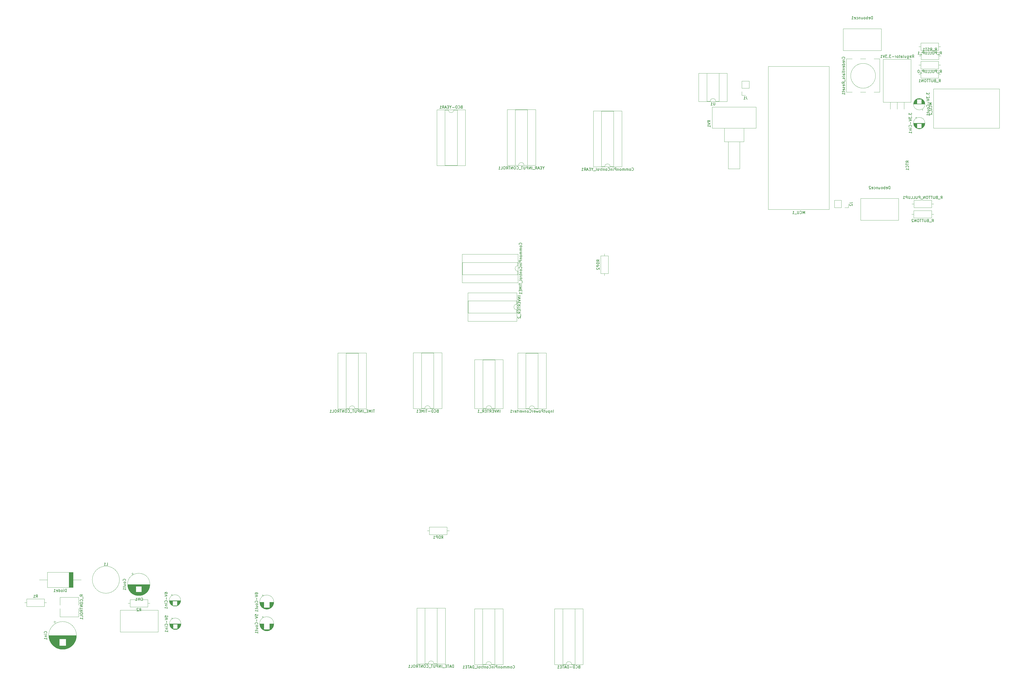
<source format=gbo>
G04 #@! TF.GenerationSoftware,KiCad,Pcbnew,(5.1.6)-1*
G04 #@! TF.CreationDate,2020-11-13T18:34:08+07:00*
G04 #@! TF.ProjectId,Clock,436c6f63-6b2e-46b6-9963-61645f706362,rev?*
G04 #@! TF.SameCoordinates,Original*
G04 #@! TF.FileFunction,Legend,Bot*
G04 #@! TF.FilePolarity,Positive*
%FSLAX46Y46*%
G04 Gerber Fmt 4.6, Leading zero omitted, Abs format (unit mm)*
G04 Created by KiCad (PCBNEW (5.1.6)-1) date 2020-11-13 18:34:08*
%MOMM*%
%LPD*%
G01*
G04 APERTURE LIST*
%ADD10C,0.120000*%
%ADD11C,0.100000*%
%ADD12C,0.150000*%
G04 APERTURE END LIST*
D10*
X515400000Y-64000000D02*
X501400000Y-64000000D01*
X515400000Y-56000000D02*
X515400000Y-64000000D01*
X501400000Y-56000000D02*
X515400000Y-56000000D01*
X501400000Y-64000000D02*
X501400000Y-56000000D01*
X507800000Y-126600000D02*
X507800000Y-118600000D01*
X507800000Y-118600000D02*
X521800000Y-118600000D01*
X521800000Y-118600000D02*
X521800000Y-126600000D01*
X521800000Y-126600000D02*
X507800000Y-126600000D01*
X503330000Y-121930000D02*
X503330000Y-120600000D01*
X502000000Y-121930000D02*
X503330000Y-121930000D01*
X500730000Y-121930000D02*
X500730000Y-119270000D01*
X500730000Y-119270000D02*
X498130000Y-119270000D01*
X500730000Y-121930000D02*
X498130000Y-121930000D01*
X498130000Y-121930000D02*
X498130000Y-119270000D01*
X533990000Y-119230000D02*
X533990000Y-121970000D01*
X533990000Y-121970000D02*
X527450000Y-121970000D01*
X527450000Y-121970000D02*
X527450000Y-119230000D01*
X527450000Y-119230000D02*
X533990000Y-119230000D01*
X534760000Y-120600000D02*
X533990000Y-120600000D01*
X526680000Y-120600000D02*
X527450000Y-120600000D01*
X534720000Y-124400000D02*
X533950000Y-124400000D01*
X526640000Y-124400000D02*
X527410000Y-124400000D01*
X533950000Y-125770000D02*
X527410000Y-125770000D01*
X533950000Y-123030000D02*
X533950000Y-125770000D01*
X527410000Y-123030000D02*
X533950000Y-123030000D01*
X527410000Y-125770000D02*
X527410000Y-123030000D01*
X453080000Y-84880000D02*
X453080000Y-92620000D01*
X469320000Y-84880000D02*
X469320000Y-92620000D01*
X453080000Y-84880000D02*
X469320000Y-84880000D01*
X453080000Y-92620000D02*
X469320000Y-92620000D01*
X457580000Y-92620000D02*
X457580000Y-97620000D01*
X464820000Y-92620000D02*
X464820000Y-97620000D01*
X457580000Y-92620000D02*
X464820000Y-92620000D01*
X457580000Y-97620000D02*
X464820000Y-97620000D01*
X459080000Y-97620000D02*
X459080000Y-107620000D01*
X463320000Y-97620000D02*
X463320000Y-107620000D01*
X459080000Y-97620000D02*
X463320000Y-97620000D01*
X459080000Y-107620000D02*
X463320000Y-107620000D01*
X452410000Y-82730000D02*
X451160000Y-82730000D01*
X451160000Y-82730000D02*
X451160000Y-72450000D01*
X451160000Y-72450000D02*
X455660000Y-72450000D01*
X455660000Y-72450000D02*
X455660000Y-82730000D01*
X455660000Y-82730000D02*
X454410000Y-82730000D01*
X448160000Y-82790000D02*
X448160000Y-72390000D01*
X448160000Y-72390000D02*
X458660000Y-72390000D01*
X458660000Y-72390000D02*
X458660000Y-82790000D01*
X458660000Y-82790000D02*
X448160000Y-82790000D01*
X454410000Y-82730000D02*
G75*
G03*
X452410000Y-82730000I-1000000J0D01*
G01*
X464070000Y-75330000D02*
X466730000Y-75330000D01*
X464070000Y-77930000D02*
X464070000Y-75330000D01*
X466730000Y-77930000D02*
X466730000Y-75330000D01*
X464070000Y-77930000D02*
X466730000Y-77930000D01*
X464070000Y-79200000D02*
X464070000Y-80530000D01*
X464070000Y-80530000D02*
X465400000Y-80530000D01*
X357940000Y-85920000D02*
X359190000Y-85920000D01*
X359190000Y-85920000D02*
X359190000Y-106360000D01*
X359190000Y-106360000D02*
X354690000Y-106360000D01*
X354690000Y-106360000D02*
X354690000Y-85920000D01*
X354690000Y-85920000D02*
X355940000Y-85920000D01*
X362190000Y-85860000D02*
X362190000Y-106420000D01*
X362190000Y-106420000D02*
X351690000Y-106420000D01*
X351690000Y-106420000D02*
X351690000Y-85860000D01*
X351690000Y-85860000D02*
X362190000Y-85860000D01*
X355940000Y-85920000D02*
G75*
G03*
X357940000Y-85920000I1000000J0D01*
G01*
X399310000Y-290330000D02*
X398060000Y-290330000D01*
X398060000Y-290330000D02*
X398060000Y-269890000D01*
X398060000Y-269890000D02*
X402560000Y-269890000D01*
X402560000Y-269890000D02*
X402560000Y-290330000D01*
X402560000Y-290330000D02*
X401310000Y-290330000D01*
X395060000Y-290390000D02*
X395060000Y-269830000D01*
X395060000Y-269830000D02*
X405560000Y-269830000D01*
X405560000Y-269830000D02*
X405560000Y-290390000D01*
X405560000Y-290390000D02*
X395060000Y-290390000D01*
X401310000Y-290330000D02*
G75*
G03*
X399310000Y-290330000I-1000000J0D01*
G01*
X381530000Y-145390000D02*
X381530000Y-146640000D01*
X381530000Y-146640000D02*
X361090000Y-146640000D01*
X361090000Y-146640000D02*
X361090000Y-142140000D01*
X361090000Y-142140000D02*
X381530000Y-142140000D01*
X381530000Y-142140000D02*
X381530000Y-143390000D01*
X381590000Y-149640000D02*
X361030000Y-149640000D01*
X361030000Y-149640000D02*
X361030000Y-139140000D01*
X361030000Y-139140000D02*
X381590000Y-139140000D01*
X381590000Y-139140000D02*
X381590000Y-149640000D01*
X381530000Y-143390000D02*
G75*
G03*
X381530000Y-145390000I0J-1000000D01*
G01*
X536590000Y-64630000D02*
X536590000Y-67370000D01*
X536590000Y-67370000D02*
X530050000Y-67370000D01*
X530050000Y-67370000D02*
X530050000Y-64630000D01*
X530050000Y-64630000D02*
X536590000Y-64630000D01*
X537360000Y-66000000D02*
X536590000Y-66000000D01*
X529280000Y-66000000D02*
X530050000Y-66000000D01*
X530010000Y-63970000D02*
X530010000Y-61230000D01*
X530010000Y-61230000D02*
X536550000Y-61230000D01*
X536550000Y-61230000D02*
X536550000Y-63970000D01*
X536550000Y-63970000D02*
X530010000Y-63970000D01*
X529240000Y-62600000D02*
X530010000Y-62600000D01*
X537320000Y-62600000D02*
X536550000Y-62600000D01*
X530010000Y-70770000D02*
X530010000Y-68030000D01*
X530010000Y-68030000D02*
X536550000Y-68030000D01*
X536550000Y-68030000D02*
X536550000Y-70770000D01*
X536550000Y-70770000D02*
X530010000Y-70770000D01*
X529240000Y-69400000D02*
X530010000Y-69400000D01*
X537320000Y-69400000D02*
X536550000Y-69400000D01*
X537320000Y-72800000D02*
X536550000Y-72800000D01*
X529240000Y-72800000D02*
X530010000Y-72800000D01*
X536550000Y-74170000D02*
X530010000Y-74170000D01*
X536550000Y-71430000D02*
X536550000Y-74170000D01*
X530010000Y-71430000D02*
X536550000Y-71430000D01*
X530010000Y-74170000D02*
X530010000Y-71430000D01*
X509670000Y-67100000D02*
X507730000Y-67100000D01*
X514850000Y-67100000D02*
X512730000Y-67100000D01*
X514850000Y-79400000D02*
X514850000Y-67100000D01*
X512730000Y-79400000D02*
X514850000Y-79400000D01*
X507730000Y-79400000D02*
X509670000Y-79400000D01*
X502550000Y-79400000D02*
X504670000Y-79400000D01*
X502550000Y-67100000D02*
X502550000Y-79400000D01*
X504670000Y-67100000D02*
X502550000Y-67100000D01*
X513319050Y-73350000D02*
G75*
G03*
X513319050Y-73350000I-4579050J0D01*
G01*
X518720000Y-83110000D02*
X518720000Y-85650000D01*
X521260000Y-83110000D02*
X521260000Y-85650000D01*
X523800000Y-83110000D02*
X523800000Y-85650000D01*
X516140000Y-67220000D02*
X516140000Y-83110000D01*
X526380000Y-67220000D02*
X526380000Y-83110000D01*
X526380000Y-67220000D02*
X516140000Y-67220000D01*
X526380000Y-83110000D02*
X516140000Y-83110000D01*
X530795000Y-85869801D02*
X530395000Y-85869801D01*
X530595000Y-86069801D02*
X530595000Y-85669801D01*
X529770000Y-81719000D02*
X529030000Y-81719000D01*
X529937000Y-81759000D02*
X528863000Y-81759000D01*
X530064000Y-81799000D02*
X528736000Y-81799000D01*
X530168000Y-81839000D02*
X528632000Y-81839000D01*
X530259000Y-81879000D02*
X528541000Y-81879000D01*
X530340000Y-81919000D02*
X528460000Y-81919000D01*
X530413000Y-81959000D02*
X528387000Y-81959000D01*
X528560000Y-81999000D02*
X528320000Y-81999000D01*
X530480000Y-81999000D02*
X530240000Y-81999000D01*
X528560000Y-82039000D02*
X528258000Y-82039000D01*
X530542000Y-82039000D02*
X530240000Y-82039000D01*
X528560000Y-82079000D02*
X528200000Y-82079000D01*
X530600000Y-82079000D02*
X530240000Y-82079000D01*
X528560000Y-82119000D02*
X528146000Y-82119000D01*
X530654000Y-82119000D02*
X530240000Y-82119000D01*
X528560000Y-82159000D02*
X528096000Y-82159000D01*
X530704000Y-82159000D02*
X530240000Y-82159000D01*
X528560000Y-82199000D02*
X528049000Y-82199000D01*
X530751000Y-82199000D02*
X530240000Y-82199000D01*
X528560000Y-82239000D02*
X528004000Y-82239000D01*
X530796000Y-82239000D02*
X530240000Y-82239000D01*
X528560000Y-82279000D02*
X527962000Y-82279000D01*
X530838000Y-82279000D02*
X530240000Y-82279000D01*
X528560000Y-82319000D02*
X527922000Y-82319000D01*
X530878000Y-82319000D02*
X530240000Y-82319000D01*
X528560000Y-82359000D02*
X527884000Y-82359000D01*
X530916000Y-82359000D02*
X530240000Y-82359000D01*
X528560000Y-82399000D02*
X527848000Y-82399000D01*
X530952000Y-82399000D02*
X530240000Y-82399000D01*
X528560000Y-82439000D02*
X527813000Y-82439000D01*
X530987000Y-82439000D02*
X530240000Y-82439000D01*
X528560000Y-82479000D02*
X527781000Y-82479000D01*
X531019000Y-82479000D02*
X530240000Y-82479000D01*
X528560000Y-82519000D02*
X527750000Y-82519000D01*
X531050000Y-82519000D02*
X530240000Y-82519000D01*
X528560000Y-82559000D02*
X527720000Y-82559000D01*
X531080000Y-82559000D02*
X530240000Y-82559000D01*
X528560000Y-82599000D02*
X527692000Y-82599000D01*
X531108000Y-82599000D02*
X530240000Y-82599000D01*
X528560000Y-82639000D02*
X527665000Y-82639000D01*
X531135000Y-82639000D02*
X530240000Y-82639000D01*
X528560000Y-82679000D02*
X527640000Y-82679000D01*
X531160000Y-82679000D02*
X530240000Y-82679000D01*
X528560000Y-82719000D02*
X527615000Y-82719000D01*
X531185000Y-82719000D02*
X530240000Y-82719000D01*
X528560000Y-82759000D02*
X527592000Y-82759000D01*
X531208000Y-82759000D02*
X530240000Y-82759000D01*
X528560000Y-82799000D02*
X527570000Y-82799000D01*
X531230000Y-82799000D02*
X530240000Y-82799000D01*
X528560000Y-82839000D02*
X527549000Y-82839000D01*
X531251000Y-82839000D02*
X530240000Y-82839000D01*
X528560000Y-82879000D02*
X527530000Y-82879000D01*
X531270000Y-82879000D02*
X530240000Y-82879000D01*
X528560000Y-82919000D02*
X527511000Y-82919000D01*
X531289000Y-82919000D02*
X530240000Y-82919000D01*
X528560000Y-82959000D02*
X527493000Y-82959000D01*
X531307000Y-82959000D02*
X530240000Y-82959000D01*
X528560000Y-82999000D02*
X527476000Y-82999000D01*
X531324000Y-82999000D02*
X530240000Y-82999000D01*
X528560000Y-83039000D02*
X527460000Y-83039000D01*
X531340000Y-83039000D02*
X530240000Y-83039000D01*
X528560000Y-83079000D02*
X527446000Y-83079000D01*
X531354000Y-83079000D02*
X530240000Y-83079000D01*
X528560000Y-83120000D02*
X527432000Y-83120000D01*
X531368000Y-83120000D02*
X530240000Y-83120000D01*
X528560000Y-83160000D02*
X527418000Y-83160000D01*
X531382000Y-83160000D02*
X530240000Y-83160000D01*
X528560000Y-83200000D02*
X527406000Y-83200000D01*
X531394000Y-83200000D02*
X530240000Y-83200000D01*
X528560000Y-83240000D02*
X527395000Y-83240000D01*
X531405000Y-83240000D02*
X530240000Y-83240000D01*
X528560000Y-83280000D02*
X527384000Y-83280000D01*
X531416000Y-83280000D02*
X530240000Y-83280000D01*
X528560000Y-83320000D02*
X527375000Y-83320000D01*
X531425000Y-83320000D02*
X530240000Y-83320000D01*
X528560000Y-83360000D02*
X527366000Y-83360000D01*
X531434000Y-83360000D02*
X530240000Y-83360000D01*
X528560000Y-83400000D02*
X527358000Y-83400000D01*
X531442000Y-83400000D02*
X530240000Y-83400000D01*
X528560000Y-83440000D02*
X527350000Y-83440000D01*
X531450000Y-83440000D02*
X530240000Y-83440000D01*
X528560000Y-83480000D02*
X527344000Y-83480000D01*
X531456000Y-83480000D02*
X530240000Y-83480000D01*
X528560000Y-83520000D02*
X527338000Y-83520000D01*
X531462000Y-83520000D02*
X530240000Y-83520000D01*
X528560000Y-83560000D02*
X527333000Y-83560000D01*
X531467000Y-83560000D02*
X530240000Y-83560000D01*
X528560000Y-83600000D02*
X527329000Y-83600000D01*
X531471000Y-83600000D02*
X530240000Y-83600000D01*
X531474000Y-83640000D02*
X527326000Y-83640000D01*
X531477000Y-83680000D02*
X527323000Y-83680000D01*
X531479000Y-83720000D02*
X527321000Y-83720000D01*
X531480000Y-83760000D02*
X527320000Y-83760000D01*
X531480000Y-83800000D02*
X527320000Y-83800000D01*
X531520000Y-83800000D02*
G75*
G03*
X531520000Y-83800000I-2120000J0D01*
G01*
X528005000Y-88730199D02*
X528405000Y-88730199D01*
X528205000Y-88530199D02*
X528205000Y-88930199D01*
X529030000Y-92881000D02*
X529770000Y-92881000D01*
X528863000Y-92841000D02*
X529937000Y-92841000D01*
X528736000Y-92801000D02*
X530064000Y-92801000D01*
X528632000Y-92761000D02*
X530168000Y-92761000D01*
X528541000Y-92721000D02*
X530259000Y-92721000D01*
X528460000Y-92681000D02*
X530340000Y-92681000D01*
X528387000Y-92641000D02*
X530413000Y-92641000D01*
X530240000Y-92601000D02*
X530480000Y-92601000D01*
X528320000Y-92601000D02*
X528560000Y-92601000D01*
X530240000Y-92561000D02*
X530542000Y-92561000D01*
X528258000Y-92561000D02*
X528560000Y-92561000D01*
X530240000Y-92521000D02*
X530600000Y-92521000D01*
X528200000Y-92521000D02*
X528560000Y-92521000D01*
X530240000Y-92481000D02*
X530654000Y-92481000D01*
X528146000Y-92481000D02*
X528560000Y-92481000D01*
X530240000Y-92441000D02*
X530704000Y-92441000D01*
X528096000Y-92441000D02*
X528560000Y-92441000D01*
X530240000Y-92401000D02*
X530751000Y-92401000D01*
X528049000Y-92401000D02*
X528560000Y-92401000D01*
X530240000Y-92361000D02*
X530796000Y-92361000D01*
X528004000Y-92361000D02*
X528560000Y-92361000D01*
X530240000Y-92321000D02*
X530838000Y-92321000D01*
X527962000Y-92321000D02*
X528560000Y-92321000D01*
X530240000Y-92281000D02*
X530878000Y-92281000D01*
X527922000Y-92281000D02*
X528560000Y-92281000D01*
X530240000Y-92241000D02*
X530916000Y-92241000D01*
X527884000Y-92241000D02*
X528560000Y-92241000D01*
X530240000Y-92201000D02*
X530952000Y-92201000D01*
X527848000Y-92201000D02*
X528560000Y-92201000D01*
X530240000Y-92161000D02*
X530987000Y-92161000D01*
X527813000Y-92161000D02*
X528560000Y-92161000D01*
X530240000Y-92121000D02*
X531019000Y-92121000D01*
X527781000Y-92121000D02*
X528560000Y-92121000D01*
X530240000Y-92081000D02*
X531050000Y-92081000D01*
X527750000Y-92081000D02*
X528560000Y-92081000D01*
X530240000Y-92041000D02*
X531080000Y-92041000D01*
X527720000Y-92041000D02*
X528560000Y-92041000D01*
X530240000Y-92001000D02*
X531108000Y-92001000D01*
X527692000Y-92001000D02*
X528560000Y-92001000D01*
X530240000Y-91961000D02*
X531135000Y-91961000D01*
X527665000Y-91961000D02*
X528560000Y-91961000D01*
X530240000Y-91921000D02*
X531160000Y-91921000D01*
X527640000Y-91921000D02*
X528560000Y-91921000D01*
X530240000Y-91881000D02*
X531185000Y-91881000D01*
X527615000Y-91881000D02*
X528560000Y-91881000D01*
X530240000Y-91841000D02*
X531208000Y-91841000D01*
X527592000Y-91841000D02*
X528560000Y-91841000D01*
X530240000Y-91801000D02*
X531230000Y-91801000D01*
X527570000Y-91801000D02*
X528560000Y-91801000D01*
X530240000Y-91761000D02*
X531251000Y-91761000D01*
X527549000Y-91761000D02*
X528560000Y-91761000D01*
X530240000Y-91721000D02*
X531270000Y-91721000D01*
X527530000Y-91721000D02*
X528560000Y-91721000D01*
X530240000Y-91681000D02*
X531289000Y-91681000D01*
X527511000Y-91681000D02*
X528560000Y-91681000D01*
X530240000Y-91641000D02*
X531307000Y-91641000D01*
X527493000Y-91641000D02*
X528560000Y-91641000D01*
X530240000Y-91601000D02*
X531324000Y-91601000D01*
X527476000Y-91601000D02*
X528560000Y-91601000D01*
X530240000Y-91561000D02*
X531340000Y-91561000D01*
X527460000Y-91561000D02*
X528560000Y-91561000D01*
X530240000Y-91521000D02*
X531354000Y-91521000D01*
X527446000Y-91521000D02*
X528560000Y-91521000D01*
X530240000Y-91480000D02*
X531368000Y-91480000D01*
X527432000Y-91480000D02*
X528560000Y-91480000D01*
X530240000Y-91440000D02*
X531382000Y-91440000D01*
X527418000Y-91440000D02*
X528560000Y-91440000D01*
X530240000Y-91400000D02*
X531394000Y-91400000D01*
X527406000Y-91400000D02*
X528560000Y-91400000D01*
X530240000Y-91360000D02*
X531405000Y-91360000D01*
X527395000Y-91360000D02*
X528560000Y-91360000D01*
X530240000Y-91320000D02*
X531416000Y-91320000D01*
X527384000Y-91320000D02*
X528560000Y-91320000D01*
X530240000Y-91280000D02*
X531425000Y-91280000D01*
X527375000Y-91280000D02*
X528560000Y-91280000D01*
X530240000Y-91240000D02*
X531434000Y-91240000D01*
X527366000Y-91240000D02*
X528560000Y-91240000D01*
X530240000Y-91200000D02*
X531442000Y-91200000D01*
X527358000Y-91200000D02*
X528560000Y-91200000D01*
X530240000Y-91160000D02*
X531450000Y-91160000D01*
X527350000Y-91160000D02*
X528560000Y-91160000D01*
X530240000Y-91120000D02*
X531456000Y-91120000D01*
X527344000Y-91120000D02*
X528560000Y-91120000D01*
X530240000Y-91080000D02*
X531462000Y-91080000D01*
X527338000Y-91080000D02*
X528560000Y-91080000D01*
X530240000Y-91040000D02*
X531467000Y-91040000D01*
X527333000Y-91040000D02*
X528560000Y-91040000D01*
X530240000Y-91000000D02*
X531471000Y-91000000D01*
X527329000Y-91000000D02*
X528560000Y-91000000D01*
X527326000Y-90960000D02*
X531474000Y-90960000D01*
X527323000Y-90920000D02*
X531477000Y-90920000D01*
X527321000Y-90880000D02*
X531479000Y-90880000D01*
X527320000Y-90840000D02*
X531480000Y-90840000D01*
X527320000Y-90800000D02*
X531480000Y-90800000D01*
X531520000Y-90800000D02*
G75*
G03*
X531520000Y-90800000I-2120000J0D01*
G01*
X558950000Y-92650000D02*
X558950000Y-78150000D01*
X558950000Y-78150000D02*
X534650000Y-78150000D01*
X534650000Y-78150000D02*
X534650000Y-92650000D01*
X534650000Y-92650000D02*
X558950000Y-92650000D01*
X496250000Y-69850000D02*
X473750000Y-69850000D01*
X473750000Y-69850000D02*
X473750000Y-122650000D01*
X473750000Y-122650000D02*
X496250000Y-122650000D01*
X496250000Y-122650000D02*
X496250000Y-69850000D01*
X376060000Y-290390000D02*
X365560000Y-290390000D01*
X376060000Y-269830000D02*
X376060000Y-290390000D01*
X365560000Y-269830000D02*
X376060000Y-269830000D01*
X365560000Y-290390000D02*
X365560000Y-269830000D01*
X373060000Y-290330000D02*
X371810000Y-290330000D01*
X373060000Y-269890000D02*
X373060000Y-290330000D01*
X368560000Y-269890000D02*
X373060000Y-269890000D01*
X368560000Y-290330000D02*
X368560000Y-269890000D01*
X369810000Y-290330000D02*
X368560000Y-290330000D01*
X371810000Y-290330000D02*
G75*
G03*
X369810000Y-290330000I-1000000J0D01*
G01*
X354810000Y-290140000D02*
X344310000Y-290140000D01*
X354810000Y-269580000D02*
X354810000Y-290140000D01*
X344310000Y-269580000D02*
X354810000Y-269580000D01*
X344310000Y-290140000D02*
X344310000Y-269580000D01*
X351810000Y-290080000D02*
X350560000Y-290080000D01*
X351810000Y-269640000D02*
X351810000Y-290080000D01*
X347310000Y-269640000D02*
X351810000Y-269640000D01*
X347310000Y-290080000D02*
X347310000Y-269640000D01*
X348560000Y-290080000D02*
X347310000Y-290080000D01*
X350560000Y-290080000D02*
G75*
G03*
X348560000Y-290080000I-1000000J0D01*
G01*
X388060000Y-106390000D02*
X377560000Y-106390000D01*
X388060000Y-85830000D02*
X388060000Y-106390000D01*
X377560000Y-85830000D02*
X388060000Y-85830000D01*
X377560000Y-106390000D02*
X377560000Y-85830000D01*
X385060000Y-106330000D02*
X383810000Y-106330000D01*
X385060000Y-85890000D02*
X385060000Y-106330000D01*
X380560000Y-85890000D02*
X385060000Y-85890000D01*
X380560000Y-106330000D02*
X380560000Y-85890000D01*
X381810000Y-106330000D02*
X380560000Y-106330000D01*
X383810000Y-106330000D02*
G75*
G03*
X381810000Y-106330000I-1000000J0D01*
G01*
X419810000Y-106890000D02*
X409310000Y-106890000D01*
X419810000Y-86330000D02*
X419810000Y-106890000D01*
X409310000Y-86330000D02*
X419810000Y-86330000D01*
X409310000Y-106890000D02*
X409310000Y-86330000D01*
X416810000Y-106830000D02*
X415560000Y-106830000D01*
X416810000Y-86390000D02*
X416810000Y-106830000D01*
X412310000Y-86390000D02*
X416810000Y-86390000D01*
X412310000Y-106830000D02*
X412310000Y-86390000D01*
X413560000Y-106830000D02*
X412310000Y-106830000D01*
X415560000Y-106830000D02*
G75*
G03*
X413560000Y-106830000I-1000000J0D01*
G01*
X412080000Y-139710000D02*
X414820000Y-139710000D01*
X414820000Y-139710000D02*
X414820000Y-146250000D01*
X414820000Y-146250000D02*
X412080000Y-146250000D01*
X412080000Y-146250000D02*
X412080000Y-139710000D01*
X413450000Y-138940000D02*
X413450000Y-139710000D01*
X413450000Y-147020000D02*
X413450000Y-146250000D01*
X381140000Y-153340000D02*
X381140000Y-163840000D01*
X363120000Y-153340000D02*
X381140000Y-153340000D01*
X363120000Y-163840000D02*
X363120000Y-153340000D01*
X381140000Y-163840000D02*
X363120000Y-163840000D01*
X381080000Y-156340000D02*
X381080000Y-157590000D01*
X363180000Y-156340000D02*
X381080000Y-156340000D01*
X363180000Y-160840000D02*
X363180000Y-156340000D01*
X381080000Y-160840000D02*
X363180000Y-160840000D01*
X381080000Y-159590000D02*
X381080000Y-160840000D01*
X381080000Y-157590000D02*
G75*
G03*
X381080000Y-159590000I0J-1000000D01*
G01*
X376110000Y-196040000D02*
X365610000Y-196040000D01*
X376110000Y-178020000D02*
X376110000Y-196040000D01*
X365610000Y-178020000D02*
X376110000Y-178020000D01*
X365610000Y-196040000D02*
X365610000Y-178020000D01*
X373110000Y-195980000D02*
X371860000Y-195980000D01*
X373110000Y-178080000D02*
X373110000Y-195980000D01*
X368610000Y-178080000D02*
X373110000Y-178080000D01*
X368610000Y-195980000D02*
X368610000Y-178080000D01*
X369860000Y-195980000D02*
X368610000Y-195980000D01*
X371860000Y-195980000D02*
G75*
G03*
X369860000Y-195980000I-1000000J0D01*
G01*
X319460000Y-196030000D02*
X318210000Y-196030000D01*
X318210000Y-196030000D02*
X318210000Y-175590000D01*
X318210000Y-175590000D02*
X322710000Y-175590000D01*
X322710000Y-175590000D02*
X322710000Y-196030000D01*
X322710000Y-196030000D02*
X321460000Y-196030000D01*
X315210000Y-196090000D02*
X315210000Y-175530000D01*
X315210000Y-175530000D02*
X325710000Y-175530000D01*
X325710000Y-175530000D02*
X325710000Y-196090000D01*
X325710000Y-196090000D02*
X315210000Y-196090000D01*
X321460000Y-196030000D02*
G75*
G03*
X319460000Y-196030000I-1000000J0D01*
G01*
X348910000Y-242470000D02*
X348910000Y-239730000D01*
X348910000Y-239730000D02*
X355450000Y-239730000D01*
X355450000Y-239730000D02*
X355450000Y-242470000D01*
X355450000Y-242470000D02*
X348910000Y-242470000D01*
X348140000Y-241100000D02*
X348910000Y-241100000D01*
X356220000Y-241100000D02*
X355450000Y-241100000D01*
X385710000Y-196030000D02*
X384460000Y-196030000D01*
X384460000Y-196030000D02*
X384460000Y-175590000D01*
X384460000Y-175590000D02*
X388960000Y-175590000D01*
X388960000Y-175590000D02*
X388960000Y-196030000D01*
X388960000Y-196030000D02*
X387710000Y-196030000D01*
X381460000Y-196090000D02*
X381460000Y-175530000D01*
X381460000Y-175530000D02*
X391960000Y-175530000D01*
X391960000Y-175530000D02*
X391960000Y-196090000D01*
X391960000Y-196090000D02*
X381460000Y-196090000D01*
X387710000Y-196030000D02*
G75*
G03*
X385710000Y-196030000I-1000000J0D01*
G01*
X347260000Y-195980000D02*
X346010000Y-195980000D01*
X346010000Y-195980000D02*
X346010000Y-175540000D01*
X346010000Y-175540000D02*
X350510000Y-175540000D01*
X350510000Y-175540000D02*
X350510000Y-195980000D01*
X350510000Y-195980000D02*
X349260000Y-195980000D01*
X343010000Y-196040000D02*
X343010000Y-175480000D01*
X343010000Y-175480000D02*
X353510000Y-175480000D01*
X353510000Y-175480000D02*
X353510000Y-196040000D01*
X353510000Y-196040000D02*
X343010000Y-196040000D01*
X349260000Y-195980000D02*
G75*
G03*
X347260000Y-195980000I-1000000J0D01*
G01*
X291620000Y-267400000D02*
G75*
G03*
X291620000Y-267400000I-2620000J0D01*
G01*
X290040000Y-267400000D02*
X291580000Y-267400000D01*
X286420000Y-267400000D02*
X287960000Y-267400000D01*
X290040000Y-267440000D02*
X291580000Y-267440000D01*
X286420000Y-267440000D02*
X287960000Y-267440000D01*
X286421000Y-267480000D02*
X287960000Y-267480000D01*
X290040000Y-267480000D02*
X291579000Y-267480000D01*
X286422000Y-267520000D02*
X287960000Y-267520000D01*
X290040000Y-267520000D02*
X291578000Y-267520000D01*
X286424000Y-267560000D02*
X287960000Y-267560000D01*
X290040000Y-267560000D02*
X291576000Y-267560000D01*
X286427000Y-267600000D02*
X287960000Y-267600000D01*
X290040000Y-267600000D02*
X291573000Y-267600000D01*
X286431000Y-267640000D02*
X287960000Y-267640000D01*
X290040000Y-267640000D02*
X291569000Y-267640000D01*
X286435000Y-267680000D02*
X287960000Y-267680000D01*
X290040000Y-267680000D02*
X291565000Y-267680000D01*
X286439000Y-267720000D02*
X287960000Y-267720000D01*
X290040000Y-267720000D02*
X291561000Y-267720000D01*
X286444000Y-267760000D02*
X287960000Y-267760000D01*
X290040000Y-267760000D02*
X291556000Y-267760000D01*
X286450000Y-267800000D02*
X287960000Y-267800000D01*
X290040000Y-267800000D02*
X291550000Y-267800000D01*
X286457000Y-267840000D02*
X287960000Y-267840000D01*
X290040000Y-267840000D02*
X291543000Y-267840000D01*
X286464000Y-267880000D02*
X287960000Y-267880000D01*
X290040000Y-267880000D02*
X291536000Y-267880000D01*
X286472000Y-267920000D02*
X287960000Y-267920000D01*
X290040000Y-267920000D02*
X291528000Y-267920000D01*
X286480000Y-267960000D02*
X287960000Y-267960000D01*
X290040000Y-267960000D02*
X291520000Y-267960000D01*
X286489000Y-268000000D02*
X287960000Y-268000000D01*
X290040000Y-268000000D02*
X291511000Y-268000000D01*
X286499000Y-268040000D02*
X287960000Y-268040000D01*
X290040000Y-268040000D02*
X291501000Y-268040000D01*
X286509000Y-268080000D02*
X287960000Y-268080000D01*
X290040000Y-268080000D02*
X291491000Y-268080000D01*
X286520000Y-268121000D02*
X287960000Y-268121000D01*
X290040000Y-268121000D02*
X291480000Y-268121000D01*
X286532000Y-268161000D02*
X287960000Y-268161000D01*
X290040000Y-268161000D02*
X291468000Y-268161000D01*
X286545000Y-268201000D02*
X287960000Y-268201000D01*
X290040000Y-268201000D02*
X291455000Y-268201000D01*
X286558000Y-268241000D02*
X287960000Y-268241000D01*
X290040000Y-268241000D02*
X291442000Y-268241000D01*
X286572000Y-268281000D02*
X287960000Y-268281000D01*
X290040000Y-268281000D02*
X291428000Y-268281000D01*
X286586000Y-268321000D02*
X287960000Y-268321000D01*
X290040000Y-268321000D02*
X291414000Y-268321000D01*
X286602000Y-268361000D02*
X287960000Y-268361000D01*
X290040000Y-268361000D02*
X291398000Y-268361000D01*
X286618000Y-268401000D02*
X287960000Y-268401000D01*
X290040000Y-268401000D02*
X291382000Y-268401000D01*
X286635000Y-268441000D02*
X287960000Y-268441000D01*
X290040000Y-268441000D02*
X291365000Y-268441000D01*
X286652000Y-268481000D02*
X287960000Y-268481000D01*
X290040000Y-268481000D02*
X291348000Y-268481000D01*
X286671000Y-268521000D02*
X287960000Y-268521000D01*
X290040000Y-268521000D02*
X291329000Y-268521000D01*
X286690000Y-268561000D02*
X287960000Y-268561000D01*
X290040000Y-268561000D02*
X291310000Y-268561000D01*
X286710000Y-268601000D02*
X287960000Y-268601000D01*
X290040000Y-268601000D02*
X291290000Y-268601000D01*
X286732000Y-268641000D02*
X287960000Y-268641000D01*
X290040000Y-268641000D02*
X291268000Y-268641000D01*
X286753000Y-268681000D02*
X287960000Y-268681000D01*
X290040000Y-268681000D02*
X291247000Y-268681000D01*
X286776000Y-268721000D02*
X287960000Y-268721000D01*
X290040000Y-268721000D02*
X291224000Y-268721000D01*
X286800000Y-268761000D02*
X287960000Y-268761000D01*
X290040000Y-268761000D02*
X291200000Y-268761000D01*
X286825000Y-268801000D02*
X287960000Y-268801000D01*
X290040000Y-268801000D02*
X291175000Y-268801000D01*
X286851000Y-268841000D02*
X287960000Y-268841000D01*
X290040000Y-268841000D02*
X291149000Y-268841000D01*
X286878000Y-268881000D02*
X287960000Y-268881000D01*
X290040000Y-268881000D02*
X291122000Y-268881000D01*
X286905000Y-268921000D02*
X287960000Y-268921000D01*
X290040000Y-268921000D02*
X291095000Y-268921000D01*
X286935000Y-268961000D02*
X287960000Y-268961000D01*
X290040000Y-268961000D02*
X291065000Y-268961000D01*
X286965000Y-269001000D02*
X287960000Y-269001000D01*
X290040000Y-269001000D02*
X291035000Y-269001000D01*
X286996000Y-269041000D02*
X287960000Y-269041000D01*
X290040000Y-269041000D02*
X291004000Y-269041000D01*
X287029000Y-269081000D02*
X287960000Y-269081000D01*
X290040000Y-269081000D02*
X290971000Y-269081000D01*
X287063000Y-269121000D02*
X287960000Y-269121000D01*
X290040000Y-269121000D02*
X290937000Y-269121000D01*
X287099000Y-269161000D02*
X287960000Y-269161000D01*
X290040000Y-269161000D02*
X290901000Y-269161000D01*
X287136000Y-269201000D02*
X287960000Y-269201000D01*
X290040000Y-269201000D02*
X290864000Y-269201000D01*
X287174000Y-269241000D02*
X287960000Y-269241000D01*
X290040000Y-269241000D02*
X290826000Y-269241000D01*
X287215000Y-269281000D02*
X287960000Y-269281000D01*
X290040000Y-269281000D02*
X290785000Y-269281000D01*
X287257000Y-269321000D02*
X287960000Y-269321000D01*
X290040000Y-269321000D02*
X290743000Y-269321000D01*
X287301000Y-269361000D02*
X287960000Y-269361000D01*
X290040000Y-269361000D02*
X290699000Y-269361000D01*
X287347000Y-269401000D02*
X287960000Y-269401000D01*
X290040000Y-269401000D02*
X290653000Y-269401000D01*
X287395000Y-269441000D02*
X290605000Y-269441000D01*
X287446000Y-269481000D02*
X290554000Y-269481000D01*
X287500000Y-269521000D02*
X290500000Y-269521000D01*
X287557000Y-269561000D02*
X290443000Y-269561000D01*
X287617000Y-269601000D02*
X290383000Y-269601000D01*
X287681000Y-269641000D02*
X290319000Y-269641000D01*
X287749000Y-269681000D02*
X290251000Y-269681000D01*
X287822000Y-269721000D02*
X290178000Y-269721000D01*
X287902000Y-269761000D02*
X290098000Y-269761000D01*
X287989000Y-269801000D02*
X290011000Y-269801000D01*
X288085000Y-269841000D02*
X289915000Y-269841000D01*
X288195000Y-269881000D02*
X289805000Y-269881000D01*
X288323000Y-269921000D02*
X289677000Y-269921000D01*
X288482000Y-269961000D02*
X289518000Y-269961000D01*
X288716000Y-270001000D02*
X289284000Y-270001000D01*
X287525000Y-264595225D02*
X287525000Y-265095225D01*
X287275000Y-264845225D02*
X287775000Y-264845225D01*
X257320000Y-266800000D02*
G75*
G03*
X257320000Y-266800000I-2120000J0D01*
G01*
X253120000Y-266800000D02*
X257280000Y-266800000D01*
X253120000Y-266840000D02*
X257280000Y-266840000D01*
X253121000Y-266880000D02*
X257279000Y-266880000D01*
X253123000Y-266920000D02*
X257277000Y-266920000D01*
X253126000Y-266960000D02*
X257274000Y-266960000D01*
X253129000Y-267000000D02*
X254360000Y-267000000D01*
X256040000Y-267000000D02*
X257271000Y-267000000D01*
X253133000Y-267040000D02*
X254360000Y-267040000D01*
X256040000Y-267040000D02*
X257267000Y-267040000D01*
X253138000Y-267080000D02*
X254360000Y-267080000D01*
X256040000Y-267080000D02*
X257262000Y-267080000D01*
X253144000Y-267120000D02*
X254360000Y-267120000D01*
X256040000Y-267120000D02*
X257256000Y-267120000D01*
X253150000Y-267160000D02*
X254360000Y-267160000D01*
X256040000Y-267160000D02*
X257250000Y-267160000D01*
X253158000Y-267200000D02*
X254360000Y-267200000D01*
X256040000Y-267200000D02*
X257242000Y-267200000D01*
X253166000Y-267240000D02*
X254360000Y-267240000D01*
X256040000Y-267240000D02*
X257234000Y-267240000D01*
X253175000Y-267280000D02*
X254360000Y-267280000D01*
X256040000Y-267280000D02*
X257225000Y-267280000D01*
X253184000Y-267320000D02*
X254360000Y-267320000D01*
X256040000Y-267320000D02*
X257216000Y-267320000D01*
X253195000Y-267360000D02*
X254360000Y-267360000D01*
X256040000Y-267360000D02*
X257205000Y-267360000D01*
X253206000Y-267400000D02*
X254360000Y-267400000D01*
X256040000Y-267400000D02*
X257194000Y-267400000D01*
X253218000Y-267440000D02*
X254360000Y-267440000D01*
X256040000Y-267440000D02*
X257182000Y-267440000D01*
X253232000Y-267480000D02*
X254360000Y-267480000D01*
X256040000Y-267480000D02*
X257168000Y-267480000D01*
X253246000Y-267521000D02*
X254360000Y-267521000D01*
X256040000Y-267521000D02*
X257154000Y-267521000D01*
X253260000Y-267561000D02*
X254360000Y-267561000D01*
X256040000Y-267561000D02*
X257140000Y-267561000D01*
X253276000Y-267601000D02*
X254360000Y-267601000D01*
X256040000Y-267601000D02*
X257124000Y-267601000D01*
X253293000Y-267641000D02*
X254360000Y-267641000D01*
X256040000Y-267641000D02*
X257107000Y-267641000D01*
X253311000Y-267681000D02*
X254360000Y-267681000D01*
X256040000Y-267681000D02*
X257089000Y-267681000D01*
X253330000Y-267721000D02*
X254360000Y-267721000D01*
X256040000Y-267721000D02*
X257070000Y-267721000D01*
X253349000Y-267761000D02*
X254360000Y-267761000D01*
X256040000Y-267761000D02*
X257051000Y-267761000D01*
X253370000Y-267801000D02*
X254360000Y-267801000D01*
X256040000Y-267801000D02*
X257030000Y-267801000D01*
X253392000Y-267841000D02*
X254360000Y-267841000D01*
X256040000Y-267841000D02*
X257008000Y-267841000D01*
X253415000Y-267881000D02*
X254360000Y-267881000D01*
X256040000Y-267881000D02*
X256985000Y-267881000D01*
X253440000Y-267921000D02*
X254360000Y-267921000D01*
X256040000Y-267921000D02*
X256960000Y-267921000D01*
X253465000Y-267961000D02*
X254360000Y-267961000D01*
X256040000Y-267961000D02*
X256935000Y-267961000D01*
X253492000Y-268001000D02*
X254360000Y-268001000D01*
X256040000Y-268001000D02*
X256908000Y-268001000D01*
X253520000Y-268041000D02*
X254360000Y-268041000D01*
X256040000Y-268041000D02*
X256880000Y-268041000D01*
X253550000Y-268081000D02*
X254360000Y-268081000D01*
X256040000Y-268081000D02*
X256850000Y-268081000D01*
X253581000Y-268121000D02*
X254360000Y-268121000D01*
X256040000Y-268121000D02*
X256819000Y-268121000D01*
X253613000Y-268161000D02*
X254360000Y-268161000D01*
X256040000Y-268161000D02*
X256787000Y-268161000D01*
X253648000Y-268201000D02*
X254360000Y-268201000D01*
X256040000Y-268201000D02*
X256752000Y-268201000D01*
X253684000Y-268241000D02*
X254360000Y-268241000D01*
X256040000Y-268241000D02*
X256716000Y-268241000D01*
X253722000Y-268281000D02*
X254360000Y-268281000D01*
X256040000Y-268281000D02*
X256678000Y-268281000D01*
X253762000Y-268321000D02*
X254360000Y-268321000D01*
X256040000Y-268321000D02*
X256638000Y-268321000D01*
X253804000Y-268361000D02*
X254360000Y-268361000D01*
X256040000Y-268361000D02*
X256596000Y-268361000D01*
X253849000Y-268401000D02*
X254360000Y-268401000D01*
X256040000Y-268401000D02*
X256551000Y-268401000D01*
X253896000Y-268441000D02*
X254360000Y-268441000D01*
X256040000Y-268441000D02*
X256504000Y-268441000D01*
X253946000Y-268481000D02*
X254360000Y-268481000D01*
X256040000Y-268481000D02*
X256454000Y-268481000D01*
X254000000Y-268521000D02*
X254360000Y-268521000D01*
X256040000Y-268521000D02*
X256400000Y-268521000D01*
X254058000Y-268561000D02*
X254360000Y-268561000D01*
X256040000Y-268561000D02*
X256342000Y-268561000D01*
X254120000Y-268601000D02*
X254360000Y-268601000D01*
X256040000Y-268601000D02*
X256280000Y-268601000D01*
X254187000Y-268641000D02*
X256213000Y-268641000D01*
X254260000Y-268681000D02*
X256140000Y-268681000D01*
X254341000Y-268721000D02*
X256059000Y-268721000D01*
X254432000Y-268761000D02*
X255968000Y-268761000D01*
X254536000Y-268801000D02*
X255864000Y-268801000D01*
X254663000Y-268841000D02*
X255737000Y-268841000D01*
X254830000Y-268881000D02*
X255570000Y-268881000D01*
X254005000Y-264530199D02*
X254005000Y-264930199D01*
X253805000Y-264730199D02*
X254205000Y-264730199D01*
X291620000Y-275400000D02*
G75*
G03*
X291620000Y-275400000I-2620000J0D01*
G01*
X290040000Y-275400000D02*
X291580000Y-275400000D01*
X286420000Y-275400000D02*
X287960000Y-275400000D01*
X290040000Y-275440000D02*
X291580000Y-275440000D01*
X286420000Y-275440000D02*
X287960000Y-275440000D01*
X286421000Y-275480000D02*
X287960000Y-275480000D01*
X290040000Y-275480000D02*
X291579000Y-275480000D01*
X286422000Y-275520000D02*
X287960000Y-275520000D01*
X290040000Y-275520000D02*
X291578000Y-275520000D01*
X286424000Y-275560000D02*
X287960000Y-275560000D01*
X290040000Y-275560000D02*
X291576000Y-275560000D01*
X286427000Y-275600000D02*
X287960000Y-275600000D01*
X290040000Y-275600000D02*
X291573000Y-275600000D01*
X286431000Y-275640000D02*
X287960000Y-275640000D01*
X290040000Y-275640000D02*
X291569000Y-275640000D01*
X286435000Y-275680000D02*
X287960000Y-275680000D01*
X290040000Y-275680000D02*
X291565000Y-275680000D01*
X286439000Y-275720000D02*
X287960000Y-275720000D01*
X290040000Y-275720000D02*
X291561000Y-275720000D01*
X286444000Y-275760000D02*
X287960000Y-275760000D01*
X290040000Y-275760000D02*
X291556000Y-275760000D01*
X286450000Y-275800000D02*
X287960000Y-275800000D01*
X290040000Y-275800000D02*
X291550000Y-275800000D01*
X286457000Y-275840000D02*
X287960000Y-275840000D01*
X290040000Y-275840000D02*
X291543000Y-275840000D01*
X286464000Y-275880000D02*
X287960000Y-275880000D01*
X290040000Y-275880000D02*
X291536000Y-275880000D01*
X286472000Y-275920000D02*
X287960000Y-275920000D01*
X290040000Y-275920000D02*
X291528000Y-275920000D01*
X286480000Y-275960000D02*
X287960000Y-275960000D01*
X290040000Y-275960000D02*
X291520000Y-275960000D01*
X286489000Y-276000000D02*
X287960000Y-276000000D01*
X290040000Y-276000000D02*
X291511000Y-276000000D01*
X286499000Y-276040000D02*
X287960000Y-276040000D01*
X290040000Y-276040000D02*
X291501000Y-276040000D01*
X286509000Y-276080000D02*
X287960000Y-276080000D01*
X290040000Y-276080000D02*
X291491000Y-276080000D01*
X286520000Y-276121000D02*
X287960000Y-276121000D01*
X290040000Y-276121000D02*
X291480000Y-276121000D01*
X286532000Y-276161000D02*
X287960000Y-276161000D01*
X290040000Y-276161000D02*
X291468000Y-276161000D01*
X286545000Y-276201000D02*
X287960000Y-276201000D01*
X290040000Y-276201000D02*
X291455000Y-276201000D01*
X286558000Y-276241000D02*
X287960000Y-276241000D01*
X290040000Y-276241000D02*
X291442000Y-276241000D01*
X286572000Y-276281000D02*
X287960000Y-276281000D01*
X290040000Y-276281000D02*
X291428000Y-276281000D01*
X286586000Y-276321000D02*
X287960000Y-276321000D01*
X290040000Y-276321000D02*
X291414000Y-276321000D01*
X286602000Y-276361000D02*
X287960000Y-276361000D01*
X290040000Y-276361000D02*
X291398000Y-276361000D01*
X286618000Y-276401000D02*
X287960000Y-276401000D01*
X290040000Y-276401000D02*
X291382000Y-276401000D01*
X286635000Y-276441000D02*
X287960000Y-276441000D01*
X290040000Y-276441000D02*
X291365000Y-276441000D01*
X286652000Y-276481000D02*
X287960000Y-276481000D01*
X290040000Y-276481000D02*
X291348000Y-276481000D01*
X286671000Y-276521000D02*
X287960000Y-276521000D01*
X290040000Y-276521000D02*
X291329000Y-276521000D01*
X286690000Y-276561000D02*
X287960000Y-276561000D01*
X290040000Y-276561000D02*
X291310000Y-276561000D01*
X286710000Y-276601000D02*
X287960000Y-276601000D01*
X290040000Y-276601000D02*
X291290000Y-276601000D01*
X286732000Y-276641000D02*
X287960000Y-276641000D01*
X290040000Y-276641000D02*
X291268000Y-276641000D01*
X286753000Y-276681000D02*
X287960000Y-276681000D01*
X290040000Y-276681000D02*
X291247000Y-276681000D01*
X286776000Y-276721000D02*
X287960000Y-276721000D01*
X290040000Y-276721000D02*
X291224000Y-276721000D01*
X286800000Y-276761000D02*
X287960000Y-276761000D01*
X290040000Y-276761000D02*
X291200000Y-276761000D01*
X286825000Y-276801000D02*
X287960000Y-276801000D01*
X290040000Y-276801000D02*
X291175000Y-276801000D01*
X286851000Y-276841000D02*
X287960000Y-276841000D01*
X290040000Y-276841000D02*
X291149000Y-276841000D01*
X286878000Y-276881000D02*
X287960000Y-276881000D01*
X290040000Y-276881000D02*
X291122000Y-276881000D01*
X286905000Y-276921000D02*
X287960000Y-276921000D01*
X290040000Y-276921000D02*
X291095000Y-276921000D01*
X286935000Y-276961000D02*
X287960000Y-276961000D01*
X290040000Y-276961000D02*
X291065000Y-276961000D01*
X286965000Y-277001000D02*
X287960000Y-277001000D01*
X290040000Y-277001000D02*
X291035000Y-277001000D01*
X286996000Y-277041000D02*
X287960000Y-277041000D01*
X290040000Y-277041000D02*
X291004000Y-277041000D01*
X287029000Y-277081000D02*
X287960000Y-277081000D01*
X290040000Y-277081000D02*
X290971000Y-277081000D01*
X287063000Y-277121000D02*
X287960000Y-277121000D01*
X290040000Y-277121000D02*
X290937000Y-277121000D01*
X287099000Y-277161000D02*
X287960000Y-277161000D01*
X290040000Y-277161000D02*
X290901000Y-277161000D01*
X287136000Y-277201000D02*
X287960000Y-277201000D01*
X290040000Y-277201000D02*
X290864000Y-277201000D01*
X287174000Y-277241000D02*
X287960000Y-277241000D01*
X290040000Y-277241000D02*
X290826000Y-277241000D01*
X287215000Y-277281000D02*
X287960000Y-277281000D01*
X290040000Y-277281000D02*
X290785000Y-277281000D01*
X287257000Y-277321000D02*
X287960000Y-277321000D01*
X290040000Y-277321000D02*
X290743000Y-277321000D01*
X287301000Y-277361000D02*
X287960000Y-277361000D01*
X290040000Y-277361000D02*
X290699000Y-277361000D01*
X287347000Y-277401000D02*
X287960000Y-277401000D01*
X290040000Y-277401000D02*
X290653000Y-277401000D01*
X287395000Y-277441000D02*
X290605000Y-277441000D01*
X287446000Y-277481000D02*
X290554000Y-277481000D01*
X287500000Y-277521000D02*
X290500000Y-277521000D01*
X287557000Y-277561000D02*
X290443000Y-277561000D01*
X287617000Y-277601000D02*
X290383000Y-277601000D01*
X287681000Y-277641000D02*
X290319000Y-277641000D01*
X287749000Y-277681000D02*
X290251000Y-277681000D01*
X287822000Y-277721000D02*
X290178000Y-277721000D01*
X287902000Y-277761000D02*
X290098000Y-277761000D01*
X287989000Y-277801000D02*
X290011000Y-277801000D01*
X288085000Y-277841000D02*
X289915000Y-277841000D01*
X288195000Y-277881000D02*
X289805000Y-277881000D01*
X288323000Y-277921000D02*
X289677000Y-277921000D01*
X288482000Y-277961000D02*
X289518000Y-277961000D01*
X288716000Y-278001000D02*
X289284000Y-278001000D01*
X287525000Y-272595225D02*
X287525000Y-273095225D01*
X287275000Y-272845225D02*
X287775000Y-272845225D01*
X257420000Y-275400000D02*
G75*
G03*
X257420000Y-275400000I-2120000J0D01*
G01*
X253220000Y-275400000D02*
X257380000Y-275400000D01*
X253220000Y-275440000D02*
X257380000Y-275440000D01*
X253221000Y-275480000D02*
X257379000Y-275480000D01*
X253223000Y-275520000D02*
X257377000Y-275520000D01*
X253226000Y-275560000D02*
X257374000Y-275560000D01*
X253229000Y-275600000D02*
X254460000Y-275600000D01*
X256140000Y-275600000D02*
X257371000Y-275600000D01*
X253233000Y-275640000D02*
X254460000Y-275640000D01*
X256140000Y-275640000D02*
X257367000Y-275640000D01*
X253238000Y-275680000D02*
X254460000Y-275680000D01*
X256140000Y-275680000D02*
X257362000Y-275680000D01*
X253244000Y-275720000D02*
X254460000Y-275720000D01*
X256140000Y-275720000D02*
X257356000Y-275720000D01*
X253250000Y-275760000D02*
X254460000Y-275760000D01*
X256140000Y-275760000D02*
X257350000Y-275760000D01*
X253258000Y-275800000D02*
X254460000Y-275800000D01*
X256140000Y-275800000D02*
X257342000Y-275800000D01*
X253266000Y-275840000D02*
X254460000Y-275840000D01*
X256140000Y-275840000D02*
X257334000Y-275840000D01*
X253275000Y-275880000D02*
X254460000Y-275880000D01*
X256140000Y-275880000D02*
X257325000Y-275880000D01*
X253284000Y-275920000D02*
X254460000Y-275920000D01*
X256140000Y-275920000D02*
X257316000Y-275920000D01*
X253295000Y-275960000D02*
X254460000Y-275960000D01*
X256140000Y-275960000D02*
X257305000Y-275960000D01*
X253306000Y-276000000D02*
X254460000Y-276000000D01*
X256140000Y-276000000D02*
X257294000Y-276000000D01*
X253318000Y-276040000D02*
X254460000Y-276040000D01*
X256140000Y-276040000D02*
X257282000Y-276040000D01*
X253332000Y-276080000D02*
X254460000Y-276080000D01*
X256140000Y-276080000D02*
X257268000Y-276080000D01*
X253346000Y-276121000D02*
X254460000Y-276121000D01*
X256140000Y-276121000D02*
X257254000Y-276121000D01*
X253360000Y-276161000D02*
X254460000Y-276161000D01*
X256140000Y-276161000D02*
X257240000Y-276161000D01*
X253376000Y-276201000D02*
X254460000Y-276201000D01*
X256140000Y-276201000D02*
X257224000Y-276201000D01*
X253393000Y-276241000D02*
X254460000Y-276241000D01*
X256140000Y-276241000D02*
X257207000Y-276241000D01*
X253411000Y-276281000D02*
X254460000Y-276281000D01*
X256140000Y-276281000D02*
X257189000Y-276281000D01*
X253430000Y-276321000D02*
X254460000Y-276321000D01*
X256140000Y-276321000D02*
X257170000Y-276321000D01*
X253449000Y-276361000D02*
X254460000Y-276361000D01*
X256140000Y-276361000D02*
X257151000Y-276361000D01*
X253470000Y-276401000D02*
X254460000Y-276401000D01*
X256140000Y-276401000D02*
X257130000Y-276401000D01*
X253492000Y-276441000D02*
X254460000Y-276441000D01*
X256140000Y-276441000D02*
X257108000Y-276441000D01*
X253515000Y-276481000D02*
X254460000Y-276481000D01*
X256140000Y-276481000D02*
X257085000Y-276481000D01*
X253540000Y-276521000D02*
X254460000Y-276521000D01*
X256140000Y-276521000D02*
X257060000Y-276521000D01*
X253565000Y-276561000D02*
X254460000Y-276561000D01*
X256140000Y-276561000D02*
X257035000Y-276561000D01*
X253592000Y-276601000D02*
X254460000Y-276601000D01*
X256140000Y-276601000D02*
X257008000Y-276601000D01*
X253620000Y-276641000D02*
X254460000Y-276641000D01*
X256140000Y-276641000D02*
X256980000Y-276641000D01*
X253650000Y-276681000D02*
X254460000Y-276681000D01*
X256140000Y-276681000D02*
X256950000Y-276681000D01*
X253681000Y-276721000D02*
X254460000Y-276721000D01*
X256140000Y-276721000D02*
X256919000Y-276721000D01*
X253713000Y-276761000D02*
X254460000Y-276761000D01*
X256140000Y-276761000D02*
X256887000Y-276761000D01*
X253748000Y-276801000D02*
X254460000Y-276801000D01*
X256140000Y-276801000D02*
X256852000Y-276801000D01*
X253784000Y-276841000D02*
X254460000Y-276841000D01*
X256140000Y-276841000D02*
X256816000Y-276841000D01*
X253822000Y-276881000D02*
X254460000Y-276881000D01*
X256140000Y-276881000D02*
X256778000Y-276881000D01*
X253862000Y-276921000D02*
X254460000Y-276921000D01*
X256140000Y-276921000D02*
X256738000Y-276921000D01*
X253904000Y-276961000D02*
X254460000Y-276961000D01*
X256140000Y-276961000D02*
X256696000Y-276961000D01*
X253949000Y-277001000D02*
X254460000Y-277001000D01*
X256140000Y-277001000D02*
X256651000Y-277001000D01*
X253996000Y-277041000D02*
X254460000Y-277041000D01*
X256140000Y-277041000D02*
X256604000Y-277041000D01*
X254046000Y-277081000D02*
X254460000Y-277081000D01*
X256140000Y-277081000D02*
X256554000Y-277081000D01*
X254100000Y-277121000D02*
X254460000Y-277121000D01*
X256140000Y-277121000D02*
X256500000Y-277121000D01*
X254158000Y-277161000D02*
X254460000Y-277161000D01*
X256140000Y-277161000D02*
X256442000Y-277161000D01*
X254220000Y-277201000D02*
X254460000Y-277201000D01*
X256140000Y-277201000D02*
X256380000Y-277201000D01*
X254287000Y-277241000D02*
X256313000Y-277241000D01*
X254360000Y-277281000D02*
X256240000Y-277281000D01*
X254441000Y-277321000D02*
X256159000Y-277321000D01*
X254532000Y-277361000D02*
X256068000Y-277361000D01*
X254636000Y-277401000D02*
X255964000Y-277401000D01*
X254763000Y-277441000D02*
X255837000Y-277441000D01*
X254930000Y-277481000D02*
X255670000Y-277481000D01*
X254105000Y-273130199D02*
X254105000Y-273530199D01*
X253905000Y-273330199D02*
X254305000Y-273330199D01*
X219660000Y-265590000D02*
X212820000Y-265590000D01*
X219660000Y-272830000D02*
X212820000Y-272830000D01*
X212820000Y-268500000D02*
X212820000Y-265590000D01*
X212820000Y-272830000D02*
X212820000Y-269800000D01*
X219660000Y-268500000D02*
X219660000Y-265590000D01*
X219660000Y-272830000D02*
X219660000Y-269800000D01*
X245970000Y-267850000D02*
X245200000Y-267850000D01*
X237890000Y-267850000D02*
X238660000Y-267850000D01*
X245200000Y-269220000D02*
X238660000Y-269220000D01*
X245200000Y-266480000D02*
X245200000Y-269220000D01*
X238660000Y-266480000D02*
X245200000Y-266480000D01*
X238660000Y-269220000D02*
X238660000Y-266480000D01*
X199780000Y-267600000D02*
X200550000Y-267600000D01*
X207860000Y-267600000D02*
X207090000Y-267600000D01*
X200550000Y-266230000D02*
X207090000Y-266230000D01*
X200550000Y-268970000D02*
X200550000Y-266230000D01*
X207090000Y-268970000D02*
X200550000Y-268970000D01*
X207090000Y-266230000D02*
X207090000Y-268970000D01*
X234750000Y-259150000D02*
G75*
G03*
X234750000Y-259150000I-5000000J0D01*
G01*
X205200000Y-259150000D02*
X208100000Y-259150000D01*
X220600000Y-259150000D02*
X217000000Y-259150000D01*
D11*
G36*
X216150000Y-261950000D02*
G01*
X217650000Y-262000000D01*
X217650000Y-256400000D01*
X216150000Y-256400000D01*
X216150000Y-261950000D01*
G37*
X216150000Y-261950000D02*
X217650000Y-262000000D01*
X217650000Y-256400000D01*
X216150000Y-256400000D01*
X216150000Y-261950000D01*
D10*
X208150000Y-262000000D02*
X217650000Y-262000000D01*
X208150000Y-256400000D02*
X208150000Y-262000000D01*
X217650000Y-256400000D02*
X217650000Y-262000000D01*
X217650000Y-256400000D02*
X208150000Y-256400000D01*
X239135000Y-256890302D02*
X239935000Y-256890302D01*
X239535000Y-256490302D02*
X239535000Y-257290302D01*
X241317000Y-264981000D02*
X242383000Y-264981000D01*
X241082000Y-264941000D02*
X242618000Y-264941000D01*
X240902000Y-264901000D02*
X242798000Y-264901000D01*
X240752000Y-264861000D02*
X242948000Y-264861000D01*
X240621000Y-264821000D02*
X243079000Y-264821000D01*
X240504000Y-264781000D02*
X243196000Y-264781000D01*
X240397000Y-264741000D02*
X243303000Y-264741000D01*
X240298000Y-264701000D02*
X243402000Y-264701000D01*
X240205000Y-264661000D02*
X243495000Y-264661000D01*
X240119000Y-264621000D02*
X243581000Y-264621000D01*
X240037000Y-264581000D02*
X243663000Y-264581000D01*
X239960000Y-264541000D02*
X243740000Y-264541000D01*
X239886000Y-264501000D02*
X243814000Y-264501000D01*
X239816000Y-264461000D02*
X243884000Y-264461000D01*
X239748000Y-264421000D02*
X243952000Y-264421000D01*
X239684000Y-264381000D02*
X244016000Y-264381000D01*
X239622000Y-264341000D02*
X244078000Y-264341000D01*
X239563000Y-264301000D02*
X244137000Y-264301000D01*
X239505000Y-264261000D02*
X244195000Y-264261000D01*
X239450000Y-264221000D02*
X244250000Y-264221000D01*
X239396000Y-264181000D02*
X244304000Y-264181000D01*
X239345000Y-264141000D02*
X244355000Y-264141000D01*
X239294000Y-264101000D02*
X244406000Y-264101000D01*
X239246000Y-264061000D02*
X244454000Y-264061000D01*
X239199000Y-264021000D02*
X244501000Y-264021000D01*
X239153000Y-263981000D02*
X244547000Y-263981000D01*
X239109000Y-263941000D02*
X244591000Y-263941000D01*
X239066000Y-263901000D02*
X244634000Y-263901000D01*
X239024000Y-263861000D02*
X244676000Y-263861000D01*
X238983000Y-263821000D02*
X244717000Y-263821000D01*
X238943000Y-263781000D02*
X244757000Y-263781000D01*
X238905000Y-263741000D02*
X244795000Y-263741000D01*
X238867000Y-263701000D02*
X244833000Y-263701000D01*
X242890000Y-263661000D02*
X244869000Y-263661000D01*
X238831000Y-263661000D02*
X240810000Y-263661000D01*
X242890000Y-263621000D02*
X244905000Y-263621000D01*
X238795000Y-263621000D02*
X240810000Y-263621000D01*
X242890000Y-263581000D02*
X244940000Y-263581000D01*
X238760000Y-263581000D02*
X240810000Y-263581000D01*
X242890000Y-263541000D02*
X244974000Y-263541000D01*
X238726000Y-263541000D02*
X240810000Y-263541000D01*
X242890000Y-263501000D02*
X245006000Y-263501000D01*
X238694000Y-263501000D02*
X240810000Y-263501000D01*
X242890000Y-263461000D02*
X245039000Y-263461000D01*
X238661000Y-263461000D02*
X240810000Y-263461000D01*
X242890000Y-263421000D02*
X245070000Y-263421000D01*
X238630000Y-263421000D02*
X240810000Y-263421000D01*
X242890000Y-263381000D02*
X245100000Y-263381000D01*
X238600000Y-263381000D02*
X240810000Y-263381000D01*
X242890000Y-263341000D02*
X245130000Y-263341000D01*
X238570000Y-263341000D02*
X240810000Y-263341000D01*
X242890000Y-263301000D02*
X245159000Y-263301000D01*
X238541000Y-263301000D02*
X240810000Y-263301000D01*
X242890000Y-263261000D02*
X245188000Y-263261000D01*
X238512000Y-263261000D02*
X240810000Y-263261000D01*
X242890000Y-263221000D02*
X245215000Y-263221000D01*
X238485000Y-263221000D02*
X240810000Y-263221000D01*
X242890000Y-263181000D02*
X245242000Y-263181000D01*
X238458000Y-263181000D02*
X240810000Y-263181000D01*
X242890000Y-263141000D02*
X245268000Y-263141000D01*
X238432000Y-263141000D02*
X240810000Y-263141000D01*
X242890000Y-263101000D02*
X245294000Y-263101000D01*
X238406000Y-263101000D02*
X240810000Y-263101000D01*
X242890000Y-263061000D02*
X245319000Y-263061000D01*
X238381000Y-263061000D02*
X240810000Y-263061000D01*
X242890000Y-263021000D02*
X245343000Y-263021000D01*
X238357000Y-263021000D02*
X240810000Y-263021000D01*
X242890000Y-262981000D02*
X245367000Y-262981000D01*
X238333000Y-262981000D02*
X240810000Y-262981000D01*
X242890000Y-262941000D02*
X245390000Y-262941000D01*
X238310000Y-262941000D02*
X240810000Y-262941000D01*
X242890000Y-262901000D02*
X245412000Y-262901000D01*
X238288000Y-262901000D02*
X240810000Y-262901000D01*
X242890000Y-262861000D02*
X245434000Y-262861000D01*
X238266000Y-262861000D02*
X240810000Y-262861000D01*
X242890000Y-262821000D02*
X245456000Y-262821000D01*
X238244000Y-262821000D02*
X240810000Y-262821000D01*
X242890000Y-262781000D02*
X245477000Y-262781000D01*
X238223000Y-262781000D02*
X240810000Y-262781000D01*
X242890000Y-262741000D02*
X245497000Y-262741000D01*
X238203000Y-262741000D02*
X240810000Y-262741000D01*
X242890000Y-262701000D02*
X245516000Y-262701000D01*
X238184000Y-262701000D02*
X240810000Y-262701000D01*
X242890000Y-262661000D02*
X245536000Y-262661000D01*
X238164000Y-262661000D02*
X240810000Y-262661000D01*
X242890000Y-262621000D02*
X245554000Y-262621000D01*
X238146000Y-262621000D02*
X240810000Y-262621000D01*
X242890000Y-262581000D02*
X245572000Y-262581000D01*
X238128000Y-262581000D02*
X240810000Y-262581000D01*
X242890000Y-262541000D02*
X245590000Y-262541000D01*
X238110000Y-262541000D02*
X240810000Y-262541000D01*
X242890000Y-262501000D02*
X245607000Y-262501000D01*
X238093000Y-262501000D02*
X240810000Y-262501000D01*
X242890000Y-262461000D02*
X245624000Y-262461000D01*
X238076000Y-262461000D02*
X240810000Y-262461000D01*
X242890000Y-262421000D02*
X245640000Y-262421000D01*
X238060000Y-262421000D02*
X240810000Y-262421000D01*
X242890000Y-262381000D02*
X245655000Y-262381000D01*
X238045000Y-262381000D02*
X240810000Y-262381000D01*
X242890000Y-262341000D02*
X245671000Y-262341000D01*
X238029000Y-262341000D02*
X240810000Y-262341000D01*
X242890000Y-262301000D02*
X245685000Y-262301000D01*
X238015000Y-262301000D02*
X240810000Y-262301000D01*
X242890000Y-262261000D02*
X245700000Y-262261000D01*
X238000000Y-262261000D02*
X240810000Y-262261000D01*
X242890000Y-262221000D02*
X245713000Y-262221000D01*
X237987000Y-262221000D02*
X240810000Y-262221000D01*
X242890000Y-262181000D02*
X245727000Y-262181000D01*
X237973000Y-262181000D02*
X240810000Y-262181000D01*
X242890000Y-262141000D02*
X245739000Y-262141000D01*
X237961000Y-262141000D02*
X240810000Y-262141000D01*
X242890000Y-262101000D02*
X245752000Y-262101000D01*
X237948000Y-262101000D02*
X240810000Y-262101000D01*
X242890000Y-262061000D02*
X245764000Y-262061000D01*
X237936000Y-262061000D02*
X240810000Y-262061000D01*
X242890000Y-262021000D02*
X245775000Y-262021000D01*
X237925000Y-262021000D02*
X240810000Y-262021000D01*
X242890000Y-261981000D02*
X245786000Y-261981000D01*
X237914000Y-261981000D02*
X240810000Y-261981000D01*
X242890000Y-261941000D02*
X245797000Y-261941000D01*
X237903000Y-261941000D02*
X240810000Y-261941000D01*
X242890000Y-261901000D02*
X245807000Y-261901000D01*
X237893000Y-261901000D02*
X240810000Y-261901000D01*
X242890000Y-261861000D02*
X245817000Y-261861000D01*
X237883000Y-261861000D02*
X240810000Y-261861000D01*
X242890000Y-261821000D02*
X245826000Y-261821000D01*
X237874000Y-261821000D02*
X240810000Y-261821000D01*
X242890000Y-261781000D02*
X245835000Y-261781000D01*
X237865000Y-261781000D02*
X240810000Y-261781000D01*
X242890000Y-261741000D02*
X245844000Y-261741000D01*
X237856000Y-261741000D02*
X240810000Y-261741000D01*
X242890000Y-261701000D02*
X245852000Y-261701000D01*
X237848000Y-261701000D02*
X240810000Y-261701000D01*
X242890000Y-261661000D02*
X245860000Y-261661000D01*
X237840000Y-261661000D02*
X240810000Y-261661000D01*
X242890000Y-261621000D02*
X245867000Y-261621000D01*
X237833000Y-261621000D02*
X240810000Y-261621000D01*
X237826000Y-261580000D02*
X245874000Y-261580000D01*
X237820000Y-261540000D02*
X245880000Y-261540000D01*
X237813000Y-261500000D02*
X245887000Y-261500000D01*
X237808000Y-261460000D02*
X245892000Y-261460000D01*
X237802000Y-261420000D02*
X245898000Y-261420000D01*
X237798000Y-261380000D02*
X245902000Y-261380000D01*
X237793000Y-261340000D02*
X245907000Y-261340000D01*
X237789000Y-261300000D02*
X245911000Y-261300000D01*
X237785000Y-261260000D02*
X245915000Y-261260000D01*
X237782000Y-261220000D02*
X245918000Y-261220000D01*
X237779000Y-261180000D02*
X245921000Y-261180000D01*
X237776000Y-261140000D02*
X245924000Y-261140000D01*
X237774000Y-261100000D02*
X245926000Y-261100000D01*
X237773000Y-261060000D02*
X245927000Y-261060000D01*
X237771000Y-261020000D02*
X245929000Y-261020000D01*
X237770000Y-260980000D02*
X245930000Y-260980000D01*
X237770000Y-260940000D02*
X245930000Y-260940000D01*
X237770000Y-260900000D02*
X245930000Y-260900000D01*
X245970000Y-260900000D02*
G75*
G03*
X245970000Y-260900000I-4120000J0D01*
G01*
X210425000Y-274720354D02*
X211425000Y-274720354D01*
X210925000Y-274220354D02*
X210925000Y-275220354D01*
X213201000Y-284781000D02*
X214399000Y-284781000D01*
X212938000Y-284741000D02*
X214662000Y-284741000D01*
X212738000Y-284701000D02*
X214862000Y-284701000D01*
X212570000Y-284661000D02*
X215030000Y-284661000D01*
X212422000Y-284621000D02*
X215178000Y-284621000D01*
X212290000Y-284581000D02*
X215310000Y-284581000D01*
X212170000Y-284541000D02*
X215430000Y-284541000D01*
X212058000Y-284501000D02*
X215542000Y-284501000D01*
X211954000Y-284461000D02*
X215646000Y-284461000D01*
X211856000Y-284421000D02*
X215744000Y-284421000D01*
X211763000Y-284381000D02*
X215837000Y-284381000D01*
X211675000Y-284341000D02*
X215925000Y-284341000D01*
X211591000Y-284301000D02*
X216009000Y-284301000D01*
X211511000Y-284261000D02*
X216089000Y-284261000D01*
X211435000Y-284221000D02*
X216165000Y-284221000D01*
X211361000Y-284181000D02*
X216239000Y-284181000D01*
X211290000Y-284141000D02*
X216310000Y-284141000D01*
X211221000Y-284101000D02*
X216379000Y-284101000D01*
X211155000Y-284061000D02*
X216445000Y-284061000D01*
X211091000Y-284021000D02*
X216509000Y-284021000D01*
X211030000Y-283981000D02*
X216570000Y-283981000D01*
X210970000Y-283941000D02*
X216630000Y-283941000D01*
X210911000Y-283901000D02*
X216689000Y-283901000D01*
X210855000Y-283861000D02*
X216745000Y-283861000D01*
X210800000Y-283821000D02*
X216800000Y-283821000D01*
X210746000Y-283781000D02*
X216854000Y-283781000D01*
X210694000Y-283741000D02*
X216906000Y-283741000D01*
X210644000Y-283701000D02*
X216956000Y-283701000D01*
X210594000Y-283661000D02*
X217006000Y-283661000D01*
X210546000Y-283621000D02*
X217054000Y-283621000D01*
X210499000Y-283581000D02*
X217101000Y-283581000D01*
X210453000Y-283541000D02*
X217147000Y-283541000D01*
X210408000Y-283501000D02*
X217192000Y-283501000D01*
X210364000Y-283461000D02*
X217236000Y-283461000D01*
X215041000Y-283421000D02*
X217278000Y-283421000D01*
X210322000Y-283421000D02*
X212559000Y-283421000D01*
X215041000Y-283381000D02*
X217320000Y-283381000D01*
X210280000Y-283381000D02*
X212559000Y-283381000D01*
X215041000Y-283341000D02*
X217361000Y-283341000D01*
X210239000Y-283341000D02*
X212559000Y-283341000D01*
X215041000Y-283301000D02*
X217401000Y-283301000D01*
X210199000Y-283301000D02*
X212559000Y-283301000D01*
X215041000Y-283261000D02*
X217440000Y-283261000D01*
X210160000Y-283261000D02*
X212559000Y-283261000D01*
X215041000Y-283221000D02*
X217479000Y-283221000D01*
X210121000Y-283221000D02*
X212559000Y-283221000D01*
X215041000Y-283181000D02*
X217516000Y-283181000D01*
X210084000Y-283181000D02*
X212559000Y-283181000D01*
X215041000Y-283141000D02*
X217553000Y-283141000D01*
X210047000Y-283141000D02*
X212559000Y-283141000D01*
X215041000Y-283101000D02*
X217589000Y-283101000D01*
X210011000Y-283101000D02*
X212559000Y-283101000D01*
X215041000Y-283061000D02*
X217624000Y-283061000D01*
X209976000Y-283061000D02*
X212559000Y-283061000D01*
X215041000Y-283021000D02*
X217658000Y-283021000D01*
X209942000Y-283021000D02*
X212559000Y-283021000D01*
X215041000Y-282981000D02*
X217692000Y-282981000D01*
X209908000Y-282981000D02*
X212559000Y-282981000D01*
X215041000Y-282941000D02*
X217725000Y-282941000D01*
X209875000Y-282941000D02*
X212559000Y-282941000D01*
X215041000Y-282901000D02*
X217757000Y-282901000D01*
X209843000Y-282901000D02*
X212559000Y-282901000D01*
X215041000Y-282861000D02*
X217789000Y-282861000D01*
X209811000Y-282861000D02*
X212559000Y-282861000D01*
X215041000Y-282821000D02*
X217820000Y-282821000D01*
X209780000Y-282821000D02*
X212559000Y-282821000D01*
X215041000Y-282781000D02*
X217850000Y-282781000D01*
X209750000Y-282781000D02*
X212559000Y-282781000D01*
X215041000Y-282741000D02*
X217880000Y-282741000D01*
X209720000Y-282741000D02*
X212559000Y-282741000D01*
X215041000Y-282701000D02*
X217910000Y-282701000D01*
X209690000Y-282701000D02*
X212559000Y-282701000D01*
X215041000Y-282661000D02*
X217938000Y-282661000D01*
X209662000Y-282661000D02*
X212559000Y-282661000D01*
X215041000Y-282621000D02*
X217966000Y-282621000D01*
X209634000Y-282621000D02*
X212559000Y-282621000D01*
X215041000Y-282581000D02*
X217994000Y-282581000D01*
X209606000Y-282581000D02*
X212559000Y-282581000D01*
X215041000Y-282541000D02*
X218021000Y-282541000D01*
X209579000Y-282541000D02*
X212559000Y-282541000D01*
X215041000Y-282501000D02*
X218047000Y-282501000D01*
X209553000Y-282501000D02*
X212559000Y-282501000D01*
X215041000Y-282461000D02*
X218073000Y-282461000D01*
X209527000Y-282461000D02*
X212559000Y-282461000D01*
X215041000Y-282421000D02*
X218098000Y-282421000D01*
X209502000Y-282421000D02*
X212559000Y-282421000D01*
X215041000Y-282381000D02*
X218123000Y-282381000D01*
X209477000Y-282381000D02*
X212559000Y-282381000D01*
X215041000Y-282341000D02*
X218147000Y-282341000D01*
X209453000Y-282341000D02*
X212559000Y-282341000D01*
X215041000Y-282301000D02*
X218171000Y-282301000D01*
X209429000Y-282301000D02*
X212559000Y-282301000D01*
X215041000Y-282261000D02*
X218195000Y-282261000D01*
X209405000Y-282261000D02*
X212559000Y-282261000D01*
X215041000Y-282221000D02*
X218217000Y-282221000D01*
X209383000Y-282221000D02*
X212559000Y-282221000D01*
X215041000Y-282181000D02*
X218240000Y-282181000D01*
X209360000Y-282181000D02*
X212559000Y-282181000D01*
X215041000Y-282141000D02*
X218262000Y-282141000D01*
X209338000Y-282141000D02*
X212559000Y-282141000D01*
X215041000Y-282101000D02*
X218283000Y-282101000D01*
X209317000Y-282101000D02*
X212559000Y-282101000D01*
X215041000Y-282061000D02*
X218304000Y-282061000D01*
X209296000Y-282061000D02*
X212559000Y-282061000D01*
X215041000Y-282021000D02*
X218325000Y-282021000D01*
X209275000Y-282021000D02*
X212559000Y-282021000D01*
X215041000Y-281981000D02*
X218345000Y-281981000D01*
X209255000Y-281981000D02*
X212559000Y-281981000D01*
X215041000Y-281941000D02*
X218364000Y-281941000D01*
X209236000Y-281941000D02*
X212559000Y-281941000D01*
X215041000Y-281901000D02*
X218384000Y-281901000D01*
X209216000Y-281901000D02*
X212559000Y-281901000D01*
X215041000Y-281861000D02*
X218403000Y-281861000D01*
X209197000Y-281861000D02*
X212559000Y-281861000D01*
X215041000Y-281821000D02*
X218421000Y-281821000D01*
X209179000Y-281821000D02*
X212559000Y-281821000D01*
X215041000Y-281781000D02*
X218439000Y-281781000D01*
X209161000Y-281781000D02*
X212559000Y-281781000D01*
X215041000Y-281741000D02*
X218457000Y-281741000D01*
X209143000Y-281741000D02*
X212559000Y-281741000D01*
X215041000Y-281701000D02*
X218474000Y-281701000D01*
X209126000Y-281701000D02*
X212559000Y-281701000D01*
X215041000Y-281661000D02*
X218490000Y-281661000D01*
X209110000Y-281661000D02*
X212559000Y-281661000D01*
X215041000Y-281621000D02*
X218507000Y-281621000D01*
X209093000Y-281621000D02*
X212559000Y-281621000D01*
X215041000Y-281581000D02*
X218523000Y-281581000D01*
X209077000Y-281581000D02*
X212559000Y-281581000D01*
X215041000Y-281541000D02*
X218538000Y-281541000D01*
X209062000Y-281541000D02*
X212559000Y-281541000D01*
X215041000Y-281501000D02*
X218554000Y-281501000D01*
X209046000Y-281501000D02*
X212559000Y-281501000D01*
X215041000Y-281461000D02*
X218568000Y-281461000D01*
X209032000Y-281461000D02*
X212559000Y-281461000D01*
X215041000Y-281421000D02*
X218583000Y-281421000D01*
X209017000Y-281421000D02*
X212559000Y-281421000D01*
X215041000Y-281381000D02*
X218597000Y-281381000D01*
X209003000Y-281381000D02*
X212559000Y-281381000D01*
X215041000Y-281341000D02*
X218611000Y-281341000D01*
X208989000Y-281341000D02*
X212559000Y-281341000D01*
X215041000Y-281301000D02*
X218624000Y-281301000D01*
X208976000Y-281301000D02*
X212559000Y-281301000D01*
X215041000Y-281261000D02*
X218637000Y-281261000D01*
X208963000Y-281261000D02*
X212559000Y-281261000D01*
X215041000Y-281221000D02*
X218650000Y-281221000D01*
X208950000Y-281221000D02*
X212559000Y-281221000D01*
X215041000Y-281181000D02*
X218662000Y-281181000D01*
X208938000Y-281181000D02*
X212559000Y-281181000D01*
X215041000Y-281141000D02*
X218674000Y-281141000D01*
X208926000Y-281141000D02*
X212559000Y-281141000D01*
X215041000Y-281101000D02*
X218685000Y-281101000D01*
X208915000Y-281101000D02*
X212559000Y-281101000D01*
X215041000Y-281061000D02*
X218697000Y-281061000D01*
X208903000Y-281061000D02*
X212559000Y-281061000D01*
X215041000Y-281021000D02*
X218707000Y-281021000D01*
X208893000Y-281021000D02*
X212559000Y-281021000D01*
X215041000Y-280981000D02*
X218718000Y-280981000D01*
X208882000Y-280981000D02*
X212559000Y-280981000D01*
X208872000Y-280941000D02*
X218728000Y-280941000D01*
X208862000Y-280901000D02*
X218738000Y-280901000D01*
X208853000Y-280861000D02*
X218747000Y-280861000D01*
X208844000Y-280821000D02*
X218756000Y-280821000D01*
X208835000Y-280781000D02*
X218765000Y-280781000D01*
X208826000Y-280741000D02*
X218774000Y-280741000D01*
X208818000Y-280701000D02*
X218782000Y-280701000D01*
X208810000Y-280661000D02*
X218790000Y-280661000D01*
X208803000Y-280621000D02*
X218797000Y-280621000D01*
X208796000Y-280581000D02*
X218804000Y-280581000D01*
X208789000Y-280541000D02*
X218811000Y-280541000D01*
X208782000Y-280501000D02*
X218818000Y-280501000D01*
X208776000Y-280461000D02*
X218824000Y-280461000D01*
X208770000Y-280421000D02*
X218830000Y-280421000D01*
X208765000Y-280380000D02*
X218835000Y-280380000D01*
X208760000Y-280340000D02*
X218840000Y-280340000D01*
X208755000Y-280300000D02*
X218845000Y-280300000D01*
X208750000Y-280260000D02*
X218850000Y-280260000D01*
X208746000Y-280220000D02*
X218854000Y-280220000D01*
X208742000Y-280180000D02*
X218858000Y-280180000D01*
X208738000Y-280140000D02*
X218862000Y-280140000D01*
X208735000Y-280100000D02*
X218865000Y-280100000D01*
X208732000Y-280060000D02*
X218868000Y-280060000D01*
X208730000Y-280020000D02*
X218870000Y-280020000D01*
X208727000Y-279980000D02*
X218873000Y-279980000D01*
X208725000Y-279940000D02*
X218875000Y-279940000D01*
X208723000Y-279900000D02*
X218877000Y-279900000D01*
X208722000Y-279860000D02*
X218878000Y-279860000D01*
X208721000Y-279820000D02*
X218879000Y-279820000D01*
X208720000Y-279780000D02*
X218880000Y-279780000D01*
X208720000Y-279740000D02*
X218880000Y-279740000D01*
X208720000Y-279700000D02*
X218880000Y-279700000D01*
X218920000Y-279700000D02*
G75*
G03*
X218920000Y-279700000I-5120000J0D01*
G01*
X249000000Y-278400000D02*
X235000000Y-278400000D01*
X249000000Y-270400000D02*
X249000000Y-278400000D01*
X235000000Y-270400000D02*
X249000000Y-270400000D01*
X235000000Y-278400000D02*
X235000000Y-270400000D01*
D12*
X512233333Y-52452380D02*
X512233333Y-51452380D01*
X511995238Y-51452380D01*
X511852380Y-51500000D01*
X511757142Y-51595238D01*
X511709523Y-51690476D01*
X511661904Y-51880952D01*
X511661904Y-52023809D01*
X511709523Y-52214285D01*
X511757142Y-52309523D01*
X511852380Y-52404761D01*
X511995238Y-52452380D01*
X512233333Y-52452380D01*
X510852380Y-52404761D02*
X510947619Y-52452380D01*
X511138095Y-52452380D01*
X511233333Y-52404761D01*
X511280952Y-52309523D01*
X511280952Y-51928571D01*
X511233333Y-51833333D01*
X511138095Y-51785714D01*
X510947619Y-51785714D01*
X510852380Y-51833333D01*
X510804761Y-51928571D01*
X510804761Y-52023809D01*
X511280952Y-52119047D01*
X510376190Y-52452380D02*
X510376190Y-51452380D01*
X510376190Y-51833333D02*
X510280952Y-51785714D01*
X510090476Y-51785714D01*
X509995238Y-51833333D01*
X509947619Y-51880952D01*
X509900000Y-51976190D01*
X509900000Y-52261904D01*
X509947619Y-52357142D01*
X509995238Y-52404761D01*
X510090476Y-52452380D01*
X510280952Y-52452380D01*
X510376190Y-52404761D01*
X509328571Y-52452380D02*
X509423809Y-52404761D01*
X509471428Y-52357142D01*
X509519047Y-52261904D01*
X509519047Y-51976190D01*
X509471428Y-51880952D01*
X509423809Y-51833333D01*
X509328571Y-51785714D01*
X509185714Y-51785714D01*
X509090476Y-51833333D01*
X509042857Y-51880952D01*
X508995238Y-51976190D01*
X508995238Y-52261904D01*
X509042857Y-52357142D01*
X509090476Y-52404761D01*
X509185714Y-52452380D01*
X509328571Y-52452380D01*
X508138095Y-51785714D02*
X508138095Y-52452380D01*
X508566666Y-51785714D02*
X508566666Y-52309523D01*
X508519047Y-52404761D01*
X508423809Y-52452380D01*
X508280952Y-52452380D01*
X508185714Y-52404761D01*
X508138095Y-52357142D01*
X507661904Y-51785714D02*
X507661904Y-52452380D01*
X507661904Y-51880952D02*
X507614285Y-51833333D01*
X507519047Y-51785714D01*
X507376190Y-51785714D01*
X507280952Y-51833333D01*
X507233333Y-51928571D01*
X507233333Y-52452380D01*
X506328571Y-52404761D02*
X506423809Y-52452380D01*
X506614285Y-52452380D01*
X506709523Y-52404761D01*
X506757142Y-52357142D01*
X506804761Y-52261904D01*
X506804761Y-51976190D01*
X506757142Y-51880952D01*
X506709523Y-51833333D01*
X506614285Y-51785714D01*
X506423809Y-51785714D01*
X506328571Y-51833333D01*
X505519047Y-52404761D02*
X505614285Y-52452380D01*
X505804761Y-52452380D01*
X505900000Y-52404761D01*
X505947619Y-52309523D01*
X505947619Y-51928571D01*
X505900000Y-51833333D01*
X505804761Y-51785714D01*
X505614285Y-51785714D01*
X505519047Y-51833333D01*
X505471428Y-51928571D01*
X505471428Y-52023809D01*
X505947619Y-52119047D01*
X504519047Y-52452380D02*
X505090476Y-52452380D01*
X504804761Y-52452380D02*
X504804761Y-51452380D01*
X504900000Y-51595238D01*
X504995238Y-51690476D01*
X505090476Y-51738095D01*
X518633333Y-115052380D02*
X518633333Y-114052380D01*
X518395238Y-114052380D01*
X518252380Y-114100000D01*
X518157142Y-114195238D01*
X518109523Y-114290476D01*
X518061904Y-114480952D01*
X518061904Y-114623809D01*
X518109523Y-114814285D01*
X518157142Y-114909523D01*
X518252380Y-115004761D01*
X518395238Y-115052380D01*
X518633333Y-115052380D01*
X517252380Y-115004761D02*
X517347619Y-115052380D01*
X517538095Y-115052380D01*
X517633333Y-115004761D01*
X517680952Y-114909523D01*
X517680952Y-114528571D01*
X517633333Y-114433333D01*
X517538095Y-114385714D01*
X517347619Y-114385714D01*
X517252380Y-114433333D01*
X517204761Y-114528571D01*
X517204761Y-114623809D01*
X517680952Y-114719047D01*
X516776190Y-115052380D02*
X516776190Y-114052380D01*
X516776190Y-114433333D02*
X516680952Y-114385714D01*
X516490476Y-114385714D01*
X516395238Y-114433333D01*
X516347619Y-114480952D01*
X516300000Y-114576190D01*
X516300000Y-114861904D01*
X516347619Y-114957142D01*
X516395238Y-115004761D01*
X516490476Y-115052380D01*
X516680952Y-115052380D01*
X516776190Y-115004761D01*
X515728571Y-115052380D02*
X515823809Y-115004761D01*
X515871428Y-114957142D01*
X515919047Y-114861904D01*
X515919047Y-114576190D01*
X515871428Y-114480952D01*
X515823809Y-114433333D01*
X515728571Y-114385714D01*
X515585714Y-114385714D01*
X515490476Y-114433333D01*
X515442857Y-114480952D01*
X515395238Y-114576190D01*
X515395238Y-114861904D01*
X515442857Y-114957142D01*
X515490476Y-115004761D01*
X515585714Y-115052380D01*
X515728571Y-115052380D01*
X514538095Y-114385714D02*
X514538095Y-115052380D01*
X514966666Y-114385714D02*
X514966666Y-114909523D01*
X514919047Y-115004761D01*
X514823809Y-115052380D01*
X514680952Y-115052380D01*
X514585714Y-115004761D01*
X514538095Y-114957142D01*
X514061904Y-114385714D02*
X514061904Y-115052380D01*
X514061904Y-114480952D02*
X514014285Y-114433333D01*
X513919047Y-114385714D01*
X513776190Y-114385714D01*
X513680952Y-114433333D01*
X513633333Y-114528571D01*
X513633333Y-115052380D01*
X512728571Y-115004761D02*
X512823809Y-115052380D01*
X513014285Y-115052380D01*
X513109523Y-115004761D01*
X513157142Y-114957142D01*
X513204761Y-114861904D01*
X513204761Y-114576190D01*
X513157142Y-114480952D01*
X513109523Y-114433333D01*
X513014285Y-114385714D01*
X512823809Y-114385714D01*
X512728571Y-114433333D01*
X511919047Y-115004761D02*
X512014285Y-115052380D01*
X512204761Y-115052380D01*
X512300000Y-115004761D01*
X512347619Y-114909523D01*
X512347619Y-114528571D01*
X512300000Y-114433333D01*
X512204761Y-114385714D01*
X512014285Y-114385714D01*
X511919047Y-114433333D01*
X511871428Y-114528571D01*
X511871428Y-114623809D01*
X512347619Y-114719047D01*
X511490476Y-114147619D02*
X511442857Y-114100000D01*
X511347619Y-114052380D01*
X511109523Y-114052380D01*
X511014285Y-114100000D01*
X510966666Y-114147619D01*
X510919047Y-114242857D01*
X510919047Y-114338095D01*
X510966666Y-114480952D01*
X511538095Y-115052380D01*
X510919047Y-115052380D01*
X503782380Y-120266666D02*
X504496666Y-120266666D01*
X504639523Y-120219047D01*
X504734761Y-120123809D01*
X504782380Y-119980952D01*
X504782380Y-119885714D01*
X503877619Y-120695238D02*
X503830000Y-120742857D01*
X503782380Y-120838095D01*
X503782380Y-121076190D01*
X503830000Y-121171428D01*
X503877619Y-121219047D01*
X503972857Y-121266666D01*
X504068095Y-121266666D01*
X504210952Y-121219047D01*
X504782380Y-120647619D01*
X504782380Y-121266666D01*
X537339047Y-118682380D02*
X537672380Y-118206190D01*
X537910476Y-118682380D02*
X537910476Y-117682380D01*
X537529523Y-117682380D01*
X537434285Y-117730000D01*
X537386666Y-117777619D01*
X537339047Y-117872857D01*
X537339047Y-118015714D01*
X537386666Y-118110952D01*
X537434285Y-118158571D01*
X537529523Y-118206190D01*
X537910476Y-118206190D01*
X537148571Y-118777619D02*
X536386666Y-118777619D01*
X535815238Y-118158571D02*
X535672380Y-118206190D01*
X535624761Y-118253809D01*
X535577142Y-118349047D01*
X535577142Y-118491904D01*
X535624761Y-118587142D01*
X535672380Y-118634761D01*
X535767619Y-118682380D01*
X536148571Y-118682380D01*
X536148571Y-117682380D01*
X535815238Y-117682380D01*
X535720000Y-117730000D01*
X535672380Y-117777619D01*
X535624761Y-117872857D01*
X535624761Y-117968095D01*
X535672380Y-118063333D01*
X535720000Y-118110952D01*
X535815238Y-118158571D01*
X536148571Y-118158571D01*
X535148571Y-117682380D02*
X535148571Y-118491904D01*
X535100952Y-118587142D01*
X535053333Y-118634761D01*
X534958095Y-118682380D01*
X534767619Y-118682380D01*
X534672380Y-118634761D01*
X534624761Y-118587142D01*
X534577142Y-118491904D01*
X534577142Y-117682380D01*
X534243809Y-117682380D02*
X533672380Y-117682380D01*
X533958095Y-118682380D02*
X533958095Y-117682380D01*
X533481904Y-117682380D02*
X532910476Y-117682380D01*
X533196190Y-118682380D02*
X533196190Y-117682380D01*
X532386666Y-117682380D02*
X532196190Y-117682380D01*
X532100952Y-117730000D01*
X532005714Y-117825238D01*
X531958095Y-118015714D01*
X531958095Y-118349047D01*
X532005714Y-118539523D01*
X532100952Y-118634761D01*
X532196190Y-118682380D01*
X532386666Y-118682380D01*
X532481904Y-118634761D01*
X532577142Y-118539523D01*
X532624761Y-118349047D01*
X532624761Y-118015714D01*
X532577142Y-117825238D01*
X532481904Y-117730000D01*
X532386666Y-117682380D01*
X531529523Y-118682380D02*
X531529523Y-117682380D01*
X530958095Y-118682380D01*
X530958095Y-117682380D01*
X530720000Y-118777619D02*
X529958095Y-118777619D01*
X529720000Y-118682380D02*
X529720000Y-117682380D01*
X529339047Y-117682380D01*
X529243809Y-117730000D01*
X529196190Y-117777619D01*
X529148571Y-117872857D01*
X529148571Y-118015714D01*
X529196190Y-118110952D01*
X529243809Y-118158571D01*
X529339047Y-118206190D01*
X529720000Y-118206190D01*
X528720000Y-117682380D02*
X528720000Y-118491904D01*
X528672380Y-118587142D01*
X528624761Y-118634761D01*
X528529523Y-118682380D01*
X528339047Y-118682380D01*
X528243809Y-118634761D01*
X528196190Y-118587142D01*
X528148571Y-118491904D01*
X528148571Y-117682380D01*
X527196190Y-118682380D02*
X527672380Y-118682380D01*
X527672380Y-117682380D01*
X526386666Y-118682380D02*
X526862857Y-118682380D01*
X526862857Y-117682380D01*
X526053333Y-117682380D02*
X526053333Y-118491904D01*
X526005714Y-118587142D01*
X525958095Y-118634761D01*
X525862857Y-118682380D01*
X525672380Y-118682380D01*
X525577142Y-118634761D01*
X525529523Y-118587142D01*
X525481904Y-118491904D01*
X525481904Y-117682380D01*
X525005714Y-118682380D02*
X525005714Y-117682380D01*
X524624761Y-117682380D01*
X524529523Y-117730000D01*
X524481904Y-117777619D01*
X524434285Y-117872857D01*
X524434285Y-118015714D01*
X524481904Y-118110952D01*
X524529523Y-118158571D01*
X524624761Y-118206190D01*
X525005714Y-118206190D01*
X523481904Y-118682380D02*
X524053333Y-118682380D01*
X523767619Y-118682380D02*
X523767619Y-117682380D01*
X523862857Y-117825238D01*
X523958095Y-117920476D01*
X524053333Y-117968095D01*
X534060952Y-127222380D02*
X534394285Y-126746190D01*
X534632380Y-127222380D02*
X534632380Y-126222380D01*
X534251428Y-126222380D01*
X534156190Y-126270000D01*
X534108571Y-126317619D01*
X534060952Y-126412857D01*
X534060952Y-126555714D01*
X534108571Y-126650952D01*
X534156190Y-126698571D01*
X534251428Y-126746190D01*
X534632380Y-126746190D01*
X533870476Y-127317619D02*
X533108571Y-127317619D01*
X532537142Y-126698571D02*
X532394285Y-126746190D01*
X532346666Y-126793809D01*
X532299047Y-126889047D01*
X532299047Y-127031904D01*
X532346666Y-127127142D01*
X532394285Y-127174761D01*
X532489523Y-127222380D01*
X532870476Y-127222380D01*
X532870476Y-126222380D01*
X532537142Y-126222380D01*
X532441904Y-126270000D01*
X532394285Y-126317619D01*
X532346666Y-126412857D01*
X532346666Y-126508095D01*
X532394285Y-126603333D01*
X532441904Y-126650952D01*
X532537142Y-126698571D01*
X532870476Y-126698571D01*
X531870476Y-126222380D02*
X531870476Y-127031904D01*
X531822857Y-127127142D01*
X531775238Y-127174761D01*
X531680000Y-127222380D01*
X531489523Y-127222380D01*
X531394285Y-127174761D01*
X531346666Y-127127142D01*
X531299047Y-127031904D01*
X531299047Y-126222380D01*
X530965714Y-126222380D02*
X530394285Y-126222380D01*
X530680000Y-127222380D02*
X530680000Y-126222380D01*
X530203809Y-126222380D02*
X529632380Y-126222380D01*
X529918095Y-127222380D02*
X529918095Y-126222380D01*
X529108571Y-126222380D02*
X528918095Y-126222380D01*
X528822857Y-126270000D01*
X528727619Y-126365238D01*
X528680000Y-126555714D01*
X528680000Y-126889047D01*
X528727619Y-127079523D01*
X528822857Y-127174761D01*
X528918095Y-127222380D01*
X529108571Y-127222380D01*
X529203809Y-127174761D01*
X529299047Y-127079523D01*
X529346666Y-126889047D01*
X529346666Y-126555714D01*
X529299047Y-126365238D01*
X529203809Y-126270000D01*
X529108571Y-126222380D01*
X528251428Y-127222380D02*
X528251428Y-126222380D01*
X527680000Y-127222380D01*
X527680000Y-126222380D01*
X527251428Y-126317619D02*
X527203809Y-126270000D01*
X527108571Y-126222380D01*
X526870476Y-126222380D01*
X526775238Y-126270000D01*
X526727619Y-126317619D01*
X526680000Y-126412857D01*
X526680000Y-126508095D01*
X526727619Y-126650952D01*
X527299047Y-127222380D01*
X526680000Y-127222380D01*
X452402380Y-90404761D02*
X451926190Y-90071428D01*
X452402380Y-89833333D02*
X451402380Y-89833333D01*
X451402380Y-90214285D01*
X451450000Y-90309523D01*
X451497619Y-90357142D01*
X451592857Y-90404761D01*
X451735714Y-90404761D01*
X451830952Y-90357142D01*
X451878571Y-90309523D01*
X451926190Y-90214285D01*
X451926190Y-89833333D01*
X451402380Y-90690476D02*
X452402380Y-91023809D01*
X451402380Y-91357142D01*
X452402380Y-92214285D02*
X452402380Y-91642857D01*
X452402380Y-91928571D02*
X451402380Y-91928571D01*
X451545238Y-91833333D01*
X451640476Y-91738095D01*
X451688095Y-91642857D01*
X454171904Y-83182380D02*
X454171904Y-83991904D01*
X454124285Y-84087142D01*
X454076666Y-84134761D01*
X453981428Y-84182380D01*
X453790952Y-84182380D01*
X453695714Y-84134761D01*
X453648095Y-84087142D01*
X453600476Y-83991904D01*
X453600476Y-83182380D01*
X452600476Y-84182380D02*
X453171904Y-84182380D01*
X452886190Y-84182380D02*
X452886190Y-83182380D01*
X452981428Y-83325238D01*
X453076666Y-83420476D01*
X453171904Y-83468095D01*
X465733333Y-80982380D02*
X465733333Y-81696666D01*
X465780952Y-81839523D01*
X465876190Y-81934761D01*
X466019047Y-81982380D01*
X466114285Y-81982380D01*
X464733333Y-81982380D02*
X465304761Y-81982380D01*
X465019047Y-81982380D02*
X465019047Y-80982380D01*
X465114285Y-81125238D01*
X465209523Y-81220476D01*
X465304761Y-81268095D01*
X360773333Y-84848571D02*
X360630476Y-84896190D01*
X360582857Y-84943809D01*
X360535238Y-85039047D01*
X360535238Y-85181904D01*
X360582857Y-85277142D01*
X360630476Y-85324761D01*
X360725714Y-85372380D01*
X361106666Y-85372380D01*
X361106666Y-84372380D01*
X360773333Y-84372380D01*
X360678095Y-84420000D01*
X360630476Y-84467619D01*
X360582857Y-84562857D01*
X360582857Y-84658095D01*
X360630476Y-84753333D01*
X360678095Y-84800952D01*
X360773333Y-84848571D01*
X361106666Y-84848571D01*
X359535238Y-85277142D02*
X359582857Y-85324761D01*
X359725714Y-85372380D01*
X359820952Y-85372380D01*
X359963809Y-85324761D01*
X360059047Y-85229523D01*
X360106666Y-85134285D01*
X360154285Y-84943809D01*
X360154285Y-84800952D01*
X360106666Y-84610476D01*
X360059047Y-84515238D01*
X359963809Y-84420000D01*
X359820952Y-84372380D01*
X359725714Y-84372380D01*
X359582857Y-84420000D01*
X359535238Y-84467619D01*
X359106666Y-85372380D02*
X359106666Y-84372380D01*
X358868571Y-84372380D01*
X358725714Y-84420000D01*
X358630476Y-84515238D01*
X358582857Y-84610476D01*
X358535238Y-84800952D01*
X358535238Y-84943809D01*
X358582857Y-85134285D01*
X358630476Y-85229523D01*
X358725714Y-85324761D01*
X358868571Y-85372380D01*
X359106666Y-85372380D01*
X358106666Y-84991428D02*
X357344761Y-84991428D01*
X356678095Y-84896190D02*
X356678095Y-85372380D01*
X357011428Y-84372380D02*
X356678095Y-84896190D01*
X356344761Y-84372380D01*
X356011428Y-84848571D02*
X355678095Y-84848571D01*
X355535238Y-85372380D02*
X356011428Y-85372380D01*
X356011428Y-84372380D01*
X355535238Y-84372380D01*
X355154285Y-85086666D02*
X354678095Y-85086666D01*
X355249523Y-85372380D02*
X354916190Y-84372380D01*
X354582857Y-85372380D01*
X353678095Y-85372380D02*
X354011428Y-84896190D01*
X354249523Y-85372380D02*
X354249523Y-84372380D01*
X353868571Y-84372380D01*
X353773333Y-84420000D01*
X353725714Y-84467619D01*
X353678095Y-84562857D01*
X353678095Y-84705714D01*
X353725714Y-84800952D01*
X353773333Y-84848571D01*
X353868571Y-84896190D01*
X354249523Y-84896190D01*
X352725714Y-85372380D02*
X353297142Y-85372380D01*
X353011428Y-85372380D02*
X353011428Y-84372380D01*
X353106666Y-84515238D01*
X353201904Y-84610476D01*
X353297142Y-84658095D01*
X404095714Y-291258571D02*
X403952857Y-291306190D01*
X403905238Y-291353809D01*
X403857619Y-291449047D01*
X403857619Y-291591904D01*
X403905238Y-291687142D01*
X403952857Y-291734761D01*
X404048095Y-291782380D01*
X404429047Y-291782380D01*
X404429047Y-290782380D01*
X404095714Y-290782380D01*
X404000476Y-290830000D01*
X403952857Y-290877619D01*
X403905238Y-290972857D01*
X403905238Y-291068095D01*
X403952857Y-291163333D01*
X404000476Y-291210952D01*
X404095714Y-291258571D01*
X404429047Y-291258571D01*
X402857619Y-291687142D02*
X402905238Y-291734761D01*
X403048095Y-291782380D01*
X403143333Y-291782380D01*
X403286190Y-291734761D01*
X403381428Y-291639523D01*
X403429047Y-291544285D01*
X403476666Y-291353809D01*
X403476666Y-291210952D01*
X403429047Y-291020476D01*
X403381428Y-290925238D01*
X403286190Y-290830000D01*
X403143333Y-290782380D01*
X403048095Y-290782380D01*
X402905238Y-290830000D01*
X402857619Y-290877619D01*
X402429047Y-291782380D02*
X402429047Y-290782380D01*
X402190952Y-290782380D01*
X402048095Y-290830000D01*
X401952857Y-290925238D01*
X401905238Y-291020476D01*
X401857619Y-291210952D01*
X401857619Y-291353809D01*
X401905238Y-291544285D01*
X401952857Y-291639523D01*
X402048095Y-291734761D01*
X402190952Y-291782380D01*
X402429047Y-291782380D01*
X401429047Y-291401428D02*
X400667142Y-291401428D01*
X400190952Y-291782380D02*
X400190952Y-290782380D01*
X399952857Y-290782380D01*
X399810000Y-290830000D01*
X399714761Y-290925238D01*
X399667142Y-291020476D01*
X399619523Y-291210952D01*
X399619523Y-291353809D01*
X399667142Y-291544285D01*
X399714761Y-291639523D01*
X399810000Y-291734761D01*
X399952857Y-291782380D01*
X400190952Y-291782380D01*
X399238571Y-291496666D02*
X398762380Y-291496666D01*
X399333809Y-291782380D02*
X399000476Y-290782380D01*
X398667142Y-291782380D01*
X398476666Y-290782380D02*
X397905238Y-290782380D01*
X398190952Y-291782380D02*
X398190952Y-290782380D01*
X397571904Y-291258571D02*
X397238571Y-291258571D01*
X397095714Y-291782380D02*
X397571904Y-291782380D01*
X397571904Y-290782380D01*
X397095714Y-290782380D01*
X396143333Y-291782380D02*
X396714761Y-291782380D01*
X396429047Y-291782380D02*
X396429047Y-290782380D01*
X396524285Y-290925238D01*
X396619523Y-291020476D01*
X396714761Y-291068095D01*
X382887142Y-135604285D02*
X382934761Y-135556666D01*
X382982380Y-135413809D01*
X382982380Y-135318571D01*
X382934761Y-135175714D01*
X382839523Y-135080476D01*
X382744285Y-135032857D01*
X382553809Y-134985238D01*
X382410952Y-134985238D01*
X382220476Y-135032857D01*
X382125238Y-135080476D01*
X382030000Y-135175714D01*
X381982380Y-135318571D01*
X381982380Y-135413809D01*
X382030000Y-135556666D01*
X382077619Y-135604285D01*
X382982380Y-136175714D02*
X382934761Y-136080476D01*
X382887142Y-136032857D01*
X382791904Y-135985238D01*
X382506190Y-135985238D01*
X382410952Y-136032857D01*
X382363333Y-136080476D01*
X382315714Y-136175714D01*
X382315714Y-136318571D01*
X382363333Y-136413809D01*
X382410952Y-136461428D01*
X382506190Y-136509047D01*
X382791904Y-136509047D01*
X382887142Y-136461428D01*
X382934761Y-136413809D01*
X382982380Y-136318571D01*
X382982380Y-136175714D01*
X382982380Y-136937619D02*
X382315714Y-136937619D01*
X382410952Y-136937619D02*
X382363333Y-136985238D01*
X382315714Y-137080476D01*
X382315714Y-137223333D01*
X382363333Y-137318571D01*
X382458571Y-137366190D01*
X382982380Y-137366190D01*
X382458571Y-137366190D02*
X382363333Y-137413809D01*
X382315714Y-137509047D01*
X382315714Y-137651904D01*
X382363333Y-137747142D01*
X382458571Y-137794761D01*
X382982380Y-137794761D01*
X382982380Y-138270952D02*
X382315714Y-138270952D01*
X382410952Y-138270952D02*
X382363333Y-138318571D01*
X382315714Y-138413809D01*
X382315714Y-138556666D01*
X382363333Y-138651904D01*
X382458571Y-138699523D01*
X382982380Y-138699523D01*
X382458571Y-138699523D02*
X382363333Y-138747142D01*
X382315714Y-138842380D01*
X382315714Y-138985238D01*
X382363333Y-139080476D01*
X382458571Y-139128095D01*
X382982380Y-139128095D01*
X382982380Y-139747142D02*
X382934761Y-139651904D01*
X382887142Y-139604285D01*
X382791904Y-139556666D01*
X382506190Y-139556666D01*
X382410952Y-139604285D01*
X382363333Y-139651904D01*
X382315714Y-139747142D01*
X382315714Y-139890000D01*
X382363333Y-139985238D01*
X382410952Y-140032857D01*
X382506190Y-140080476D01*
X382791904Y-140080476D01*
X382887142Y-140032857D01*
X382934761Y-139985238D01*
X382982380Y-139890000D01*
X382982380Y-139747142D01*
X382315714Y-140509047D02*
X382982380Y-140509047D01*
X382410952Y-140509047D02*
X382363333Y-140556666D01*
X382315714Y-140651904D01*
X382315714Y-140794761D01*
X382363333Y-140890000D01*
X382458571Y-140937619D01*
X382982380Y-140937619D01*
X382982380Y-141413809D02*
X381982380Y-141413809D01*
X381982380Y-141794761D01*
X382030000Y-141890000D01*
X382077619Y-141937619D01*
X382172857Y-141985238D01*
X382315714Y-141985238D01*
X382410952Y-141937619D01*
X382458571Y-141890000D01*
X382506190Y-141794761D01*
X382506190Y-141413809D01*
X382982380Y-142413809D02*
X382315714Y-142413809D01*
X381982380Y-142413809D02*
X382030000Y-142366190D01*
X382077619Y-142413809D01*
X382030000Y-142461428D01*
X381982380Y-142413809D01*
X382077619Y-142413809D01*
X382315714Y-142890000D02*
X382982380Y-142890000D01*
X382410952Y-142890000D02*
X382363333Y-142937619D01*
X382315714Y-143032857D01*
X382315714Y-143175714D01*
X382363333Y-143270952D01*
X382458571Y-143318571D01*
X382982380Y-143318571D01*
X382887142Y-144366190D02*
X382934761Y-144318571D01*
X382982380Y-144175714D01*
X382982380Y-144080476D01*
X382934761Y-143937619D01*
X382839523Y-143842380D01*
X382744285Y-143794761D01*
X382553809Y-143747142D01*
X382410952Y-143747142D01*
X382220476Y-143794761D01*
X382125238Y-143842380D01*
X382030000Y-143937619D01*
X381982380Y-144080476D01*
X381982380Y-144175714D01*
X382030000Y-144318571D01*
X382077619Y-144366190D01*
X382982380Y-144937619D02*
X382934761Y-144842380D01*
X382887142Y-144794761D01*
X382791904Y-144747142D01*
X382506190Y-144747142D01*
X382410952Y-144794761D01*
X382363333Y-144842380D01*
X382315714Y-144937619D01*
X382315714Y-145080476D01*
X382363333Y-145175714D01*
X382410952Y-145223333D01*
X382506190Y-145270952D01*
X382791904Y-145270952D01*
X382887142Y-145223333D01*
X382934761Y-145175714D01*
X382982380Y-145080476D01*
X382982380Y-144937619D01*
X382315714Y-145699523D02*
X382982380Y-145699523D01*
X382410952Y-145699523D02*
X382363333Y-145747142D01*
X382315714Y-145842380D01*
X382315714Y-145985238D01*
X382363333Y-146080476D01*
X382458571Y-146128095D01*
X382982380Y-146128095D01*
X382315714Y-146461428D02*
X382315714Y-146842380D01*
X381982380Y-146604285D02*
X382839523Y-146604285D01*
X382934761Y-146651904D01*
X382982380Y-146747142D01*
X382982380Y-146842380D01*
X382982380Y-147175714D02*
X382315714Y-147175714D01*
X382506190Y-147175714D02*
X382410952Y-147223333D01*
X382363333Y-147270952D01*
X382315714Y-147366190D01*
X382315714Y-147461428D01*
X382982380Y-147937619D02*
X382934761Y-147842380D01*
X382887142Y-147794761D01*
X382791904Y-147747142D01*
X382506190Y-147747142D01*
X382410952Y-147794761D01*
X382363333Y-147842380D01*
X382315714Y-147937619D01*
X382315714Y-148080476D01*
X382363333Y-148175714D01*
X382410952Y-148223333D01*
X382506190Y-148270952D01*
X382791904Y-148270952D01*
X382887142Y-148223333D01*
X382934761Y-148175714D01*
X382982380Y-148080476D01*
X382982380Y-147937619D01*
X382982380Y-148842380D02*
X382934761Y-148747142D01*
X382839523Y-148699523D01*
X381982380Y-148699523D01*
X383077619Y-148985238D02*
X383077619Y-149747142D01*
X381982380Y-149842380D02*
X381982380Y-150413809D01*
X382982380Y-150128095D02*
X381982380Y-150128095D01*
X382982380Y-150747142D02*
X381982380Y-150747142D01*
X382982380Y-151223333D02*
X381982380Y-151223333D01*
X382696666Y-151556666D01*
X381982380Y-151890000D01*
X382982380Y-151890000D01*
X382458571Y-152366190D02*
X382458571Y-152699523D01*
X382982380Y-152842380D02*
X382982380Y-152366190D01*
X381982380Y-152366190D01*
X381982380Y-152842380D01*
X382982380Y-153794761D02*
X382982380Y-153223333D01*
X382982380Y-153509047D02*
X381982380Y-153509047D01*
X382125238Y-153413809D01*
X382220476Y-153318571D01*
X382268095Y-153223333D01*
X535224761Y-64082380D02*
X535558095Y-63606190D01*
X535796190Y-64082380D02*
X535796190Y-63082380D01*
X535415238Y-63082380D01*
X535320000Y-63130000D01*
X535272380Y-63177619D01*
X535224761Y-63272857D01*
X535224761Y-63415714D01*
X535272380Y-63510952D01*
X535320000Y-63558571D01*
X535415238Y-63606190D01*
X535796190Y-63606190D01*
X535034285Y-64177619D02*
X534272380Y-64177619D01*
X533462857Y-64082380D02*
X533796190Y-63606190D01*
X534034285Y-64082380D02*
X534034285Y-63082380D01*
X533653333Y-63082380D01*
X533558095Y-63130000D01*
X533510476Y-63177619D01*
X533462857Y-63272857D01*
X533462857Y-63415714D01*
X533510476Y-63510952D01*
X533558095Y-63558571D01*
X533653333Y-63606190D01*
X534034285Y-63606190D01*
X533081904Y-64034761D02*
X532939047Y-64082380D01*
X532700952Y-64082380D01*
X532605714Y-64034761D01*
X532558095Y-63987142D01*
X532510476Y-63891904D01*
X532510476Y-63796666D01*
X532558095Y-63701428D01*
X532605714Y-63653809D01*
X532700952Y-63606190D01*
X532891428Y-63558571D01*
X532986666Y-63510952D01*
X533034285Y-63463333D01*
X533081904Y-63368095D01*
X533081904Y-63272857D01*
X533034285Y-63177619D01*
X532986666Y-63130000D01*
X532891428Y-63082380D01*
X532653333Y-63082380D01*
X532510476Y-63130000D01*
X532224761Y-63082380D02*
X531653333Y-63082380D01*
X531939047Y-64082380D02*
X531939047Y-63082380D01*
X530796190Y-64082380D02*
X531367619Y-64082380D01*
X531081904Y-64082380D02*
X531081904Y-63082380D01*
X531177142Y-63225238D01*
X531272380Y-63320476D01*
X531367619Y-63368095D01*
X537065714Y-65422380D02*
X537399047Y-64946190D01*
X537637142Y-65422380D02*
X537637142Y-64422380D01*
X537256190Y-64422380D01*
X537160952Y-64470000D01*
X537113333Y-64517619D01*
X537065714Y-64612857D01*
X537065714Y-64755714D01*
X537113333Y-64850952D01*
X537160952Y-64898571D01*
X537256190Y-64946190D01*
X537637142Y-64946190D01*
X536875238Y-65517619D02*
X536113333Y-65517619D01*
X535875238Y-65422380D02*
X535875238Y-64422380D01*
X535494285Y-64422380D01*
X535399047Y-64470000D01*
X535351428Y-64517619D01*
X535303809Y-64612857D01*
X535303809Y-64755714D01*
X535351428Y-64850952D01*
X535399047Y-64898571D01*
X535494285Y-64946190D01*
X535875238Y-64946190D01*
X534875238Y-64422380D02*
X534875238Y-65231904D01*
X534827619Y-65327142D01*
X534780000Y-65374761D01*
X534684761Y-65422380D01*
X534494285Y-65422380D01*
X534399047Y-65374761D01*
X534351428Y-65327142D01*
X534303809Y-65231904D01*
X534303809Y-64422380D01*
X533351428Y-65422380D02*
X533827619Y-65422380D01*
X533827619Y-64422380D01*
X532541904Y-65422380D02*
X533018095Y-65422380D01*
X533018095Y-64422380D01*
X532208571Y-64422380D02*
X532208571Y-65231904D01*
X532160952Y-65327142D01*
X532113333Y-65374761D01*
X532018095Y-65422380D01*
X531827619Y-65422380D01*
X531732380Y-65374761D01*
X531684761Y-65327142D01*
X531637142Y-65231904D01*
X531637142Y-64422380D01*
X531160952Y-65422380D02*
X531160952Y-64422380D01*
X530780000Y-64422380D01*
X530684761Y-64470000D01*
X530637142Y-64517619D01*
X530589523Y-64612857D01*
X530589523Y-64755714D01*
X530637142Y-64850952D01*
X530684761Y-64898571D01*
X530780000Y-64946190D01*
X531160952Y-64946190D01*
X530399047Y-65517619D02*
X529637142Y-65517619D01*
X528875238Y-65422380D02*
X529446666Y-65422380D01*
X529160952Y-65422380D02*
X529160952Y-64422380D01*
X529256190Y-64565238D01*
X529351428Y-64660476D01*
X529446666Y-64708095D01*
X537065714Y-72222380D02*
X537399047Y-71746190D01*
X537637142Y-72222380D02*
X537637142Y-71222380D01*
X537256190Y-71222380D01*
X537160952Y-71270000D01*
X537113333Y-71317619D01*
X537065714Y-71412857D01*
X537065714Y-71555714D01*
X537113333Y-71650952D01*
X537160952Y-71698571D01*
X537256190Y-71746190D01*
X537637142Y-71746190D01*
X536875238Y-72317619D02*
X536113333Y-72317619D01*
X535875238Y-72222380D02*
X535875238Y-71222380D01*
X535494285Y-71222380D01*
X535399047Y-71270000D01*
X535351428Y-71317619D01*
X535303809Y-71412857D01*
X535303809Y-71555714D01*
X535351428Y-71650952D01*
X535399047Y-71698571D01*
X535494285Y-71746190D01*
X535875238Y-71746190D01*
X534875238Y-71222380D02*
X534875238Y-72031904D01*
X534827619Y-72127142D01*
X534780000Y-72174761D01*
X534684761Y-72222380D01*
X534494285Y-72222380D01*
X534399047Y-72174761D01*
X534351428Y-72127142D01*
X534303809Y-72031904D01*
X534303809Y-71222380D01*
X533351428Y-72222380D02*
X533827619Y-72222380D01*
X533827619Y-71222380D01*
X532541904Y-72222380D02*
X533018095Y-72222380D01*
X533018095Y-71222380D01*
X532208571Y-71222380D02*
X532208571Y-72031904D01*
X532160952Y-72127142D01*
X532113333Y-72174761D01*
X532018095Y-72222380D01*
X531827619Y-72222380D01*
X531732380Y-72174761D01*
X531684761Y-72127142D01*
X531637142Y-72031904D01*
X531637142Y-71222380D01*
X531160952Y-72222380D02*
X531160952Y-71222380D01*
X530780000Y-71222380D01*
X530684761Y-71270000D01*
X530637142Y-71317619D01*
X530589523Y-71412857D01*
X530589523Y-71555714D01*
X530637142Y-71650952D01*
X530684761Y-71698571D01*
X530780000Y-71746190D01*
X531160952Y-71746190D01*
X530399047Y-72317619D02*
X529637142Y-72317619D01*
X529208571Y-71222380D02*
X529113333Y-71222380D01*
X529018095Y-71270000D01*
X528970476Y-71317619D01*
X528922857Y-71412857D01*
X528875238Y-71603333D01*
X528875238Y-71841428D01*
X528922857Y-72031904D01*
X528970476Y-72127142D01*
X529018095Y-72174761D01*
X529113333Y-72222380D01*
X529208571Y-72222380D01*
X529303809Y-72174761D01*
X529351428Y-72127142D01*
X529399047Y-72031904D01*
X529446666Y-71841428D01*
X529446666Y-71603333D01*
X529399047Y-71412857D01*
X529351428Y-71317619D01*
X529303809Y-71270000D01*
X529208571Y-71222380D01*
X536660952Y-75622380D02*
X536994285Y-75146190D01*
X537232380Y-75622380D02*
X537232380Y-74622380D01*
X536851428Y-74622380D01*
X536756190Y-74670000D01*
X536708571Y-74717619D01*
X536660952Y-74812857D01*
X536660952Y-74955714D01*
X536708571Y-75050952D01*
X536756190Y-75098571D01*
X536851428Y-75146190D01*
X537232380Y-75146190D01*
X536470476Y-75717619D02*
X535708571Y-75717619D01*
X535137142Y-75098571D02*
X534994285Y-75146190D01*
X534946666Y-75193809D01*
X534899047Y-75289047D01*
X534899047Y-75431904D01*
X534946666Y-75527142D01*
X534994285Y-75574761D01*
X535089523Y-75622380D01*
X535470476Y-75622380D01*
X535470476Y-74622380D01*
X535137142Y-74622380D01*
X535041904Y-74670000D01*
X534994285Y-74717619D01*
X534946666Y-74812857D01*
X534946666Y-74908095D01*
X534994285Y-75003333D01*
X535041904Y-75050952D01*
X535137142Y-75098571D01*
X535470476Y-75098571D01*
X534470476Y-74622380D02*
X534470476Y-75431904D01*
X534422857Y-75527142D01*
X534375238Y-75574761D01*
X534280000Y-75622380D01*
X534089523Y-75622380D01*
X533994285Y-75574761D01*
X533946666Y-75527142D01*
X533899047Y-75431904D01*
X533899047Y-74622380D01*
X533565714Y-74622380D02*
X532994285Y-74622380D01*
X533280000Y-75622380D02*
X533280000Y-74622380D01*
X532803809Y-74622380D02*
X532232380Y-74622380D01*
X532518095Y-75622380D02*
X532518095Y-74622380D01*
X531708571Y-74622380D02*
X531518095Y-74622380D01*
X531422857Y-74670000D01*
X531327619Y-74765238D01*
X531280000Y-74955714D01*
X531280000Y-75289047D01*
X531327619Y-75479523D01*
X531422857Y-75574761D01*
X531518095Y-75622380D01*
X531708571Y-75622380D01*
X531803809Y-75574761D01*
X531899047Y-75479523D01*
X531946666Y-75289047D01*
X531946666Y-74955714D01*
X531899047Y-74765238D01*
X531803809Y-74670000D01*
X531708571Y-74622380D01*
X530851428Y-75622380D02*
X530851428Y-74622380D01*
X530280000Y-75622380D01*
X530280000Y-74622380D01*
X529280000Y-75622380D02*
X529851428Y-75622380D01*
X529565714Y-75622380D02*
X529565714Y-74622380D01*
X529660952Y-74765238D01*
X529756190Y-74860476D01*
X529851428Y-74908095D01*
X501897142Y-67040476D02*
X501944761Y-66992857D01*
X501992380Y-66850000D01*
X501992380Y-66754761D01*
X501944761Y-66611904D01*
X501849523Y-66516666D01*
X501754285Y-66469047D01*
X501563809Y-66421428D01*
X501420952Y-66421428D01*
X501230476Y-66469047D01*
X501135238Y-66516666D01*
X501040000Y-66611904D01*
X500992380Y-66754761D01*
X500992380Y-66850000D01*
X501040000Y-66992857D01*
X501087619Y-67040476D01*
X501992380Y-67469047D02*
X501325714Y-67469047D01*
X501516190Y-67469047D02*
X501420952Y-67516666D01*
X501373333Y-67564285D01*
X501325714Y-67659523D01*
X501325714Y-67754761D01*
X501944761Y-68469047D02*
X501992380Y-68373809D01*
X501992380Y-68183333D01*
X501944761Y-68088095D01*
X501849523Y-68040476D01*
X501468571Y-68040476D01*
X501373333Y-68088095D01*
X501325714Y-68183333D01*
X501325714Y-68373809D01*
X501373333Y-68469047D01*
X501468571Y-68516666D01*
X501563809Y-68516666D01*
X501659047Y-68040476D01*
X501992380Y-69373809D02*
X500992380Y-69373809D01*
X501944761Y-69373809D02*
X501992380Y-69278571D01*
X501992380Y-69088095D01*
X501944761Y-68992857D01*
X501897142Y-68945238D01*
X501801904Y-68897619D01*
X501516190Y-68897619D01*
X501420952Y-68945238D01*
X501373333Y-68992857D01*
X501325714Y-69088095D01*
X501325714Y-69278571D01*
X501373333Y-69373809D01*
X501944761Y-70230952D02*
X501992380Y-70135714D01*
X501992380Y-69945238D01*
X501944761Y-69850000D01*
X501849523Y-69802380D01*
X501468571Y-69802380D01*
X501373333Y-69850000D01*
X501325714Y-69945238D01*
X501325714Y-70135714D01*
X501373333Y-70230952D01*
X501468571Y-70278571D01*
X501563809Y-70278571D01*
X501659047Y-69802380D01*
X501325714Y-70707142D02*
X501992380Y-70707142D01*
X501420952Y-70707142D02*
X501373333Y-70754761D01*
X501325714Y-70850000D01*
X501325714Y-70992857D01*
X501373333Y-71088095D01*
X501468571Y-71135714D01*
X501992380Y-71135714D01*
X501325714Y-71469047D02*
X501325714Y-71850000D01*
X500992380Y-71611904D02*
X501849523Y-71611904D01*
X501944761Y-71659523D01*
X501992380Y-71754761D01*
X501992380Y-71850000D01*
X501992380Y-72183333D02*
X501325714Y-72183333D01*
X500992380Y-72183333D02*
X501040000Y-72135714D01*
X501087619Y-72183333D01*
X501040000Y-72230952D01*
X500992380Y-72183333D01*
X501087619Y-72183333D01*
X501992380Y-73088095D02*
X501468571Y-73088095D01*
X501373333Y-73040476D01*
X501325714Y-72945238D01*
X501325714Y-72754761D01*
X501373333Y-72659523D01*
X501944761Y-73088095D02*
X501992380Y-72992857D01*
X501992380Y-72754761D01*
X501944761Y-72659523D01*
X501849523Y-72611904D01*
X501754285Y-72611904D01*
X501659047Y-72659523D01*
X501611428Y-72754761D01*
X501611428Y-72992857D01*
X501563809Y-73088095D01*
X501992380Y-73707142D02*
X501944761Y-73611904D01*
X501849523Y-73564285D01*
X500992380Y-73564285D01*
X501944761Y-74040476D02*
X501992380Y-74135714D01*
X501992380Y-74326190D01*
X501944761Y-74421428D01*
X501849523Y-74469047D01*
X501801904Y-74469047D01*
X501706666Y-74421428D01*
X501659047Y-74326190D01*
X501659047Y-74183333D01*
X501611428Y-74088095D01*
X501516190Y-74040476D01*
X501468571Y-74040476D01*
X501373333Y-74088095D01*
X501325714Y-74183333D01*
X501325714Y-74326190D01*
X501373333Y-74421428D01*
X502087619Y-74659523D02*
X502087619Y-75421428D01*
X501992380Y-76230952D02*
X501516190Y-75897619D01*
X501992380Y-75659523D02*
X500992380Y-75659523D01*
X500992380Y-76040476D01*
X501040000Y-76135714D01*
X501087619Y-76183333D01*
X501182857Y-76230952D01*
X501325714Y-76230952D01*
X501420952Y-76183333D01*
X501468571Y-76135714D01*
X501516190Y-76040476D01*
X501516190Y-75659523D01*
X501944761Y-77040476D02*
X501992380Y-76945238D01*
X501992380Y-76754761D01*
X501944761Y-76659523D01*
X501849523Y-76611904D01*
X501468571Y-76611904D01*
X501373333Y-76659523D01*
X501325714Y-76754761D01*
X501325714Y-76945238D01*
X501373333Y-77040476D01*
X501468571Y-77088095D01*
X501563809Y-77088095D01*
X501659047Y-76611904D01*
X501944761Y-77469047D02*
X501992380Y-77564285D01*
X501992380Y-77754761D01*
X501944761Y-77850000D01*
X501849523Y-77897619D01*
X501801904Y-77897619D01*
X501706666Y-77850000D01*
X501659047Y-77754761D01*
X501659047Y-77611904D01*
X501611428Y-77516666D01*
X501516190Y-77469047D01*
X501468571Y-77469047D01*
X501373333Y-77516666D01*
X501325714Y-77611904D01*
X501325714Y-77754761D01*
X501373333Y-77850000D01*
X501944761Y-78707142D02*
X501992380Y-78611904D01*
X501992380Y-78421428D01*
X501944761Y-78326190D01*
X501849523Y-78278571D01*
X501468571Y-78278571D01*
X501373333Y-78326190D01*
X501325714Y-78421428D01*
X501325714Y-78611904D01*
X501373333Y-78707142D01*
X501468571Y-78754761D01*
X501563809Y-78754761D01*
X501659047Y-78278571D01*
X501325714Y-79040476D02*
X501325714Y-79421428D01*
X500992380Y-79183333D02*
X501849523Y-79183333D01*
X501944761Y-79230952D01*
X501992380Y-79326190D01*
X501992380Y-79421428D01*
X501992380Y-80278571D02*
X501992380Y-79707142D01*
X501992380Y-79992857D02*
X500992380Y-79992857D01*
X501135238Y-79897619D01*
X501230476Y-79802380D01*
X501278095Y-79707142D01*
X525502380Y-105352380D02*
X525026190Y-105019047D01*
X525502380Y-104780952D02*
X524502380Y-104780952D01*
X524502380Y-105161904D01*
X524550000Y-105257142D01*
X524597619Y-105304761D01*
X524692857Y-105352380D01*
X524835714Y-105352380D01*
X524930952Y-105304761D01*
X524978571Y-105257142D01*
X525026190Y-105161904D01*
X525026190Y-104780952D01*
X524502380Y-105638095D02*
X524502380Y-106209523D01*
X525502380Y-105923809D02*
X524502380Y-105923809D01*
X525407142Y-107114285D02*
X525454761Y-107066666D01*
X525502380Y-106923809D01*
X525502380Y-106828571D01*
X525454761Y-106685714D01*
X525359523Y-106590476D01*
X525264285Y-106542857D01*
X525073809Y-106495238D01*
X524930952Y-106495238D01*
X524740476Y-106542857D01*
X524645238Y-106590476D01*
X524550000Y-106685714D01*
X524502380Y-106828571D01*
X524502380Y-106923809D01*
X524550000Y-107066666D01*
X524597619Y-107114285D01*
X525502380Y-108066666D02*
X525502380Y-107495238D01*
X525502380Y-107780952D02*
X524502380Y-107780952D01*
X524645238Y-107685714D01*
X524740476Y-107590476D01*
X524788095Y-107495238D01*
X526760000Y-66672380D02*
X527093333Y-66196190D01*
X527331428Y-66672380D02*
X527331428Y-65672380D01*
X526950476Y-65672380D01*
X526855238Y-65720000D01*
X526807619Y-65767619D01*
X526760000Y-65862857D01*
X526760000Y-66005714D01*
X526807619Y-66100952D01*
X526855238Y-66148571D01*
X526950476Y-66196190D01*
X527331428Y-66196190D01*
X525950476Y-66624761D02*
X526045714Y-66672380D01*
X526236190Y-66672380D01*
X526331428Y-66624761D01*
X526379047Y-66529523D01*
X526379047Y-66148571D01*
X526331428Y-66053333D01*
X526236190Y-66005714D01*
X526045714Y-66005714D01*
X525950476Y-66053333D01*
X525902857Y-66148571D01*
X525902857Y-66243809D01*
X526379047Y-66339047D01*
X525045714Y-66005714D02*
X525045714Y-66815238D01*
X525093333Y-66910476D01*
X525140952Y-66958095D01*
X525236190Y-67005714D01*
X525379047Y-67005714D01*
X525474285Y-66958095D01*
X525045714Y-66624761D02*
X525140952Y-66672380D01*
X525331428Y-66672380D01*
X525426666Y-66624761D01*
X525474285Y-66577142D01*
X525521904Y-66481904D01*
X525521904Y-66196190D01*
X525474285Y-66100952D01*
X525426666Y-66053333D01*
X525331428Y-66005714D01*
X525140952Y-66005714D01*
X525045714Y-66053333D01*
X524140952Y-66005714D02*
X524140952Y-66672380D01*
X524569523Y-66005714D02*
X524569523Y-66529523D01*
X524521904Y-66624761D01*
X524426666Y-66672380D01*
X524283809Y-66672380D01*
X524188571Y-66624761D01*
X524140952Y-66577142D01*
X523521904Y-66672380D02*
X523617142Y-66624761D01*
X523664761Y-66529523D01*
X523664761Y-65672380D01*
X522712380Y-66672380D02*
X522712380Y-66148571D01*
X522760000Y-66053333D01*
X522855238Y-66005714D01*
X523045714Y-66005714D01*
X523140952Y-66053333D01*
X522712380Y-66624761D02*
X522807619Y-66672380D01*
X523045714Y-66672380D01*
X523140952Y-66624761D01*
X523188571Y-66529523D01*
X523188571Y-66434285D01*
X523140952Y-66339047D01*
X523045714Y-66291428D01*
X522807619Y-66291428D01*
X522712380Y-66243809D01*
X522379047Y-66005714D02*
X521998095Y-66005714D01*
X522236190Y-65672380D02*
X522236190Y-66529523D01*
X522188571Y-66624761D01*
X522093333Y-66672380D01*
X521998095Y-66672380D01*
X521521904Y-66672380D02*
X521617142Y-66624761D01*
X521664761Y-66577142D01*
X521712380Y-66481904D01*
X521712380Y-66196190D01*
X521664761Y-66100952D01*
X521617142Y-66053333D01*
X521521904Y-66005714D01*
X521379047Y-66005714D01*
X521283809Y-66053333D01*
X521236190Y-66100952D01*
X521188571Y-66196190D01*
X521188571Y-66481904D01*
X521236190Y-66577142D01*
X521283809Y-66624761D01*
X521379047Y-66672380D01*
X521521904Y-66672380D01*
X520760000Y-66672380D02*
X520760000Y-66005714D01*
X520760000Y-66196190D02*
X520712380Y-66100952D01*
X520664761Y-66053333D01*
X520569523Y-66005714D01*
X520474285Y-66005714D01*
X520140952Y-66291428D02*
X519379047Y-66291428D01*
X518998095Y-65672380D02*
X518379047Y-65672380D01*
X518712380Y-66053333D01*
X518569523Y-66053333D01*
X518474285Y-66100952D01*
X518426666Y-66148571D01*
X518379047Y-66243809D01*
X518379047Y-66481904D01*
X518426666Y-66577142D01*
X518474285Y-66624761D01*
X518569523Y-66672380D01*
X518855238Y-66672380D01*
X518950476Y-66624761D01*
X518998095Y-66577142D01*
X517950476Y-66577142D02*
X517902857Y-66624761D01*
X517950476Y-66672380D01*
X517998095Y-66624761D01*
X517950476Y-66577142D01*
X517950476Y-66672380D01*
X517569523Y-65672380D02*
X516950476Y-65672380D01*
X517283809Y-66053333D01*
X517140952Y-66053333D01*
X517045714Y-66100952D01*
X516998095Y-66148571D01*
X516950476Y-66243809D01*
X516950476Y-66481904D01*
X516998095Y-66577142D01*
X517045714Y-66624761D01*
X517140952Y-66672380D01*
X517426666Y-66672380D01*
X517521904Y-66624761D01*
X517569523Y-66577142D01*
X516664761Y-65672380D02*
X516331428Y-66672380D01*
X515998095Y-65672380D01*
X515140952Y-66672380D02*
X515712380Y-66672380D01*
X515426666Y-66672380D02*
X515426666Y-65672380D01*
X515521904Y-65815238D01*
X515617142Y-65910476D01*
X515712380Y-65958095D01*
X532102380Y-79538095D02*
X532102380Y-80157142D01*
X532483333Y-79823809D01*
X532483333Y-79966666D01*
X532530952Y-80061904D01*
X532578571Y-80109523D01*
X532673809Y-80157142D01*
X532911904Y-80157142D01*
X533007142Y-80109523D01*
X533054761Y-80061904D01*
X533102380Y-79966666D01*
X533102380Y-79680952D01*
X533054761Y-79585714D01*
X533007142Y-79538095D01*
X533007142Y-80585714D02*
X533054761Y-80633333D01*
X533102380Y-80585714D01*
X533054761Y-80538095D01*
X533007142Y-80585714D01*
X533102380Y-80585714D01*
X532102380Y-80966666D02*
X532102380Y-81585714D01*
X532483333Y-81252380D01*
X532483333Y-81395238D01*
X532530952Y-81490476D01*
X532578571Y-81538095D01*
X532673809Y-81585714D01*
X532911904Y-81585714D01*
X533007142Y-81538095D01*
X533054761Y-81490476D01*
X533102380Y-81395238D01*
X533102380Y-81109523D01*
X533054761Y-81014285D01*
X533007142Y-80966666D01*
X532102380Y-81871428D02*
X533102380Y-82204761D01*
X532102380Y-82538095D01*
X532721428Y-82871428D02*
X532721428Y-83633333D01*
X533007142Y-84680952D02*
X533054761Y-84633333D01*
X533102380Y-84490476D01*
X533102380Y-84395238D01*
X533054761Y-84252380D01*
X532959523Y-84157142D01*
X532864285Y-84109523D01*
X532673809Y-84061904D01*
X532530952Y-84061904D01*
X532340476Y-84109523D01*
X532245238Y-84157142D01*
X532150000Y-84252380D01*
X532102380Y-84395238D01*
X532102380Y-84490476D01*
X532150000Y-84633333D01*
X532197619Y-84680952D01*
X533102380Y-85252380D02*
X533054761Y-85157142D01*
X533007142Y-85109523D01*
X532911904Y-85061904D01*
X532626190Y-85061904D01*
X532530952Y-85109523D01*
X532483333Y-85157142D01*
X532435714Y-85252380D01*
X532435714Y-85395238D01*
X532483333Y-85490476D01*
X532530952Y-85538095D01*
X532626190Y-85585714D01*
X532911904Y-85585714D01*
X533007142Y-85538095D01*
X533054761Y-85490476D01*
X533102380Y-85395238D01*
X533102380Y-85252380D01*
X532435714Y-86442857D02*
X533102380Y-86442857D01*
X532435714Y-86014285D02*
X532959523Y-86014285D01*
X533054761Y-86061904D01*
X533102380Y-86157142D01*
X533102380Y-86300000D01*
X533054761Y-86395238D01*
X533007142Y-86442857D01*
X532435714Y-86776190D02*
X532435714Y-87157142D01*
X532102380Y-86919047D02*
X532959523Y-86919047D01*
X533054761Y-86966666D01*
X533102380Y-87061904D01*
X533102380Y-87157142D01*
X533102380Y-88014285D02*
X533102380Y-87442857D01*
X533102380Y-87728571D02*
X532102380Y-87728571D01*
X532245238Y-87633333D01*
X532340476Y-87538095D01*
X532388095Y-87442857D01*
X525602380Y-87038095D02*
X525602380Y-87657142D01*
X525983333Y-87323809D01*
X525983333Y-87466666D01*
X526030952Y-87561904D01*
X526078571Y-87609523D01*
X526173809Y-87657142D01*
X526411904Y-87657142D01*
X526507142Y-87609523D01*
X526554761Y-87561904D01*
X526602380Y-87466666D01*
X526602380Y-87180952D01*
X526554761Y-87085714D01*
X526507142Y-87038095D01*
X526507142Y-88085714D02*
X526554761Y-88133333D01*
X526602380Y-88085714D01*
X526554761Y-88038095D01*
X526507142Y-88085714D01*
X526602380Y-88085714D01*
X525602380Y-88466666D02*
X525602380Y-89085714D01*
X525983333Y-88752380D01*
X525983333Y-88895238D01*
X526030952Y-88990476D01*
X526078571Y-89038095D01*
X526173809Y-89085714D01*
X526411904Y-89085714D01*
X526507142Y-89038095D01*
X526554761Y-88990476D01*
X526602380Y-88895238D01*
X526602380Y-88609523D01*
X526554761Y-88514285D01*
X526507142Y-88466666D01*
X525602380Y-89371428D02*
X526602380Y-89704761D01*
X525602380Y-90038095D01*
X526221428Y-90371428D02*
X526221428Y-91133333D01*
X526507142Y-92180952D02*
X526554761Y-92133333D01*
X526602380Y-91990476D01*
X526602380Y-91895238D01*
X526554761Y-91752380D01*
X526459523Y-91657142D01*
X526364285Y-91609523D01*
X526173809Y-91561904D01*
X526030952Y-91561904D01*
X525840476Y-91609523D01*
X525745238Y-91657142D01*
X525650000Y-91752380D01*
X525602380Y-91895238D01*
X525602380Y-91990476D01*
X525650000Y-92133333D01*
X525697619Y-92180952D01*
X526602380Y-92609523D02*
X525935714Y-92609523D01*
X525602380Y-92609523D02*
X525650000Y-92561904D01*
X525697619Y-92609523D01*
X525650000Y-92657142D01*
X525602380Y-92609523D01*
X525697619Y-92609523D01*
X525935714Y-93085714D02*
X526602380Y-93085714D01*
X526030952Y-93085714D02*
X525983333Y-93133333D01*
X525935714Y-93228571D01*
X525935714Y-93371428D01*
X525983333Y-93466666D01*
X526078571Y-93514285D01*
X526602380Y-93514285D01*
X526602380Y-94514285D02*
X526602380Y-93942857D01*
X526602380Y-94228571D02*
X525602380Y-94228571D01*
X525745238Y-94133333D01*
X525840476Y-94038095D01*
X525888095Y-93942857D01*
X534072380Y-83305714D02*
X533072380Y-83305714D01*
X533786666Y-83639047D01*
X533072380Y-83972380D01*
X534072380Y-83972380D01*
X533977142Y-85020000D02*
X534024761Y-84972380D01*
X534072380Y-84829523D01*
X534072380Y-84734285D01*
X534024761Y-84591428D01*
X533929523Y-84496190D01*
X533834285Y-84448571D01*
X533643809Y-84400952D01*
X533500952Y-84400952D01*
X533310476Y-84448571D01*
X533215238Y-84496190D01*
X533120000Y-84591428D01*
X533072380Y-84734285D01*
X533072380Y-84829523D01*
X533120000Y-84972380D01*
X533167619Y-85020000D01*
X533072380Y-85448571D02*
X533881904Y-85448571D01*
X533977142Y-85496190D01*
X534024761Y-85543809D01*
X534072380Y-85639047D01*
X534072380Y-85829523D01*
X534024761Y-85924761D01*
X533977142Y-85972380D01*
X533881904Y-86020000D01*
X533072380Y-86020000D01*
X534167619Y-86258095D02*
X534167619Y-87020000D01*
X533167619Y-87210476D02*
X533120000Y-87258095D01*
X533072380Y-87353333D01*
X533072380Y-87591428D01*
X533120000Y-87686666D01*
X533167619Y-87734285D01*
X533262857Y-87781904D01*
X533358095Y-87781904D01*
X533500952Y-87734285D01*
X534072380Y-87162857D01*
X534072380Y-87781904D01*
X487204285Y-124242380D02*
X487204285Y-123242380D01*
X486870952Y-123956666D01*
X486537619Y-123242380D01*
X486537619Y-124242380D01*
X485490000Y-124147142D02*
X485537619Y-124194761D01*
X485680476Y-124242380D01*
X485775714Y-124242380D01*
X485918571Y-124194761D01*
X486013809Y-124099523D01*
X486061428Y-124004285D01*
X486109047Y-123813809D01*
X486109047Y-123670952D01*
X486061428Y-123480476D01*
X486013809Y-123385238D01*
X485918571Y-123290000D01*
X485775714Y-123242380D01*
X485680476Y-123242380D01*
X485537619Y-123290000D01*
X485490000Y-123337619D01*
X485061428Y-123242380D02*
X485061428Y-124051904D01*
X485013809Y-124147142D01*
X484966190Y-124194761D01*
X484870952Y-124242380D01*
X484680476Y-124242380D01*
X484585238Y-124194761D01*
X484537619Y-124147142D01*
X484490000Y-124051904D01*
X484490000Y-123242380D01*
X484251904Y-124337619D02*
X483490000Y-124337619D01*
X482728095Y-124242380D02*
X483299523Y-124242380D01*
X483013809Y-124242380D02*
X483013809Y-123242380D01*
X483109047Y-123385238D01*
X483204285Y-123480476D01*
X483299523Y-123528095D01*
X379714761Y-291687142D02*
X379762380Y-291734761D01*
X379905238Y-291782380D01*
X380000476Y-291782380D01*
X380143333Y-291734761D01*
X380238571Y-291639523D01*
X380286190Y-291544285D01*
X380333809Y-291353809D01*
X380333809Y-291210952D01*
X380286190Y-291020476D01*
X380238571Y-290925238D01*
X380143333Y-290830000D01*
X380000476Y-290782380D01*
X379905238Y-290782380D01*
X379762380Y-290830000D01*
X379714761Y-290877619D01*
X379143333Y-291782380D02*
X379238571Y-291734761D01*
X379286190Y-291687142D01*
X379333809Y-291591904D01*
X379333809Y-291306190D01*
X379286190Y-291210952D01*
X379238571Y-291163333D01*
X379143333Y-291115714D01*
X379000476Y-291115714D01*
X378905238Y-291163333D01*
X378857619Y-291210952D01*
X378810000Y-291306190D01*
X378810000Y-291591904D01*
X378857619Y-291687142D01*
X378905238Y-291734761D01*
X379000476Y-291782380D01*
X379143333Y-291782380D01*
X378381428Y-291782380D02*
X378381428Y-291115714D01*
X378381428Y-291210952D02*
X378333809Y-291163333D01*
X378238571Y-291115714D01*
X378095714Y-291115714D01*
X378000476Y-291163333D01*
X377952857Y-291258571D01*
X377952857Y-291782380D01*
X377952857Y-291258571D02*
X377905238Y-291163333D01*
X377810000Y-291115714D01*
X377667142Y-291115714D01*
X377571904Y-291163333D01*
X377524285Y-291258571D01*
X377524285Y-291782380D01*
X377048095Y-291782380D02*
X377048095Y-291115714D01*
X377048095Y-291210952D02*
X377000476Y-291163333D01*
X376905238Y-291115714D01*
X376762380Y-291115714D01*
X376667142Y-291163333D01*
X376619523Y-291258571D01*
X376619523Y-291782380D01*
X376619523Y-291258571D02*
X376571904Y-291163333D01*
X376476666Y-291115714D01*
X376333809Y-291115714D01*
X376238571Y-291163333D01*
X376190952Y-291258571D01*
X376190952Y-291782380D01*
X375571904Y-291782380D02*
X375667142Y-291734761D01*
X375714761Y-291687142D01*
X375762380Y-291591904D01*
X375762380Y-291306190D01*
X375714761Y-291210952D01*
X375667142Y-291163333D01*
X375571904Y-291115714D01*
X375429047Y-291115714D01*
X375333809Y-291163333D01*
X375286190Y-291210952D01*
X375238571Y-291306190D01*
X375238571Y-291591904D01*
X375286190Y-291687142D01*
X375333809Y-291734761D01*
X375429047Y-291782380D01*
X375571904Y-291782380D01*
X374810000Y-291115714D02*
X374810000Y-291782380D01*
X374810000Y-291210952D02*
X374762380Y-291163333D01*
X374667142Y-291115714D01*
X374524285Y-291115714D01*
X374429047Y-291163333D01*
X374381428Y-291258571D01*
X374381428Y-291782380D01*
X373905238Y-291782380D02*
X373905238Y-290782380D01*
X373524285Y-290782380D01*
X373429047Y-290830000D01*
X373381428Y-290877619D01*
X373333809Y-290972857D01*
X373333809Y-291115714D01*
X373381428Y-291210952D01*
X373429047Y-291258571D01*
X373524285Y-291306190D01*
X373905238Y-291306190D01*
X372905238Y-291782380D02*
X372905238Y-291115714D01*
X372905238Y-290782380D02*
X372952857Y-290830000D01*
X372905238Y-290877619D01*
X372857619Y-290830000D01*
X372905238Y-290782380D01*
X372905238Y-290877619D01*
X372429047Y-291115714D02*
X372429047Y-291782380D01*
X372429047Y-291210952D02*
X372381428Y-291163333D01*
X372286190Y-291115714D01*
X372143333Y-291115714D01*
X372048095Y-291163333D01*
X372000476Y-291258571D01*
X372000476Y-291782380D01*
X370952857Y-291687142D02*
X371000476Y-291734761D01*
X371143333Y-291782380D01*
X371238571Y-291782380D01*
X371381428Y-291734761D01*
X371476666Y-291639523D01*
X371524285Y-291544285D01*
X371571904Y-291353809D01*
X371571904Y-291210952D01*
X371524285Y-291020476D01*
X371476666Y-290925238D01*
X371381428Y-290830000D01*
X371238571Y-290782380D01*
X371143333Y-290782380D01*
X371000476Y-290830000D01*
X370952857Y-290877619D01*
X370381428Y-291782380D02*
X370476666Y-291734761D01*
X370524285Y-291687142D01*
X370571904Y-291591904D01*
X370571904Y-291306190D01*
X370524285Y-291210952D01*
X370476666Y-291163333D01*
X370381428Y-291115714D01*
X370238571Y-291115714D01*
X370143333Y-291163333D01*
X370095714Y-291210952D01*
X370048095Y-291306190D01*
X370048095Y-291591904D01*
X370095714Y-291687142D01*
X370143333Y-291734761D01*
X370238571Y-291782380D01*
X370381428Y-291782380D01*
X369619523Y-291115714D02*
X369619523Y-291782380D01*
X369619523Y-291210952D02*
X369571904Y-291163333D01*
X369476666Y-291115714D01*
X369333809Y-291115714D01*
X369238571Y-291163333D01*
X369190952Y-291258571D01*
X369190952Y-291782380D01*
X368857619Y-291115714D02*
X368476666Y-291115714D01*
X368714761Y-290782380D02*
X368714761Y-291639523D01*
X368667142Y-291734761D01*
X368571904Y-291782380D01*
X368476666Y-291782380D01*
X368143333Y-291782380D02*
X368143333Y-291115714D01*
X368143333Y-291306190D02*
X368095714Y-291210952D01*
X368048095Y-291163333D01*
X367952857Y-291115714D01*
X367857619Y-291115714D01*
X367381428Y-291782380D02*
X367476666Y-291734761D01*
X367524285Y-291687142D01*
X367571904Y-291591904D01*
X367571904Y-291306190D01*
X367524285Y-291210952D01*
X367476666Y-291163333D01*
X367381428Y-291115714D01*
X367238571Y-291115714D01*
X367143333Y-291163333D01*
X367095714Y-291210952D01*
X367048095Y-291306190D01*
X367048095Y-291591904D01*
X367095714Y-291687142D01*
X367143333Y-291734761D01*
X367238571Y-291782380D01*
X367381428Y-291782380D01*
X366476666Y-291782380D02*
X366571904Y-291734761D01*
X366619523Y-291639523D01*
X366619523Y-290782380D01*
X366333809Y-291877619D02*
X365571904Y-291877619D01*
X365333809Y-291782380D02*
X365333809Y-290782380D01*
X365095714Y-290782380D01*
X364952857Y-290830000D01*
X364857619Y-290925238D01*
X364810000Y-291020476D01*
X364762380Y-291210952D01*
X364762380Y-291353809D01*
X364810000Y-291544285D01*
X364857619Y-291639523D01*
X364952857Y-291734761D01*
X365095714Y-291782380D01*
X365333809Y-291782380D01*
X364381428Y-291496666D02*
X363905238Y-291496666D01*
X364476666Y-291782380D02*
X364143333Y-290782380D01*
X363810000Y-291782380D01*
X363619523Y-290782380D02*
X363048095Y-290782380D01*
X363333809Y-291782380D02*
X363333809Y-290782380D01*
X362714761Y-291258571D02*
X362381428Y-291258571D01*
X362238571Y-291782380D02*
X362714761Y-291782380D01*
X362714761Y-290782380D01*
X362238571Y-290782380D01*
X361286190Y-291782380D02*
X361857619Y-291782380D01*
X361571904Y-291782380D02*
X361571904Y-290782380D01*
X361667142Y-290925238D01*
X361762380Y-291020476D01*
X361857619Y-291068095D01*
X357845714Y-291532380D02*
X357845714Y-290532380D01*
X357607619Y-290532380D01*
X357464761Y-290580000D01*
X357369523Y-290675238D01*
X357321904Y-290770476D01*
X357274285Y-290960952D01*
X357274285Y-291103809D01*
X357321904Y-291294285D01*
X357369523Y-291389523D01*
X357464761Y-291484761D01*
X357607619Y-291532380D01*
X357845714Y-291532380D01*
X356893333Y-291246666D02*
X356417142Y-291246666D01*
X356988571Y-291532380D02*
X356655238Y-290532380D01*
X356321904Y-291532380D01*
X356131428Y-290532380D02*
X355560000Y-290532380D01*
X355845714Y-291532380D02*
X355845714Y-290532380D01*
X355226666Y-291008571D02*
X354893333Y-291008571D01*
X354750476Y-291532380D02*
X355226666Y-291532380D01*
X355226666Y-290532380D01*
X354750476Y-290532380D01*
X354560000Y-291627619D02*
X353798095Y-291627619D01*
X353560000Y-291532380D02*
X353560000Y-290532380D01*
X353083809Y-291532380D02*
X353083809Y-290532380D01*
X352512380Y-291532380D01*
X352512380Y-290532380D01*
X352036190Y-291532380D02*
X352036190Y-290532380D01*
X351655238Y-290532380D01*
X351560000Y-290580000D01*
X351512380Y-290627619D01*
X351464761Y-290722857D01*
X351464761Y-290865714D01*
X351512380Y-290960952D01*
X351560000Y-291008571D01*
X351655238Y-291056190D01*
X352036190Y-291056190D01*
X351036190Y-290532380D02*
X351036190Y-291341904D01*
X350988571Y-291437142D01*
X350940952Y-291484761D01*
X350845714Y-291532380D01*
X350655238Y-291532380D01*
X350560000Y-291484761D01*
X350512380Y-291437142D01*
X350464761Y-291341904D01*
X350464761Y-290532380D01*
X350131428Y-290532380D02*
X349560000Y-290532380D01*
X349845714Y-291532380D02*
X349845714Y-290532380D01*
X349464761Y-291627619D02*
X348702857Y-291627619D01*
X347893333Y-291437142D02*
X347940952Y-291484761D01*
X348083809Y-291532380D01*
X348179047Y-291532380D01*
X348321904Y-291484761D01*
X348417142Y-291389523D01*
X348464761Y-291294285D01*
X348512380Y-291103809D01*
X348512380Y-290960952D01*
X348464761Y-290770476D01*
X348417142Y-290675238D01*
X348321904Y-290580000D01*
X348179047Y-290532380D01*
X348083809Y-290532380D01*
X347940952Y-290580000D01*
X347893333Y-290627619D01*
X347274285Y-290532380D02*
X347083809Y-290532380D01*
X346988571Y-290580000D01*
X346893333Y-290675238D01*
X346845714Y-290865714D01*
X346845714Y-291199047D01*
X346893333Y-291389523D01*
X346988571Y-291484761D01*
X347083809Y-291532380D01*
X347274285Y-291532380D01*
X347369523Y-291484761D01*
X347464761Y-291389523D01*
X347512380Y-291199047D01*
X347512380Y-290865714D01*
X347464761Y-290675238D01*
X347369523Y-290580000D01*
X347274285Y-290532380D01*
X346417142Y-291532380D02*
X346417142Y-290532380D01*
X345845714Y-291532380D01*
X345845714Y-290532380D01*
X345512380Y-290532380D02*
X344940952Y-290532380D01*
X345226666Y-291532380D02*
X345226666Y-290532380D01*
X344036190Y-291532380D02*
X344369523Y-291056190D01*
X344607619Y-291532380D02*
X344607619Y-290532380D01*
X344226666Y-290532380D01*
X344131428Y-290580000D01*
X344083809Y-290627619D01*
X344036190Y-290722857D01*
X344036190Y-290865714D01*
X344083809Y-290960952D01*
X344131428Y-291008571D01*
X344226666Y-291056190D01*
X344607619Y-291056190D01*
X343417142Y-290532380D02*
X343226666Y-290532380D01*
X343131428Y-290580000D01*
X343036190Y-290675238D01*
X342988571Y-290865714D01*
X342988571Y-291199047D01*
X343036190Y-291389523D01*
X343131428Y-291484761D01*
X343226666Y-291532380D01*
X343417142Y-291532380D01*
X343512380Y-291484761D01*
X343607619Y-291389523D01*
X343655238Y-291199047D01*
X343655238Y-290865714D01*
X343607619Y-290675238D01*
X343512380Y-290580000D01*
X343417142Y-290532380D01*
X342083809Y-291532380D02*
X342560000Y-291532380D01*
X342560000Y-290532380D01*
X341226666Y-291532380D02*
X341798095Y-291532380D01*
X341512380Y-291532380D02*
X341512380Y-290532380D01*
X341607619Y-290675238D01*
X341702857Y-290770476D01*
X341798095Y-290818095D01*
X390952857Y-107306190D02*
X390952857Y-107782380D01*
X391286190Y-106782380D02*
X390952857Y-107306190D01*
X390619523Y-106782380D01*
X390286190Y-107258571D02*
X389952857Y-107258571D01*
X389810000Y-107782380D02*
X390286190Y-107782380D01*
X390286190Y-106782380D01*
X389810000Y-106782380D01*
X389429047Y-107496666D02*
X388952857Y-107496666D01*
X389524285Y-107782380D02*
X389190952Y-106782380D01*
X388857619Y-107782380D01*
X387952857Y-107782380D02*
X388286190Y-107306190D01*
X388524285Y-107782380D02*
X388524285Y-106782380D01*
X388143333Y-106782380D01*
X388048095Y-106830000D01*
X388000476Y-106877619D01*
X387952857Y-106972857D01*
X387952857Y-107115714D01*
X388000476Y-107210952D01*
X388048095Y-107258571D01*
X388143333Y-107306190D01*
X388524285Y-107306190D01*
X387762380Y-107877619D02*
X387000476Y-107877619D01*
X386762380Y-107782380D02*
X386762380Y-106782380D01*
X386286190Y-107782380D02*
X386286190Y-106782380D01*
X385714761Y-107782380D01*
X385714761Y-106782380D01*
X385238571Y-107782380D02*
X385238571Y-106782380D01*
X384857619Y-106782380D01*
X384762380Y-106830000D01*
X384714761Y-106877619D01*
X384667142Y-106972857D01*
X384667142Y-107115714D01*
X384714761Y-107210952D01*
X384762380Y-107258571D01*
X384857619Y-107306190D01*
X385238571Y-107306190D01*
X384238571Y-106782380D02*
X384238571Y-107591904D01*
X384190952Y-107687142D01*
X384143333Y-107734761D01*
X384048095Y-107782380D01*
X383857619Y-107782380D01*
X383762380Y-107734761D01*
X383714761Y-107687142D01*
X383667142Y-107591904D01*
X383667142Y-106782380D01*
X383333809Y-106782380D02*
X382762380Y-106782380D01*
X383048095Y-107782380D02*
X383048095Y-106782380D01*
X382667142Y-107877619D02*
X381905238Y-107877619D01*
X381095714Y-107687142D02*
X381143333Y-107734761D01*
X381286190Y-107782380D01*
X381381428Y-107782380D01*
X381524285Y-107734761D01*
X381619523Y-107639523D01*
X381667142Y-107544285D01*
X381714761Y-107353809D01*
X381714761Y-107210952D01*
X381667142Y-107020476D01*
X381619523Y-106925238D01*
X381524285Y-106830000D01*
X381381428Y-106782380D01*
X381286190Y-106782380D01*
X381143333Y-106830000D01*
X381095714Y-106877619D01*
X380476666Y-106782380D02*
X380286190Y-106782380D01*
X380190952Y-106830000D01*
X380095714Y-106925238D01*
X380048095Y-107115714D01*
X380048095Y-107449047D01*
X380095714Y-107639523D01*
X380190952Y-107734761D01*
X380286190Y-107782380D01*
X380476666Y-107782380D01*
X380571904Y-107734761D01*
X380667142Y-107639523D01*
X380714761Y-107449047D01*
X380714761Y-107115714D01*
X380667142Y-106925238D01*
X380571904Y-106830000D01*
X380476666Y-106782380D01*
X379619523Y-107782380D02*
X379619523Y-106782380D01*
X379048095Y-107782380D01*
X379048095Y-106782380D01*
X378714761Y-106782380D02*
X378143333Y-106782380D01*
X378429047Y-107782380D02*
X378429047Y-106782380D01*
X377238571Y-107782380D02*
X377571904Y-107306190D01*
X377810000Y-107782380D02*
X377810000Y-106782380D01*
X377429047Y-106782380D01*
X377333809Y-106830000D01*
X377286190Y-106877619D01*
X377238571Y-106972857D01*
X377238571Y-107115714D01*
X377286190Y-107210952D01*
X377333809Y-107258571D01*
X377429047Y-107306190D01*
X377810000Y-107306190D01*
X376619523Y-106782380D02*
X376429047Y-106782380D01*
X376333809Y-106830000D01*
X376238571Y-106925238D01*
X376190952Y-107115714D01*
X376190952Y-107449047D01*
X376238571Y-107639523D01*
X376333809Y-107734761D01*
X376429047Y-107782380D01*
X376619523Y-107782380D01*
X376714761Y-107734761D01*
X376810000Y-107639523D01*
X376857619Y-107449047D01*
X376857619Y-107115714D01*
X376810000Y-106925238D01*
X376714761Y-106830000D01*
X376619523Y-106782380D01*
X375286190Y-107782380D02*
X375762380Y-107782380D01*
X375762380Y-106782380D01*
X374429047Y-107782380D02*
X375000476Y-107782380D01*
X374714761Y-107782380D02*
X374714761Y-106782380D01*
X374810000Y-106925238D01*
X374905238Y-107020476D01*
X375000476Y-107068095D01*
X423512380Y-108187142D02*
X423560000Y-108234761D01*
X423702857Y-108282380D01*
X423798095Y-108282380D01*
X423940952Y-108234761D01*
X424036190Y-108139523D01*
X424083809Y-108044285D01*
X424131428Y-107853809D01*
X424131428Y-107710952D01*
X424083809Y-107520476D01*
X424036190Y-107425238D01*
X423940952Y-107330000D01*
X423798095Y-107282380D01*
X423702857Y-107282380D01*
X423560000Y-107330000D01*
X423512380Y-107377619D01*
X422940952Y-108282380D02*
X423036190Y-108234761D01*
X423083809Y-108187142D01*
X423131428Y-108091904D01*
X423131428Y-107806190D01*
X423083809Y-107710952D01*
X423036190Y-107663333D01*
X422940952Y-107615714D01*
X422798095Y-107615714D01*
X422702857Y-107663333D01*
X422655238Y-107710952D01*
X422607619Y-107806190D01*
X422607619Y-108091904D01*
X422655238Y-108187142D01*
X422702857Y-108234761D01*
X422798095Y-108282380D01*
X422940952Y-108282380D01*
X422179047Y-108282380D02*
X422179047Y-107615714D01*
X422179047Y-107710952D02*
X422131428Y-107663333D01*
X422036190Y-107615714D01*
X421893333Y-107615714D01*
X421798095Y-107663333D01*
X421750476Y-107758571D01*
X421750476Y-108282380D01*
X421750476Y-107758571D02*
X421702857Y-107663333D01*
X421607619Y-107615714D01*
X421464761Y-107615714D01*
X421369523Y-107663333D01*
X421321904Y-107758571D01*
X421321904Y-108282380D01*
X420845714Y-108282380D02*
X420845714Y-107615714D01*
X420845714Y-107710952D02*
X420798095Y-107663333D01*
X420702857Y-107615714D01*
X420560000Y-107615714D01*
X420464761Y-107663333D01*
X420417142Y-107758571D01*
X420417142Y-108282380D01*
X420417142Y-107758571D02*
X420369523Y-107663333D01*
X420274285Y-107615714D01*
X420131428Y-107615714D01*
X420036190Y-107663333D01*
X419988571Y-107758571D01*
X419988571Y-108282380D01*
X419369523Y-108282380D02*
X419464761Y-108234761D01*
X419512380Y-108187142D01*
X419560000Y-108091904D01*
X419560000Y-107806190D01*
X419512380Y-107710952D01*
X419464761Y-107663333D01*
X419369523Y-107615714D01*
X419226666Y-107615714D01*
X419131428Y-107663333D01*
X419083809Y-107710952D01*
X419036190Y-107806190D01*
X419036190Y-108091904D01*
X419083809Y-108187142D01*
X419131428Y-108234761D01*
X419226666Y-108282380D01*
X419369523Y-108282380D01*
X418607619Y-107615714D02*
X418607619Y-108282380D01*
X418607619Y-107710952D02*
X418560000Y-107663333D01*
X418464761Y-107615714D01*
X418321904Y-107615714D01*
X418226666Y-107663333D01*
X418179047Y-107758571D01*
X418179047Y-108282380D01*
X417702857Y-108282380D02*
X417702857Y-107282380D01*
X417321904Y-107282380D01*
X417226666Y-107330000D01*
X417179047Y-107377619D01*
X417131428Y-107472857D01*
X417131428Y-107615714D01*
X417179047Y-107710952D01*
X417226666Y-107758571D01*
X417321904Y-107806190D01*
X417702857Y-107806190D01*
X416702857Y-108282380D02*
X416702857Y-107615714D01*
X416702857Y-107282380D02*
X416750476Y-107330000D01*
X416702857Y-107377619D01*
X416655238Y-107330000D01*
X416702857Y-107282380D01*
X416702857Y-107377619D01*
X416226666Y-107615714D02*
X416226666Y-108282380D01*
X416226666Y-107710952D02*
X416179047Y-107663333D01*
X416083809Y-107615714D01*
X415940952Y-107615714D01*
X415845714Y-107663333D01*
X415798095Y-107758571D01*
X415798095Y-108282380D01*
X414750476Y-108187142D02*
X414798095Y-108234761D01*
X414940952Y-108282380D01*
X415036190Y-108282380D01*
X415179047Y-108234761D01*
X415274285Y-108139523D01*
X415321904Y-108044285D01*
X415369523Y-107853809D01*
X415369523Y-107710952D01*
X415321904Y-107520476D01*
X415274285Y-107425238D01*
X415179047Y-107330000D01*
X415036190Y-107282380D01*
X414940952Y-107282380D01*
X414798095Y-107330000D01*
X414750476Y-107377619D01*
X414179047Y-108282380D02*
X414274285Y-108234761D01*
X414321904Y-108187142D01*
X414369523Y-108091904D01*
X414369523Y-107806190D01*
X414321904Y-107710952D01*
X414274285Y-107663333D01*
X414179047Y-107615714D01*
X414036190Y-107615714D01*
X413940952Y-107663333D01*
X413893333Y-107710952D01*
X413845714Y-107806190D01*
X413845714Y-108091904D01*
X413893333Y-108187142D01*
X413940952Y-108234761D01*
X414036190Y-108282380D01*
X414179047Y-108282380D01*
X413417142Y-107615714D02*
X413417142Y-108282380D01*
X413417142Y-107710952D02*
X413369523Y-107663333D01*
X413274285Y-107615714D01*
X413131428Y-107615714D01*
X413036190Y-107663333D01*
X412988571Y-107758571D01*
X412988571Y-108282380D01*
X412655238Y-107615714D02*
X412274285Y-107615714D01*
X412512380Y-107282380D02*
X412512380Y-108139523D01*
X412464761Y-108234761D01*
X412369523Y-108282380D01*
X412274285Y-108282380D01*
X411940952Y-108282380D02*
X411940952Y-107615714D01*
X411940952Y-107806190D02*
X411893333Y-107710952D01*
X411845714Y-107663333D01*
X411750476Y-107615714D01*
X411655238Y-107615714D01*
X411179047Y-108282380D02*
X411274285Y-108234761D01*
X411321904Y-108187142D01*
X411369523Y-108091904D01*
X411369523Y-107806190D01*
X411321904Y-107710952D01*
X411274285Y-107663333D01*
X411179047Y-107615714D01*
X411036190Y-107615714D01*
X410940952Y-107663333D01*
X410893333Y-107710952D01*
X410845714Y-107806190D01*
X410845714Y-108091904D01*
X410893333Y-108187142D01*
X410940952Y-108234761D01*
X411036190Y-108282380D01*
X411179047Y-108282380D01*
X410274285Y-108282380D02*
X410369523Y-108234761D01*
X410417142Y-108139523D01*
X410417142Y-107282380D01*
X410131428Y-108377619D02*
X409369523Y-108377619D01*
X408940952Y-107806190D02*
X408940952Y-108282380D01*
X409274285Y-107282380D02*
X408940952Y-107806190D01*
X408607619Y-107282380D01*
X408274285Y-107758571D02*
X407940952Y-107758571D01*
X407798095Y-108282380D02*
X408274285Y-108282380D01*
X408274285Y-107282380D01*
X407798095Y-107282380D01*
X407417142Y-107996666D02*
X406940952Y-107996666D01*
X407512380Y-108282380D02*
X407179047Y-107282380D01*
X406845714Y-108282380D01*
X405940952Y-108282380D02*
X406274285Y-107806190D01*
X406512380Y-108282380D02*
X406512380Y-107282380D01*
X406131428Y-107282380D01*
X406036190Y-107330000D01*
X405988571Y-107377619D01*
X405940952Y-107472857D01*
X405940952Y-107615714D01*
X405988571Y-107710952D01*
X406036190Y-107758571D01*
X406131428Y-107806190D01*
X406512380Y-107806190D01*
X404988571Y-108282380D02*
X405560000Y-108282380D01*
X405274285Y-108282380D02*
X405274285Y-107282380D01*
X405369523Y-107425238D01*
X405464761Y-107520476D01*
X405560000Y-107568095D01*
X411532380Y-141813333D02*
X411056190Y-141480000D01*
X411532380Y-141241904D02*
X410532380Y-141241904D01*
X410532380Y-141622857D01*
X410580000Y-141718095D01*
X410627619Y-141765714D01*
X410722857Y-141813333D01*
X410865714Y-141813333D01*
X410960952Y-141765714D01*
X411008571Y-141718095D01*
X411056190Y-141622857D01*
X411056190Y-141241904D01*
X411532380Y-142241904D02*
X410532380Y-142241904D01*
X410532380Y-142480000D01*
X410580000Y-142622857D01*
X410675238Y-142718095D01*
X410770476Y-142765714D01*
X410960952Y-142813333D01*
X411103809Y-142813333D01*
X411294285Y-142765714D01*
X411389523Y-142718095D01*
X411484761Y-142622857D01*
X411532380Y-142480000D01*
X411532380Y-142241904D01*
X411532380Y-143241904D02*
X410532380Y-143241904D01*
X410532380Y-143622857D01*
X410580000Y-143718095D01*
X410627619Y-143765714D01*
X410722857Y-143813333D01*
X410865714Y-143813333D01*
X410960952Y-143765714D01*
X411008571Y-143718095D01*
X411056190Y-143622857D01*
X411056190Y-143241904D01*
X410627619Y-144194285D02*
X410580000Y-144241904D01*
X410532380Y-144337142D01*
X410532380Y-144575238D01*
X410580000Y-144670476D01*
X410627619Y-144718095D01*
X410722857Y-144765714D01*
X410818095Y-144765714D01*
X410960952Y-144718095D01*
X411532380Y-144146666D01*
X411532380Y-144765714D01*
X382532380Y-154494761D02*
X381532380Y-154494761D01*
X382532380Y-154970952D02*
X381532380Y-154970952D01*
X382532380Y-155542380D01*
X381532380Y-155542380D01*
X381532380Y-155875714D02*
X382532380Y-156209047D01*
X381532380Y-156542380D01*
X382008571Y-156875714D02*
X382008571Y-157209047D01*
X382532380Y-157351904D02*
X382532380Y-156875714D01*
X381532380Y-156875714D01*
X381532380Y-157351904D01*
X382532380Y-158351904D02*
X382056190Y-158018571D01*
X382532380Y-157780476D02*
X381532380Y-157780476D01*
X381532380Y-158161428D01*
X381580000Y-158256666D01*
X381627619Y-158304285D01*
X381722857Y-158351904D01*
X381865714Y-158351904D01*
X381960952Y-158304285D01*
X382008571Y-158256666D01*
X382056190Y-158161428D01*
X382056190Y-157780476D01*
X381532380Y-158637619D02*
X381532380Y-159209047D01*
X382532380Y-158923333D02*
X381532380Y-158923333D01*
X382008571Y-159542380D02*
X382008571Y-159875714D01*
X382532380Y-160018571D02*
X382532380Y-159542380D01*
X381532380Y-159542380D01*
X381532380Y-160018571D01*
X382532380Y-161018571D02*
X382056190Y-160685238D01*
X382532380Y-160447142D02*
X381532380Y-160447142D01*
X381532380Y-160828095D01*
X381580000Y-160923333D01*
X381627619Y-160970952D01*
X381722857Y-161018571D01*
X381865714Y-161018571D01*
X381960952Y-160970952D01*
X382008571Y-160923333D01*
X382056190Y-160828095D01*
X382056190Y-160447142D01*
X382627619Y-161209047D02*
X382627619Y-161970952D01*
X381627619Y-162161428D02*
X381580000Y-162209047D01*
X381532380Y-162304285D01*
X381532380Y-162542380D01*
X381580000Y-162637619D01*
X381627619Y-162685238D01*
X381722857Y-162732857D01*
X381818095Y-162732857D01*
X381960952Y-162685238D01*
X382532380Y-162113809D01*
X382532380Y-162732857D01*
X374955238Y-197432380D02*
X374955238Y-196432380D01*
X374479047Y-197432380D02*
X374479047Y-196432380D01*
X373907619Y-197432380D01*
X373907619Y-196432380D01*
X373574285Y-196432380D02*
X373240952Y-197432380D01*
X372907619Y-196432380D01*
X372574285Y-196908571D02*
X372240952Y-196908571D01*
X372098095Y-197432380D02*
X372574285Y-197432380D01*
X372574285Y-196432380D01*
X372098095Y-196432380D01*
X371098095Y-197432380D02*
X371431428Y-196956190D01*
X371669523Y-197432380D02*
X371669523Y-196432380D01*
X371288571Y-196432380D01*
X371193333Y-196480000D01*
X371145714Y-196527619D01*
X371098095Y-196622857D01*
X371098095Y-196765714D01*
X371145714Y-196860952D01*
X371193333Y-196908571D01*
X371288571Y-196956190D01*
X371669523Y-196956190D01*
X370812380Y-196432380D02*
X370240952Y-196432380D01*
X370526666Y-197432380D02*
X370526666Y-196432380D01*
X369907619Y-196908571D02*
X369574285Y-196908571D01*
X369431428Y-197432380D02*
X369907619Y-197432380D01*
X369907619Y-196432380D01*
X369431428Y-196432380D01*
X368431428Y-197432380D02*
X368764761Y-196956190D01*
X369002857Y-197432380D02*
X369002857Y-196432380D01*
X368621904Y-196432380D01*
X368526666Y-196480000D01*
X368479047Y-196527619D01*
X368431428Y-196622857D01*
X368431428Y-196765714D01*
X368479047Y-196860952D01*
X368526666Y-196908571D01*
X368621904Y-196956190D01*
X369002857Y-196956190D01*
X368240952Y-197527619D02*
X367479047Y-197527619D01*
X366717142Y-197432380D02*
X367288571Y-197432380D01*
X367002857Y-197432380D02*
X367002857Y-196432380D01*
X367098095Y-196575238D01*
X367193333Y-196670476D01*
X367288571Y-196718095D01*
X328769523Y-196482380D02*
X328198095Y-196482380D01*
X328483809Y-197482380D02*
X328483809Y-196482380D01*
X327864761Y-197482380D02*
X327864761Y-196482380D01*
X327388571Y-197482380D02*
X327388571Y-196482380D01*
X327055238Y-197196666D01*
X326721904Y-196482380D01*
X326721904Y-197482380D01*
X326245714Y-196958571D02*
X325912380Y-196958571D01*
X325769523Y-197482380D02*
X326245714Y-197482380D01*
X326245714Y-196482380D01*
X325769523Y-196482380D01*
X325579047Y-197577619D02*
X324817142Y-197577619D01*
X324579047Y-197482380D02*
X324579047Y-196482380D01*
X324102857Y-197482380D02*
X324102857Y-196482380D01*
X323531428Y-197482380D01*
X323531428Y-196482380D01*
X323055238Y-197482380D02*
X323055238Y-196482380D01*
X322674285Y-196482380D01*
X322579047Y-196530000D01*
X322531428Y-196577619D01*
X322483809Y-196672857D01*
X322483809Y-196815714D01*
X322531428Y-196910952D01*
X322579047Y-196958571D01*
X322674285Y-197006190D01*
X323055238Y-197006190D01*
X322055238Y-196482380D02*
X322055238Y-197291904D01*
X322007619Y-197387142D01*
X321960000Y-197434761D01*
X321864761Y-197482380D01*
X321674285Y-197482380D01*
X321579047Y-197434761D01*
X321531428Y-197387142D01*
X321483809Y-197291904D01*
X321483809Y-196482380D01*
X321150476Y-196482380D02*
X320579047Y-196482380D01*
X320864761Y-197482380D02*
X320864761Y-196482380D01*
X320483809Y-197577619D02*
X319721904Y-197577619D01*
X318912380Y-197387142D02*
X318960000Y-197434761D01*
X319102857Y-197482380D01*
X319198095Y-197482380D01*
X319340952Y-197434761D01*
X319436190Y-197339523D01*
X319483809Y-197244285D01*
X319531428Y-197053809D01*
X319531428Y-196910952D01*
X319483809Y-196720476D01*
X319436190Y-196625238D01*
X319340952Y-196530000D01*
X319198095Y-196482380D01*
X319102857Y-196482380D01*
X318960000Y-196530000D01*
X318912380Y-196577619D01*
X318293333Y-196482380D02*
X318102857Y-196482380D01*
X318007619Y-196530000D01*
X317912380Y-196625238D01*
X317864761Y-196815714D01*
X317864761Y-197149047D01*
X317912380Y-197339523D01*
X318007619Y-197434761D01*
X318102857Y-197482380D01*
X318293333Y-197482380D01*
X318388571Y-197434761D01*
X318483809Y-197339523D01*
X318531428Y-197149047D01*
X318531428Y-196815714D01*
X318483809Y-196625238D01*
X318388571Y-196530000D01*
X318293333Y-196482380D01*
X317436190Y-197482380D02*
X317436190Y-196482380D01*
X316864761Y-197482380D01*
X316864761Y-196482380D01*
X316531428Y-196482380D02*
X315960000Y-196482380D01*
X316245714Y-197482380D02*
X316245714Y-196482380D01*
X315055238Y-197482380D02*
X315388571Y-197006190D01*
X315626666Y-197482380D02*
X315626666Y-196482380D01*
X315245714Y-196482380D01*
X315150476Y-196530000D01*
X315102857Y-196577619D01*
X315055238Y-196672857D01*
X315055238Y-196815714D01*
X315102857Y-196910952D01*
X315150476Y-196958571D01*
X315245714Y-197006190D01*
X315626666Y-197006190D01*
X314436190Y-196482380D02*
X314245714Y-196482380D01*
X314150476Y-196530000D01*
X314055238Y-196625238D01*
X314007619Y-196815714D01*
X314007619Y-197149047D01*
X314055238Y-197339523D01*
X314150476Y-197434761D01*
X314245714Y-197482380D01*
X314436190Y-197482380D01*
X314531428Y-197434761D01*
X314626666Y-197339523D01*
X314674285Y-197149047D01*
X314674285Y-196815714D01*
X314626666Y-196625238D01*
X314531428Y-196530000D01*
X314436190Y-196482380D01*
X313102857Y-197482380D02*
X313579047Y-197482380D01*
X313579047Y-196482380D01*
X312245714Y-197482380D02*
X312817142Y-197482380D01*
X312531428Y-197482380D02*
X312531428Y-196482380D01*
X312626666Y-196625238D01*
X312721904Y-196720476D01*
X312817142Y-196768095D01*
X353346666Y-243922380D02*
X353680000Y-243446190D01*
X353918095Y-243922380D02*
X353918095Y-242922380D01*
X353537142Y-242922380D01*
X353441904Y-242970000D01*
X353394285Y-243017619D01*
X353346666Y-243112857D01*
X353346666Y-243255714D01*
X353394285Y-243350952D01*
X353441904Y-243398571D01*
X353537142Y-243446190D01*
X353918095Y-243446190D01*
X352918095Y-243922380D02*
X352918095Y-242922380D01*
X352680000Y-242922380D01*
X352537142Y-242970000D01*
X352441904Y-243065238D01*
X352394285Y-243160476D01*
X352346666Y-243350952D01*
X352346666Y-243493809D01*
X352394285Y-243684285D01*
X352441904Y-243779523D01*
X352537142Y-243874761D01*
X352680000Y-243922380D01*
X352918095Y-243922380D01*
X351918095Y-243922380D02*
X351918095Y-242922380D01*
X351537142Y-242922380D01*
X351441904Y-242970000D01*
X351394285Y-243017619D01*
X351346666Y-243112857D01*
X351346666Y-243255714D01*
X351394285Y-243350952D01*
X351441904Y-243398571D01*
X351537142Y-243446190D01*
X351918095Y-243446190D01*
X350394285Y-243922380D02*
X350965714Y-243922380D01*
X350680000Y-243922380D02*
X350680000Y-242922380D01*
X350775238Y-243065238D01*
X350870476Y-243160476D01*
X350965714Y-243208095D01*
X394590952Y-197482380D02*
X394590952Y-196482380D01*
X394114761Y-196815714D02*
X394114761Y-197482380D01*
X394114761Y-196910952D02*
X394067142Y-196863333D01*
X393971904Y-196815714D01*
X393829047Y-196815714D01*
X393733809Y-196863333D01*
X393686190Y-196958571D01*
X393686190Y-197482380D01*
X393210000Y-196815714D02*
X393210000Y-197815714D01*
X393210000Y-196863333D02*
X393114761Y-196815714D01*
X392924285Y-196815714D01*
X392829047Y-196863333D01*
X392781428Y-196910952D01*
X392733809Y-197006190D01*
X392733809Y-197291904D01*
X392781428Y-197387142D01*
X392829047Y-197434761D01*
X392924285Y-197482380D01*
X393114761Y-197482380D01*
X393210000Y-197434761D01*
X391876666Y-196815714D02*
X391876666Y-197482380D01*
X392305238Y-196815714D02*
X392305238Y-197339523D01*
X392257619Y-197434761D01*
X392162380Y-197482380D01*
X392019523Y-197482380D01*
X391924285Y-197434761D01*
X391876666Y-197387142D01*
X391543333Y-196815714D02*
X391162380Y-196815714D01*
X391400476Y-196482380D02*
X391400476Y-197339523D01*
X391352857Y-197434761D01*
X391257619Y-197482380D01*
X391162380Y-197482380D01*
X390829047Y-197482380D02*
X390829047Y-196482380D01*
X390448095Y-196482380D01*
X390352857Y-196530000D01*
X390305238Y-196577619D01*
X390257619Y-196672857D01*
X390257619Y-196815714D01*
X390305238Y-196910952D01*
X390352857Y-196958571D01*
X390448095Y-197006190D01*
X390829047Y-197006190D01*
X389686190Y-197482380D02*
X389781428Y-197434761D01*
X389829047Y-197387142D01*
X389876666Y-197291904D01*
X389876666Y-197006190D01*
X389829047Y-196910952D01*
X389781428Y-196863333D01*
X389686190Y-196815714D01*
X389543333Y-196815714D01*
X389448095Y-196863333D01*
X389400476Y-196910952D01*
X389352857Y-197006190D01*
X389352857Y-197291904D01*
X389400476Y-197387142D01*
X389448095Y-197434761D01*
X389543333Y-197482380D01*
X389686190Y-197482380D01*
X389019523Y-196815714D02*
X388829047Y-197482380D01*
X388638571Y-197006190D01*
X388448095Y-197482380D01*
X388257619Y-196815714D01*
X387495714Y-197434761D02*
X387590952Y-197482380D01*
X387781428Y-197482380D01*
X387876666Y-197434761D01*
X387924285Y-197339523D01*
X387924285Y-196958571D01*
X387876666Y-196863333D01*
X387781428Y-196815714D01*
X387590952Y-196815714D01*
X387495714Y-196863333D01*
X387448095Y-196958571D01*
X387448095Y-197053809D01*
X387924285Y-197149047D01*
X387019523Y-197482380D02*
X387019523Y-196815714D01*
X387019523Y-197006190D02*
X386971904Y-196910952D01*
X386924285Y-196863333D01*
X386829047Y-196815714D01*
X386733809Y-196815714D01*
X385829047Y-197387142D02*
X385876666Y-197434761D01*
X386019523Y-197482380D01*
X386114761Y-197482380D01*
X386257619Y-197434761D01*
X386352857Y-197339523D01*
X386400476Y-197244285D01*
X386448095Y-197053809D01*
X386448095Y-196910952D01*
X386400476Y-196720476D01*
X386352857Y-196625238D01*
X386257619Y-196530000D01*
X386114761Y-196482380D01*
X386019523Y-196482380D01*
X385876666Y-196530000D01*
X385829047Y-196577619D01*
X385257619Y-197482380D02*
X385352857Y-197434761D01*
X385400476Y-197387142D01*
X385448095Y-197291904D01*
X385448095Y-197006190D01*
X385400476Y-196910952D01*
X385352857Y-196863333D01*
X385257619Y-196815714D01*
X385114761Y-196815714D01*
X385019523Y-196863333D01*
X384971904Y-196910952D01*
X384924285Y-197006190D01*
X384924285Y-197291904D01*
X384971904Y-197387142D01*
X385019523Y-197434761D01*
X385114761Y-197482380D01*
X385257619Y-197482380D01*
X384495714Y-196815714D02*
X384495714Y-197482380D01*
X384495714Y-196910952D02*
X384448095Y-196863333D01*
X384352857Y-196815714D01*
X384210000Y-196815714D01*
X384114761Y-196863333D01*
X384067142Y-196958571D01*
X384067142Y-197482380D01*
X383686190Y-196815714D02*
X383448095Y-197482380D01*
X383210000Y-196815714D01*
X382448095Y-197434761D02*
X382543333Y-197482380D01*
X382733809Y-197482380D01*
X382829047Y-197434761D01*
X382876666Y-197339523D01*
X382876666Y-196958571D01*
X382829047Y-196863333D01*
X382733809Y-196815714D01*
X382543333Y-196815714D01*
X382448095Y-196863333D01*
X382400476Y-196958571D01*
X382400476Y-197053809D01*
X382876666Y-197149047D01*
X381971904Y-197482380D02*
X381971904Y-196815714D01*
X381971904Y-197006190D02*
X381924285Y-196910952D01*
X381876666Y-196863333D01*
X381781428Y-196815714D01*
X381686190Y-196815714D01*
X381495714Y-196815714D02*
X381114761Y-196815714D01*
X381352857Y-196482380D02*
X381352857Y-197339523D01*
X381305238Y-197434761D01*
X381210000Y-197482380D01*
X381114761Y-197482380D01*
X380400476Y-197434761D02*
X380495714Y-197482380D01*
X380686190Y-197482380D01*
X380781428Y-197434761D01*
X380829047Y-197339523D01*
X380829047Y-196958571D01*
X380781428Y-196863333D01*
X380686190Y-196815714D01*
X380495714Y-196815714D01*
X380400476Y-196863333D01*
X380352857Y-196958571D01*
X380352857Y-197053809D01*
X380829047Y-197149047D01*
X379924285Y-197482380D02*
X379924285Y-196815714D01*
X379924285Y-197006190D02*
X379876666Y-196910952D01*
X379829047Y-196863333D01*
X379733809Y-196815714D01*
X379638571Y-196815714D01*
X378781428Y-197482380D02*
X379352857Y-197482380D01*
X379067142Y-197482380D02*
X379067142Y-196482380D01*
X379162380Y-196625238D01*
X379257619Y-196720476D01*
X379352857Y-196768095D01*
X351926666Y-196908571D02*
X351783809Y-196956190D01*
X351736190Y-197003809D01*
X351688571Y-197099047D01*
X351688571Y-197241904D01*
X351736190Y-197337142D01*
X351783809Y-197384761D01*
X351879047Y-197432380D01*
X352260000Y-197432380D01*
X352260000Y-196432380D01*
X351926666Y-196432380D01*
X351831428Y-196480000D01*
X351783809Y-196527619D01*
X351736190Y-196622857D01*
X351736190Y-196718095D01*
X351783809Y-196813333D01*
X351831428Y-196860952D01*
X351926666Y-196908571D01*
X352260000Y-196908571D01*
X350688571Y-197337142D02*
X350736190Y-197384761D01*
X350879047Y-197432380D01*
X350974285Y-197432380D01*
X351117142Y-197384761D01*
X351212380Y-197289523D01*
X351260000Y-197194285D01*
X351307619Y-197003809D01*
X351307619Y-196860952D01*
X351260000Y-196670476D01*
X351212380Y-196575238D01*
X351117142Y-196480000D01*
X350974285Y-196432380D01*
X350879047Y-196432380D01*
X350736190Y-196480000D01*
X350688571Y-196527619D01*
X350260000Y-197432380D02*
X350260000Y-196432380D01*
X350021904Y-196432380D01*
X349879047Y-196480000D01*
X349783809Y-196575238D01*
X349736190Y-196670476D01*
X349688571Y-196860952D01*
X349688571Y-197003809D01*
X349736190Y-197194285D01*
X349783809Y-197289523D01*
X349879047Y-197384761D01*
X350021904Y-197432380D01*
X350260000Y-197432380D01*
X349260000Y-197051428D02*
X348498095Y-197051428D01*
X348164761Y-196432380D02*
X347593333Y-196432380D01*
X347879047Y-197432380D02*
X347879047Y-196432380D01*
X347260000Y-197432380D02*
X347260000Y-196432380D01*
X346783809Y-197432380D02*
X346783809Y-196432380D01*
X346450476Y-197146666D01*
X346117142Y-196432380D01*
X346117142Y-197432380D01*
X345640952Y-196908571D02*
X345307619Y-196908571D01*
X345164761Y-197432380D02*
X345640952Y-197432380D01*
X345640952Y-196432380D01*
X345164761Y-196432380D01*
X344212380Y-197432380D02*
X344783809Y-197432380D01*
X344498095Y-197432380D02*
X344498095Y-196432380D01*
X344593333Y-196575238D01*
X344688571Y-196670476D01*
X344783809Y-196718095D01*
X284702380Y-264376190D02*
X284702380Y-264185714D01*
X284750000Y-264090476D01*
X284797619Y-264042857D01*
X284940476Y-263947619D01*
X285130952Y-263900000D01*
X285511904Y-263900000D01*
X285607142Y-263947619D01*
X285654761Y-263995238D01*
X285702380Y-264090476D01*
X285702380Y-264280952D01*
X285654761Y-264376190D01*
X285607142Y-264423809D01*
X285511904Y-264471428D01*
X285273809Y-264471428D01*
X285178571Y-264423809D01*
X285130952Y-264376190D01*
X285083333Y-264280952D01*
X285083333Y-264090476D01*
X285130952Y-263995238D01*
X285178571Y-263947619D01*
X285273809Y-263900000D01*
X284702380Y-264757142D02*
X285702380Y-265090476D01*
X284702380Y-265423809D01*
X285321428Y-265757142D02*
X285321428Y-266519047D01*
X285607142Y-267566666D02*
X285654761Y-267519047D01*
X285702380Y-267376190D01*
X285702380Y-267280952D01*
X285654761Y-267138095D01*
X285559523Y-267042857D01*
X285464285Y-266995238D01*
X285273809Y-266947619D01*
X285130952Y-266947619D01*
X284940476Y-266995238D01*
X284845238Y-267042857D01*
X284750000Y-267138095D01*
X284702380Y-267280952D01*
X284702380Y-267376190D01*
X284750000Y-267519047D01*
X284797619Y-267566666D01*
X285702380Y-268138095D02*
X285654761Y-268042857D01*
X285607142Y-267995238D01*
X285511904Y-267947619D01*
X285226190Y-267947619D01*
X285130952Y-267995238D01*
X285083333Y-268042857D01*
X285035714Y-268138095D01*
X285035714Y-268280952D01*
X285083333Y-268376190D01*
X285130952Y-268423809D01*
X285226190Y-268471428D01*
X285511904Y-268471428D01*
X285607142Y-268423809D01*
X285654761Y-268376190D01*
X285702380Y-268280952D01*
X285702380Y-268138095D01*
X285035714Y-269328571D02*
X285702380Y-269328571D01*
X285035714Y-268900000D02*
X285559523Y-268900000D01*
X285654761Y-268947619D01*
X285702380Y-269042857D01*
X285702380Y-269185714D01*
X285654761Y-269280952D01*
X285607142Y-269328571D01*
X285035714Y-269661904D02*
X285035714Y-270042857D01*
X284702380Y-269804761D02*
X285559523Y-269804761D01*
X285654761Y-269852380D01*
X285702380Y-269947619D01*
X285702380Y-270042857D01*
X285702380Y-270900000D02*
X285702380Y-270328571D01*
X285702380Y-270614285D02*
X284702380Y-270614285D01*
X284845238Y-270519047D01*
X284940476Y-270423809D01*
X284988095Y-270328571D01*
X251402380Y-264276190D02*
X251402380Y-264085714D01*
X251450000Y-263990476D01*
X251497619Y-263942857D01*
X251640476Y-263847619D01*
X251830952Y-263800000D01*
X252211904Y-263800000D01*
X252307142Y-263847619D01*
X252354761Y-263895238D01*
X252402380Y-263990476D01*
X252402380Y-264180952D01*
X252354761Y-264276190D01*
X252307142Y-264323809D01*
X252211904Y-264371428D01*
X251973809Y-264371428D01*
X251878571Y-264323809D01*
X251830952Y-264276190D01*
X251783333Y-264180952D01*
X251783333Y-263990476D01*
X251830952Y-263895238D01*
X251878571Y-263847619D01*
X251973809Y-263800000D01*
X251402380Y-264657142D02*
X252402380Y-264990476D01*
X251402380Y-265323809D01*
X252021428Y-265657142D02*
X252021428Y-266419047D01*
X252307142Y-267466666D02*
X252354761Y-267419047D01*
X252402380Y-267276190D01*
X252402380Y-267180952D01*
X252354761Y-267038095D01*
X252259523Y-266942857D01*
X252164285Y-266895238D01*
X251973809Y-266847619D01*
X251830952Y-266847619D01*
X251640476Y-266895238D01*
X251545238Y-266942857D01*
X251450000Y-267038095D01*
X251402380Y-267180952D01*
X251402380Y-267276190D01*
X251450000Y-267419047D01*
X251497619Y-267466666D01*
X252402380Y-267895238D02*
X251735714Y-267895238D01*
X251402380Y-267895238D02*
X251450000Y-267847619D01*
X251497619Y-267895238D01*
X251450000Y-267942857D01*
X251402380Y-267895238D01*
X251497619Y-267895238D01*
X251735714Y-268371428D02*
X252402380Y-268371428D01*
X251830952Y-268371428D02*
X251783333Y-268419047D01*
X251735714Y-268514285D01*
X251735714Y-268657142D01*
X251783333Y-268752380D01*
X251878571Y-268800000D01*
X252402380Y-268800000D01*
X252402380Y-269800000D02*
X252402380Y-269228571D01*
X252402380Y-269514285D02*
X251402380Y-269514285D01*
X251545238Y-269419047D01*
X251640476Y-269323809D01*
X251688095Y-269228571D01*
X284702380Y-272423809D02*
X284702380Y-271947619D01*
X285178571Y-271900000D01*
X285130952Y-271947619D01*
X285083333Y-272042857D01*
X285083333Y-272280952D01*
X285130952Y-272376190D01*
X285178571Y-272423809D01*
X285273809Y-272471428D01*
X285511904Y-272471428D01*
X285607142Y-272423809D01*
X285654761Y-272376190D01*
X285702380Y-272280952D01*
X285702380Y-272042857D01*
X285654761Y-271947619D01*
X285607142Y-271900000D01*
X284702380Y-272757142D02*
X285702380Y-273090476D01*
X284702380Y-273423809D01*
X285321428Y-273757142D02*
X285321428Y-274519047D01*
X285607142Y-275566666D02*
X285654761Y-275519047D01*
X285702380Y-275376190D01*
X285702380Y-275280952D01*
X285654761Y-275138095D01*
X285559523Y-275042857D01*
X285464285Y-274995238D01*
X285273809Y-274947619D01*
X285130952Y-274947619D01*
X284940476Y-274995238D01*
X284845238Y-275042857D01*
X284750000Y-275138095D01*
X284702380Y-275280952D01*
X284702380Y-275376190D01*
X284750000Y-275519047D01*
X284797619Y-275566666D01*
X285702380Y-276138095D02*
X285654761Y-276042857D01*
X285607142Y-275995238D01*
X285511904Y-275947619D01*
X285226190Y-275947619D01*
X285130952Y-275995238D01*
X285083333Y-276042857D01*
X285035714Y-276138095D01*
X285035714Y-276280952D01*
X285083333Y-276376190D01*
X285130952Y-276423809D01*
X285226190Y-276471428D01*
X285511904Y-276471428D01*
X285607142Y-276423809D01*
X285654761Y-276376190D01*
X285702380Y-276280952D01*
X285702380Y-276138095D01*
X285035714Y-277328571D02*
X285702380Y-277328571D01*
X285035714Y-276900000D02*
X285559523Y-276900000D01*
X285654761Y-276947619D01*
X285702380Y-277042857D01*
X285702380Y-277185714D01*
X285654761Y-277280952D01*
X285607142Y-277328571D01*
X285035714Y-277661904D02*
X285035714Y-278042857D01*
X284702380Y-277804761D02*
X285559523Y-277804761D01*
X285654761Y-277852380D01*
X285702380Y-277947619D01*
X285702380Y-278042857D01*
X285702380Y-278900000D02*
X285702380Y-278328571D01*
X285702380Y-278614285D02*
X284702380Y-278614285D01*
X284845238Y-278519047D01*
X284940476Y-278423809D01*
X284988095Y-278328571D01*
X251502380Y-272923809D02*
X251502380Y-272447619D01*
X251978571Y-272400000D01*
X251930952Y-272447619D01*
X251883333Y-272542857D01*
X251883333Y-272780952D01*
X251930952Y-272876190D01*
X251978571Y-272923809D01*
X252073809Y-272971428D01*
X252311904Y-272971428D01*
X252407142Y-272923809D01*
X252454761Y-272876190D01*
X252502380Y-272780952D01*
X252502380Y-272542857D01*
X252454761Y-272447619D01*
X252407142Y-272400000D01*
X251502380Y-273257142D02*
X252502380Y-273590476D01*
X251502380Y-273923809D01*
X252121428Y-274257142D02*
X252121428Y-275019047D01*
X252407142Y-276066666D02*
X252454761Y-276019047D01*
X252502380Y-275876190D01*
X252502380Y-275780952D01*
X252454761Y-275638095D01*
X252359523Y-275542857D01*
X252264285Y-275495238D01*
X252073809Y-275447619D01*
X251930952Y-275447619D01*
X251740476Y-275495238D01*
X251645238Y-275542857D01*
X251550000Y-275638095D01*
X251502380Y-275780952D01*
X251502380Y-275876190D01*
X251550000Y-276019047D01*
X251597619Y-276066666D01*
X252502380Y-276495238D02*
X251835714Y-276495238D01*
X251502380Y-276495238D02*
X251550000Y-276447619D01*
X251597619Y-276495238D01*
X251550000Y-276542857D01*
X251502380Y-276495238D01*
X251597619Y-276495238D01*
X251835714Y-276971428D02*
X252502380Y-276971428D01*
X251930952Y-276971428D02*
X251883333Y-277019047D01*
X251835714Y-277114285D01*
X251835714Y-277257142D01*
X251883333Y-277352380D01*
X251978571Y-277400000D01*
X252502380Y-277400000D01*
X252502380Y-278400000D02*
X252502380Y-277828571D01*
X252502380Y-278114285D02*
X251502380Y-278114285D01*
X251645238Y-278019047D01*
X251740476Y-277923809D01*
X251788095Y-277828571D01*
X221242380Y-265305238D02*
X220766190Y-264971904D01*
X221242380Y-264733809D02*
X220242380Y-264733809D01*
X220242380Y-265114761D01*
X220290000Y-265210000D01*
X220337619Y-265257619D01*
X220432857Y-265305238D01*
X220575714Y-265305238D01*
X220670952Y-265257619D01*
X220718571Y-265210000D01*
X220766190Y-265114761D01*
X220766190Y-264733809D01*
X221337619Y-265495714D02*
X221337619Y-266257619D01*
X221147142Y-267067142D02*
X221194761Y-267019523D01*
X221242380Y-266876666D01*
X221242380Y-266781428D01*
X221194761Y-266638571D01*
X221099523Y-266543333D01*
X221004285Y-266495714D01*
X220813809Y-266448095D01*
X220670952Y-266448095D01*
X220480476Y-266495714D01*
X220385238Y-266543333D01*
X220290000Y-266638571D01*
X220242380Y-266781428D01*
X220242380Y-266876666D01*
X220290000Y-267019523D01*
X220337619Y-267067142D01*
X220242380Y-267686190D02*
X220242380Y-267876666D01*
X220290000Y-267971904D01*
X220385238Y-268067142D01*
X220575714Y-268114761D01*
X220909047Y-268114761D01*
X221099523Y-268067142D01*
X221194761Y-267971904D01*
X221242380Y-267876666D01*
X221242380Y-267686190D01*
X221194761Y-267590952D01*
X221099523Y-267495714D01*
X220909047Y-267448095D01*
X220575714Y-267448095D01*
X220385238Y-267495714D01*
X220290000Y-267590952D01*
X220242380Y-267686190D01*
X221242380Y-268543333D02*
X220242380Y-268543333D01*
X221242380Y-269114761D01*
X220242380Y-269114761D01*
X220242380Y-269448095D02*
X220242380Y-270019523D01*
X221242380Y-269733809D02*
X220242380Y-269733809D01*
X221242380Y-270924285D02*
X220766190Y-270590952D01*
X221242380Y-270352857D02*
X220242380Y-270352857D01*
X220242380Y-270733809D01*
X220290000Y-270829047D01*
X220337619Y-270876666D01*
X220432857Y-270924285D01*
X220575714Y-270924285D01*
X220670952Y-270876666D01*
X220718571Y-270829047D01*
X220766190Y-270733809D01*
X220766190Y-270352857D01*
X220242380Y-271543333D02*
X220242380Y-271733809D01*
X220290000Y-271829047D01*
X220385238Y-271924285D01*
X220575714Y-271971904D01*
X220909047Y-271971904D01*
X221099523Y-271924285D01*
X221194761Y-271829047D01*
X221242380Y-271733809D01*
X221242380Y-271543333D01*
X221194761Y-271448095D01*
X221099523Y-271352857D01*
X220909047Y-271305238D01*
X220575714Y-271305238D01*
X220385238Y-271352857D01*
X220290000Y-271448095D01*
X220242380Y-271543333D01*
X221242380Y-272876666D02*
X221242380Y-272400476D01*
X220242380Y-272400476D01*
X221242380Y-273733809D02*
X221242380Y-273162380D01*
X221242380Y-273448095D02*
X220242380Y-273448095D01*
X220385238Y-273352857D01*
X220480476Y-273257619D01*
X220528095Y-273162380D01*
X242096666Y-270672380D02*
X242430000Y-270196190D01*
X242668095Y-270672380D02*
X242668095Y-269672380D01*
X242287142Y-269672380D01*
X242191904Y-269720000D01*
X242144285Y-269767619D01*
X242096666Y-269862857D01*
X242096666Y-270005714D01*
X242144285Y-270100952D01*
X242191904Y-270148571D01*
X242287142Y-270196190D01*
X242668095Y-270196190D01*
X241715714Y-269767619D02*
X241668095Y-269720000D01*
X241572857Y-269672380D01*
X241334761Y-269672380D01*
X241239523Y-269720000D01*
X241191904Y-269767619D01*
X241144285Y-269862857D01*
X241144285Y-269958095D01*
X241191904Y-270100952D01*
X241763333Y-270672380D01*
X241144285Y-270672380D01*
X203986666Y-265682380D02*
X204320000Y-265206190D01*
X204558095Y-265682380D02*
X204558095Y-264682380D01*
X204177142Y-264682380D01*
X204081904Y-264730000D01*
X204034285Y-264777619D01*
X203986666Y-264872857D01*
X203986666Y-265015714D01*
X204034285Y-265110952D01*
X204081904Y-265158571D01*
X204177142Y-265206190D01*
X204558095Y-265206190D01*
X203034285Y-265682380D02*
X203605714Y-265682380D01*
X203320000Y-265682380D02*
X203320000Y-264682380D01*
X203415238Y-264825238D01*
X203510476Y-264920476D01*
X203605714Y-264968095D01*
X229916666Y-253852380D02*
X230392857Y-253852380D01*
X230392857Y-252852380D01*
X229059523Y-253852380D02*
X229630952Y-253852380D01*
X229345238Y-253852380D02*
X229345238Y-252852380D01*
X229440476Y-252995238D01*
X229535714Y-253090476D01*
X229630952Y-253138095D01*
X215209523Y-263602380D02*
X215209523Y-262602380D01*
X214971428Y-262602380D01*
X214828571Y-262650000D01*
X214733333Y-262745238D01*
X214685714Y-262840476D01*
X214638095Y-263030952D01*
X214638095Y-263173809D01*
X214685714Y-263364285D01*
X214733333Y-263459523D01*
X214828571Y-263554761D01*
X214971428Y-263602380D01*
X215209523Y-263602380D01*
X214209523Y-263602380D02*
X214209523Y-262935714D01*
X214209523Y-262602380D02*
X214257142Y-262650000D01*
X214209523Y-262697619D01*
X214161904Y-262650000D01*
X214209523Y-262602380D01*
X214209523Y-262697619D01*
X213590476Y-263602380D02*
X213685714Y-263554761D01*
X213733333Y-263507142D01*
X213780952Y-263411904D01*
X213780952Y-263126190D01*
X213733333Y-263030952D01*
X213685714Y-262983333D01*
X213590476Y-262935714D01*
X213447619Y-262935714D01*
X213352380Y-262983333D01*
X213304761Y-263030952D01*
X213257142Y-263126190D01*
X213257142Y-263411904D01*
X213304761Y-263507142D01*
X213352380Y-263554761D01*
X213447619Y-263602380D01*
X213590476Y-263602380D01*
X212400000Y-263602380D02*
X212400000Y-262602380D01*
X212400000Y-263554761D02*
X212495238Y-263602380D01*
X212685714Y-263602380D01*
X212780952Y-263554761D01*
X212828571Y-263507142D01*
X212876190Y-263411904D01*
X212876190Y-263126190D01*
X212828571Y-263030952D01*
X212780952Y-262983333D01*
X212685714Y-262935714D01*
X212495238Y-262935714D01*
X212400000Y-262983333D01*
X211542857Y-263554761D02*
X211638095Y-263602380D01*
X211828571Y-263602380D01*
X211923809Y-263554761D01*
X211971428Y-263459523D01*
X211971428Y-263078571D01*
X211923809Y-262983333D01*
X211828571Y-262935714D01*
X211638095Y-262935714D01*
X211542857Y-262983333D01*
X211495238Y-263078571D01*
X211495238Y-263173809D01*
X211971428Y-263269047D01*
X210542857Y-263602380D02*
X211114285Y-263602380D01*
X210828571Y-263602380D02*
X210828571Y-262602380D01*
X210923809Y-262745238D01*
X211019047Y-262840476D01*
X211114285Y-262888095D01*
X236957142Y-259542857D02*
X237004761Y-259495238D01*
X237052380Y-259352380D01*
X237052380Y-259257142D01*
X237004761Y-259114285D01*
X236909523Y-259019047D01*
X236814285Y-258971428D01*
X236623809Y-258923809D01*
X236480952Y-258923809D01*
X236290476Y-258971428D01*
X236195238Y-259019047D01*
X236100000Y-259114285D01*
X236052380Y-259257142D01*
X236052380Y-259352380D01*
X236100000Y-259495238D01*
X236147619Y-259542857D01*
X237052380Y-260114285D02*
X237004761Y-260019047D01*
X236957142Y-259971428D01*
X236861904Y-259923809D01*
X236576190Y-259923809D01*
X236480952Y-259971428D01*
X236433333Y-260019047D01*
X236385714Y-260114285D01*
X236385714Y-260257142D01*
X236433333Y-260352380D01*
X236480952Y-260400000D01*
X236576190Y-260447619D01*
X236861904Y-260447619D01*
X236957142Y-260400000D01*
X237004761Y-260352380D01*
X237052380Y-260257142D01*
X237052380Y-260114285D01*
X236385714Y-261304761D02*
X237052380Y-261304761D01*
X236385714Y-260876190D02*
X236909523Y-260876190D01*
X237004761Y-260923809D01*
X237052380Y-261019047D01*
X237052380Y-261161904D01*
X237004761Y-261257142D01*
X236957142Y-261304761D01*
X236385714Y-261638095D02*
X236385714Y-262019047D01*
X236052380Y-261780952D02*
X236909523Y-261780952D01*
X237004761Y-261828571D01*
X237052380Y-261923809D01*
X237052380Y-262019047D01*
X237052380Y-262876190D02*
X237052380Y-262304761D01*
X237052380Y-262590476D02*
X236052380Y-262590476D01*
X236195238Y-262495238D01*
X236290476Y-262400000D01*
X236338095Y-262304761D01*
X207907142Y-278842857D02*
X207954761Y-278795238D01*
X208002380Y-278652380D01*
X208002380Y-278557142D01*
X207954761Y-278414285D01*
X207859523Y-278319047D01*
X207764285Y-278271428D01*
X207573809Y-278223809D01*
X207430952Y-278223809D01*
X207240476Y-278271428D01*
X207145238Y-278319047D01*
X207050000Y-278414285D01*
X207002380Y-278557142D01*
X207002380Y-278652380D01*
X207050000Y-278795238D01*
X207097619Y-278842857D01*
X208002380Y-279271428D02*
X207335714Y-279271428D01*
X207002380Y-279271428D02*
X207050000Y-279223809D01*
X207097619Y-279271428D01*
X207050000Y-279319047D01*
X207002380Y-279271428D01*
X207097619Y-279271428D01*
X207335714Y-279747619D02*
X208002380Y-279747619D01*
X207430952Y-279747619D02*
X207383333Y-279795238D01*
X207335714Y-279890476D01*
X207335714Y-280033333D01*
X207383333Y-280128571D01*
X207478571Y-280176190D01*
X208002380Y-280176190D01*
X208002380Y-281176190D02*
X208002380Y-280604761D01*
X208002380Y-280890476D02*
X207002380Y-280890476D01*
X207145238Y-280795238D01*
X207240476Y-280700000D01*
X207288095Y-280604761D01*
X242738095Y-266757142D02*
X242785714Y-266804761D01*
X242928571Y-266852380D01*
X243023809Y-266852380D01*
X243166666Y-266804761D01*
X243261904Y-266709523D01*
X243309523Y-266614285D01*
X243357142Y-266423809D01*
X243357142Y-266280952D01*
X243309523Y-266090476D01*
X243261904Y-265995238D01*
X243166666Y-265900000D01*
X243023809Y-265852380D01*
X242928571Y-265852380D01*
X242785714Y-265900000D01*
X242738095Y-265947619D01*
X242452380Y-266185714D02*
X242071428Y-266185714D01*
X242309523Y-266852380D02*
X242309523Y-265995238D01*
X242261904Y-265900000D01*
X242166666Y-265852380D01*
X242071428Y-265852380D01*
X241880952Y-266185714D02*
X241500000Y-266185714D01*
X241738095Y-266852380D02*
X241738095Y-265995238D01*
X241690476Y-265900000D01*
X241595238Y-265852380D01*
X241500000Y-265852380D01*
X240642857Y-266852380D02*
X241214285Y-266852380D01*
X240928571Y-266852380D02*
X240928571Y-265852380D01*
X241023809Y-265995238D01*
X241119047Y-266090476D01*
X241214285Y-266138095D01*
M02*

</source>
